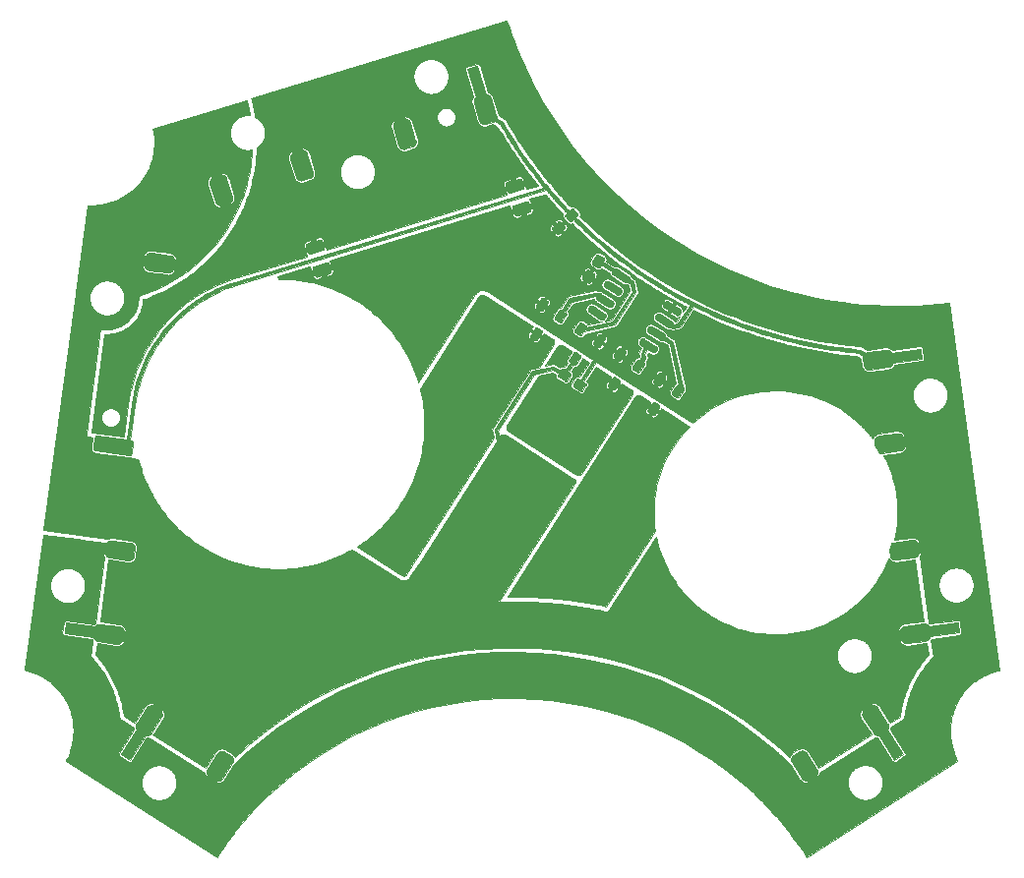
<source format=gtl>
G04 #@! TF.GenerationSoftware,KiCad,Pcbnew,5.0.2+dfsg1-1*
G04 #@! TF.CreationDate,2021-09-10T13:15:43+02:00*
G04 #@! TF.ProjectId,facet_v1,66616365-745f-4763-912e-6b696361645f,rev?*
G04 #@! TF.SameCoordinates,Original*
G04 #@! TF.FileFunction,Copper,L1,Top*
G04 #@! TF.FilePolarity,Positive*
%FSLAX46Y46*%
G04 Gerber Fmt 4.6, Leading zero omitted, Abs format (unit mm)*
G04 Created by KiCad (PCBNEW 5.0.2+dfsg1-1) date Fri 10 Sep 2021 01:15:43 PM CEST*
%MOMM*%
%LPD*%
G01*
G04 APERTURE LIST*
G04 #@! TA.AperFunction,EtchedComponent*
%ADD10C,0.000001*%
G04 #@! TD*
G04 APERTURE END LIST*
D10*
G04 #@! TO.C,*
G36*
X10893391Y9036142D02*
X10883142Y9034718D01*
X10872952Y9032943D01*
X10862830Y9030817D01*
X10852786Y9028344D01*
X10842828Y9025525D01*
X10832968Y9022362D01*
X10823215Y9018857D01*
X10813578Y9015013D01*
X10804066Y9010832D01*
X10794690Y9006314D01*
X10785460Y9001464D01*
X10776384Y8996282D01*
X10767472Y8990771D01*
X10758735Y8984933D01*
X10750181Y8978770D01*
X10741821Y8972284D01*
X10733663Y8965477D01*
X10725718Y8958351D01*
X10717996Y8950908D01*
X10710505Y8943151D01*
X10703256Y8935081D01*
X10696258Y8926700D01*
X10689520Y8918011D01*
X10683053Y8909016D01*
X10676867Y8899716D01*
X-344682Y-8335925D01*
X-77557Y-8334236D01*
X189528Y-8334361D01*
X456563Y-8336300D01*
X723539Y-8340053D01*
X990447Y-8345617D01*
X1257277Y-8352993D01*
X1524021Y-8362180D01*
X1790669Y-8373176D01*
X2057212Y-8385982D01*
X2323641Y-8400595D01*
X2589946Y-8417015D01*
X2856119Y-8435241D01*
X3122149Y-8455273D01*
X3388028Y-8477109D01*
X3653747Y-8500748D01*
X3919296Y-8526191D01*
X4184667Y-8553435D01*
X4449849Y-8582480D01*
X4714834Y-8613326D01*
X4979613Y-8645970D01*
X5244175Y-8680413D01*
X5508513Y-8716654D01*
X5772617Y-8754691D01*
X6036477Y-8794525D01*
X6300084Y-8836153D01*
X6563430Y-8879575D01*
X6826504Y-8924790D01*
X7089299Y-8971798D01*
X7351803Y-9020597D01*
X7614009Y-9071186D01*
X7875907Y-9123566D01*
X8137488Y-9177734D01*
X12317594Y-2640149D01*
X12280794Y-2368537D01*
X12251043Y-2096118D01*
X12228354Y-1823043D01*
X12212740Y-1549460D01*
X12204214Y-1275520D01*
X12202790Y-1001370D01*
X12208481Y-727162D01*
X12221300Y-453043D01*
X12241259Y-179164D01*
X12268372Y94325D01*
X12302653Y367277D01*
X12344114Y639540D01*
X12392769Y910966D01*
X12448630Y1181406D01*
X12511710Y1450709D01*
X12582024Y1718726D01*
X12659584Y1985309D01*
X12744402Y2250307D01*
X12836493Y2513572D01*
X12935870Y2774953D01*
X13042545Y3034301D01*
X13156531Y3291468D01*
X13277843Y3546303D01*
X13406492Y3798657D01*
X13542493Y4048381D01*
X13685857Y4295325D01*
X13836599Y4539339D01*
X13994731Y4780275D01*
X14160267Y5017984D01*
X14333220Y5252314D01*
X14513602Y5483118D01*
X14701428Y5710246D01*
X14718462Y5730210D01*
X14735547Y5750105D01*
X14752681Y5769932D01*
X14769864Y5789691D01*
X14787095Y5809383D01*
X14804373Y5829011D01*
X14821697Y5848574D01*
X14839067Y5868075D01*
X14856481Y5887513D01*
X14873938Y5906891D01*
X14891438Y5926209D01*
X14908981Y5945468D01*
X14926564Y5964670D01*
X14944187Y5983816D01*
X14961849Y6002906D01*
X14979550Y6021941D01*
X14997289Y6040924D01*
X15015064Y6059854D01*
X15032875Y6078734D01*
X15050721Y6097564D01*
X15068601Y6116345D01*
X15086514Y6135078D01*
X15104459Y6153764D01*
X15122437Y6172405D01*
X15140444Y6191002D01*
X15158482Y6209556D01*
X15176549Y6228067D01*
X15194643Y6246537D01*
X15212765Y6264967D01*
X15230913Y6283358D01*
X15249087Y6301711D01*
X15267285Y6320028D01*
X12857613Y7861019D01*
X12853995Y7853560D01*
X12850699Y7846097D01*
X12846760Y7838799D01*
X12738756Y7669817D01*
X12570291Y7777304D01*
X12409061Y7525639D01*
X12577526Y7418152D01*
X12469522Y7248654D01*
X12459409Y7233679D01*
X12448676Y7219390D01*
X12437353Y7205793D01*
X12425469Y7192894D01*
X12413055Y7180700D01*
X12400141Y7169218D01*
X12386755Y7158454D01*
X12372929Y7148415D01*
X12358691Y7139107D01*
X12344072Y7130538D01*
X12329102Y7122713D01*
X12313810Y7115640D01*
X12298226Y7109325D01*
X12282379Y7103775D01*
X12266301Y7098997D01*
X12250021Y7094996D01*
X12233567Y7091780D01*
X12216972Y7089355D01*
X12200263Y7087728D01*
X12183471Y7086905D01*
X12166626Y7086894D01*
X12149757Y7087700D01*
X12132895Y7089331D01*
X12116069Y7091793D01*
X12099310Y7095092D01*
X12082646Y7099236D01*
X12066108Y7104231D01*
X12049725Y7110083D01*
X12033528Y7116800D01*
X12017546Y7124387D01*
X12001809Y7132852D01*
X11986347Y7142201D01*
X11942939Y7170106D01*
X12050943Y7338571D01*
X12092801Y7311699D01*
X12103045Y7305685D01*
X12113546Y7300555D01*
X12124258Y7296299D01*
X12135135Y7292908D01*
X12146133Y7290371D01*
X12157206Y7288678D01*
X12168309Y7287818D01*
X12179397Y7287783D01*
X12190425Y7288561D01*
X12201346Y7290143D01*
X12212117Y7292519D01*
X12222692Y7295678D01*
X12233025Y7299610D01*
X12243072Y7304305D01*
X12252787Y7309753D01*
X12262124Y7315945D01*
X12271040Y7322869D01*
X12279488Y7330515D01*
X12287423Y7338875D01*
X12294800Y7347937D01*
X12301574Y7357691D01*
X12409061Y7525639D01*
X12570291Y7777304D01*
X12677261Y7945253D01*
X12683274Y7955496D01*
X12688403Y7965995D01*
X12692659Y7976706D01*
X12696051Y7987582D01*
X12698589Y7998579D01*
X12700283Y8009651D01*
X12701143Y8020753D01*
X12701180Y8031840D01*
X12700403Y8042867D01*
X12698823Y8053789D01*
X12696449Y8064559D01*
X12693291Y8075134D01*
X12689360Y8085467D01*
X12684666Y8095514D01*
X12679218Y8105230D01*
X12673026Y8114568D01*
X12666101Y8123485D01*
X12658453Y8131934D01*
X12650092Y8139870D01*
X12641027Y8147249D01*
X12631269Y8154025D01*
X12296405Y8368483D01*
X12286160Y8374498D01*
X12275658Y8379629D01*
X12264945Y8383886D01*
X12254067Y8387278D01*
X12243069Y8389815D01*
X12231996Y8391508D01*
X12220893Y8392368D01*
X12209805Y8392403D01*
X12198778Y8391624D01*
X12187856Y8390042D01*
X12177086Y8387666D01*
X12166511Y8384507D01*
X12156179Y8380575D01*
X12146132Y8375879D01*
X12136418Y8370430D01*
X12127081Y8364239D01*
X12118166Y8357314D01*
X12109718Y8349667D01*
X12101784Y8341307D01*
X12094407Y8332245D01*
X12087633Y8322491D01*
X11980146Y8154542D01*
X11819432Y7902878D01*
X11711945Y7734929D01*
X11705932Y7724684D01*
X11700802Y7714176D01*
X11696547Y7703451D01*
X11693155Y7692555D01*
X11690616Y7681534D01*
X11688921Y7670434D01*
X11688060Y7659300D01*
X11688023Y7648180D01*
X11688799Y7637117D01*
X11690379Y7626159D01*
X11692753Y7615352D01*
X11695910Y7604740D01*
X11699841Y7594371D01*
X11704536Y7584290D01*
X11709984Y7574542D01*
X11716176Y7565174D01*
X11723101Y7556232D01*
X11730750Y7547762D01*
X11739112Y7539809D01*
X11748178Y7532420D01*
X11757937Y7525639D01*
X11797212Y7500319D01*
X11689725Y7331854D01*
X11648900Y7358209D01*
X11633926Y7368322D01*
X11619637Y7379055D01*
X11606039Y7390378D01*
X11593140Y7402262D01*
X11580947Y7414676D01*
X11569464Y7427590D01*
X11558700Y7440976D01*
X11548661Y7454802D01*
X11539354Y7469040D01*
X11530785Y7483658D01*
X11522960Y7498629D01*
X11515887Y7513921D01*
X11509572Y7529505D01*
X11504022Y7545351D01*
X11499243Y7561429D01*
X11495242Y7577710D01*
X11492026Y7594163D01*
X11489601Y7610759D01*
X11487974Y7627468D01*
X11487152Y7644259D01*
X11487140Y7661105D01*
X11487947Y7677973D01*
X11489577Y7694835D01*
X11492039Y7711661D01*
X11495339Y7728421D01*
X11499482Y7745085D01*
X11504477Y7761623D01*
X11510329Y7778005D01*
X11517046Y7794203D01*
X11524633Y7810185D01*
X11533098Y7825922D01*
X11542447Y7841384D01*
X11650967Y8010881D01*
X11819432Y7902878D01*
X11980146Y8154542D01*
X11811681Y8262546D01*
X11919684Y8431528D01*
X11924618Y8438207D01*
X11929928Y8444336D01*
X11935186Y8450649D01*
X11090793Y8990668D01*
X11081987Y8996098D01*
X11073075Y9001197D01*
X11064063Y9005966D01*
X11054960Y9010404D01*
X11045772Y9014512D01*
X11036507Y9018291D01*
X11027171Y9021741D01*
X11017773Y9024863D01*
X11008318Y9027657D01*
X10998814Y9030123D01*
X10989269Y9032263D01*
X10979689Y9034076D01*
X10970088Y9035565D01*
X10960478Y9036733D01*
X10950864Y9037582D01*
X10941252Y9038115D01*
X10931646Y9038336D01*
X10922052Y9038246D01*
X10912474Y9037848D01*
X10902918Y9037145D01*
X10893389Y9036140D01*
X10893391Y9036142D01*
X10893391Y9036142D01*
G37*
X10893391Y9036142D02*
X10883142Y9034718D01*
X10872952Y9032943D01*
X10862830Y9030817D01*
X10852786Y9028344D01*
X10842828Y9025525D01*
X10832968Y9022362D01*
X10823215Y9018857D01*
X10813578Y9015013D01*
X10804066Y9010832D01*
X10794690Y9006314D01*
X10785460Y9001464D01*
X10776384Y8996282D01*
X10767472Y8990771D01*
X10758735Y8984933D01*
X10750181Y8978770D01*
X10741821Y8972284D01*
X10733663Y8965477D01*
X10725718Y8958351D01*
X10717996Y8950908D01*
X10710505Y8943151D01*
X10703256Y8935081D01*
X10696258Y8926700D01*
X10689520Y8918011D01*
X10683053Y8909016D01*
X10676867Y8899716D01*
X-344682Y-8335925D01*
X-77557Y-8334236D01*
X189528Y-8334361D01*
X456563Y-8336300D01*
X723539Y-8340053D01*
X990447Y-8345617D01*
X1257277Y-8352993D01*
X1524021Y-8362180D01*
X1790669Y-8373176D01*
X2057212Y-8385982D01*
X2323641Y-8400595D01*
X2589946Y-8417015D01*
X2856119Y-8435241D01*
X3122149Y-8455273D01*
X3388028Y-8477109D01*
X3653747Y-8500748D01*
X3919296Y-8526191D01*
X4184667Y-8553435D01*
X4449849Y-8582480D01*
X4714834Y-8613326D01*
X4979613Y-8645970D01*
X5244175Y-8680413D01*
X5508513Y-8716654D01*
X5772617Y-8754691D01*
X6036477Y-8794525D01*
X6300084Y-8836153D01*
X6563430Y-8879575D01*
X6826504Y-8924790D01*
X7089299Y-8971798D01*
X7351803Y-9020597D01*
X7614009Y-9071186D01*
X7875907Y-9123566D01*
X8137488Y-9177734D01*
X12317594Y-2640149D01*
X12280794Y-2368537D01*
X12251043Y-2096118D01*
X12228354Y-1823043D01*
X12212740Y-1549460D01*
X12204214Y-1275520D01*
X12202790Y-1001370D01*
X12208481Y-727162D01*
X12221300Y-453043D01*
X12241259Y-179164D01*
X12268372Y94325D01*
X12302653Y367277D01*
X12344114Y639540D01*
X12392769Y910966D01*
X12448630Y1181406D01*
X12511710Y1450709D01*
X12582024Y1718726D01*
X12659584Y1985309D01*
X12744402Y2250307D01*
X12836493Y2513572D01*
X12935870Y2774953D01*
X13042545Y3034301D01*
X13156531Y3291468D01*
X13277843Y3546303D01*
X13406492Y3798657D01*
X13542493Y4048381D01*
X13685857Y4295325D01*
X13836599Y4539339D01*
X13994731Y4780275D01*
X14160267Y5017984D01*
X14333220Y5252314D01*
X14513602Y5483118D01*
X14701428Y5710246D01*
X14718462Y5730210D01*
X14735547Y5750105D01*
X14752681Y5769932D01*
X14769864Y5789691D01*
X14787095Y5809383D01*
X14804373Y5829011D01*
X14821697Y5848574D01*
X14839067Y5868075D01*
X14856481Y5887513D01*
X14873938Y5906891D01*
X14891438Y5926209D01*
X14908981Y5945468D01*
X14926564Y5964670D01*
X14944187Y5983816D01*
X14961849Y6002906D01*
X14979550Y6021941D01*
X14997289Y6040924D01*
X15015064Y6059854D01*
X15032875Y6078734D01*
X15050721Y6097564D01*
X15068601Y6116345D01*
X15086514Y6135078D01*
X15104459Y6153764D01*
X15122437Y6172405D01*
X15140444Y6191002D01*
X15158482Y6209556D01*
X15176549Y6228067D01*
X15194643Y6246537D01*
X15212765Y6264967D01*
X15230913Y6283358D01*
X15249087Y6301711D01*
X15267285Y6320028D01*
X12857613Y7861019D01*
X12853995Y7853560D01*
X12850699Y7846097D01*
X12846760Y7838799D01*
X12738756Y7669817D01*
X12570291Y7777304D01*
X12409061Y7525639D01*
X12577526Y7418152D01*
X12469522Y7248654D01*
X12459409Y7233679D01*
X12448676Y7219390D01*
X12437353Y7205793D01*
X12425469Y7192894D01*
X12413055Y7180700D01*
X12400141Y7169218D01*
X12386755Y7158454D01*
X12372929Y7148415D01*
X12358691Y7139107D01*
X12344072Y7130538D01*
X12329102Y7122713D01*
X12313810Y7115640D01*
X12298226Y7109325D01*
X12282379Y7103775D01*
X12266301Y7098997D01*
X12250021Y7094996D01*
X12233567Y7091780D01*
X12216972Y7089355D01*
X12200263Y7087728D01*
X12183471Y7086905D01*
X12166626Y7086894D01*
X12149757Y7087700D01*
X12132895Y7089331D01*
X12116069Y7091793D01*
X12099310Y7095092D01*
X12082646Y7099236D01*
X12066108Y7104231D01*
X12049725Y7110083D01*
X12033528Y7116800D01*
X12017546Y7124387D01*
X12001809Y7132852D01*
X11986347Y7142201D01*
X11942939Y7170106D01*
X12050943Y7338571D01*
X12092801Y7311699D01*
X12103045Y7305685D01*
X12113546Y7300555D01*
X12124258Y7296299D01*
X12135135Y7292908D01*
X12146133Y7290371D01*
X12157206Y7288678D01*
X12168309Y7287818D01*
X12179397Y7287783D01*
X12190425Y7288561D01*
X12201346Y7290143D01*
X12212117Y7292519D01*
X12222692Y7295678D01*
X12233025Y7299610D01*
X12243072Y7304305D01*
X12252787Y7309753D01*
X12262124Y7315945D01*
X12271040Y7322869D01*
X12279488Y7330515D01*
X12287423Y7338875D01*
X12294800Y7347937D01*
X12301574Y7357691D01*
X12409061Y7525639D01*
X12570291Y7777304D01*
X12677261Y7945253D01*
X12683274Y7955496D01*
X12688403Y7965995D01*
X12692659Y7976706D01*
X12696051Y7987582D01*
X12698589Y7998579D01*
X12700283Y8009651D01*
X12701143Y8020753D01*
X12701180Y8031840D01*
X12700403Y8042867D01*
X12698823Y8053789D01*
X12696449Y8064559D01*
X12693291Y8075134D01*
X12689360Y8085467D01*
X12684666Y8095514D01*
X12679218Y8105230D01*
X12673026Y8114568D01*
X12666101Y8123485D01*
X12658453Y8131934D01*
X12650092Y8139870D01*
X12641027Y8147249D01*
X12631269Y8154025D01*
X12296405Y8368483D01*
X12286160Y8374498D01*
X12275658Y8379629D01*
X12264945Y8383886D01*
X12254067Y8387278D01*
X12243069Y8389815D01*
X12231996Y8391508D01*
X12220893Y8392368D01*
X12209805Y8392403D01*
X12198778Y8391624D01*
X12187856Y8390042D01*
X12177086Y8387666D01*
X12166511Y8384507D01*
X12156179Y8380575D01*
X12146132Y8375879D01*
X12136418Y8370430D01*
X12127081Y8364239D01*
X12118166Y8357314D01*
X12109718Y8349667D01*
X12101784Y8341307D01*
X12094407Y8332245D01*
X12087633Y8322491D01*
X11980146Y8154542D01*
X11819432Y7902878D01*
X11711945Y7734929D01*
X11705932Y7724684D01*
X11700802Y7714176D01*
X11696547Y7703451D01*
X11693155Y7692555D01*
X11690616Y7681534D01*
X11688921Y7670434D01*
X11688060Y7659300D01*
X11688023Y7648180D01*
X11688799Y7637117D01*
X11690379Y7626159D01*
X11692753Y7615352D01*
X11695910Y7604740D01*
X11699841Y7594371D01*
X11704536Y7584290D01*
X11709984Y7574542D01*
X11716176Y7565174D01*
X11723101Y7556232D01*
X11730750Y7547762D01*
X11739112Y7539809D01*
X11748178Y7532420D01*
X11757937Y7525639D01*
X11797212Y7500319D01*
X11689725Y7331854D01*
X11648900Y7358209D01*
X11633926Y7368322D01*
X11619637Y7379055D01*
X11606039Y7390378D01*
X11593140Y7402262D01*
X11580947Y7414676D01*
X11569464Y7427590D01*
X11558700Y7440976D01*
X11548661Y7454802D01*
X11539354Y7469040D01*
X11530785Y7483658D01*
X11522960Y7498629D01*
X11515887Y7513921D01*
X11509572Y7529505D01*
X11504022Y7545351D01*
X11499243Y7561429D01*
X11495242Y7577710D01*
X11492026Y7594163D01*
X11489601Y7610759D01*
X11487974Y7627468D01*
X11487152Y7644259D01*
X11487140Y7661105D01*
X11487947Y7677973D01*
X11489577Y7694835D01*
X11492039Y7711661D01*
X11495339Y7728421D01*
X11499482Y7745085D01*
X11504477Y7761623D01*
X11510329Y7778005D01*
X11517046Y7794203D01*
X11524633Y7810185D01*
X11533098Y7825922D01*
X11542447Y7841384D01*
X11650967Y8010881D01*
X11819432Y7902878D01*
X11980146Y8154542D01*
X11811681Y8262546D01*
X11919684Y8431528D01*
X11924618Y8438207D01*
X11929928Y8444336D01*
X11935186Y8450649D01*
X11090793Y8990668D01*
X11081987Y8996098D01*
X11073075Y9001197D01*
X11064063Y9005966D01*
X11054960Y9010404D01*
X11045772Y9014512D01*
X11036507Y9018291D01*
X11027171Y9021741D01*
X11017773Y9024863D01*
X11008318Y9027657D01*
X10998814Y9030123D01*
X10989269Y9032263D01*
X10979689Y9034076D01*
X10970088Y9035565D01*
X10960478Y9036733D01*
X10950864Y9037582D01*
X10941252Y9038115D01*
X10931646Y9038336D01*
X10922052Y9038246D01*
X10912474Y9037848D01*
X10902918Y9037145D01*
X10893389Y9036140D01*
X10893391Y9036142D01*
G36*
X6075597Y12197706D02*
X6071978Y12190247D01*
X6068682Y12182784D01*
X6064744Y12175486D01*
X5687506Y11585341D01*
X5680279Y11574487D01*
X5672725Y11564005D01*
X5664855Y11553896D01*
X5656681Y11544162D01*
X5648212Y11534804D01*
X5639461Y11525824D01*
X5630439Y11517222D01*
X5621157Y11509000D01*
X5611627Y11501160D01*
X5601859Y11493703D01*
X5591864Y11486630D01*
X5581654Y11479943D01*
X5571240Y11473643D01*
X5560634Y11467731D01*
X5549846Y11462209D01*
X5538888Y11457078D01*
X5527771Y11452339D01*
X5516506Y11447994D01*
X5505104Y11444044D01*
X5493576Y11440491D01*
X5481935Y11437336D01*
X5470190Y11434580D01*
X5458354Y11432224D01*
X5446437Y11430271D01*
X5434450Y11428721D01*
X5422405Y11427575D01*
X5410314Y11426836D01*
X5398186Y11426504D01*
X5386034Y11426581D01*
X5373868Y11427068D01*
X5361701Y11427967D01*
X5349542Y11429278D01*
X5113381Y11060308D01*
X5126828Y11049835D01*
X5139643Y11038832D01*
X5151821Y11027326D01*
X5163355Y11015342D01*
X5174239Y11002908D01*
X5184467Y10990048D01*
X5194033Y10976790D01*
X5202930Y10963158D01*
X5211154Y10949179D01*
X5218696Y10934879D01*
X5225553Y10920283D01*
X5231717Y10905419D01*
X5237182Y10890311D01*
X5241943Y10874985D01*
X5245993Y10859469D01*
X5249326Y10843787D01*
X5251936Y10827966D01*
X5253817Y10812032D01*
X5254963Y10796010D01*
X5255368Y10779927D01*
X5255025Y10763808D01*
X5253929Y10747680D01*
X5252074Y10731569D01*
X5249453Y10715501D01*
X5246061Y10699501D01*
X5241891Y10683595D01*
X5236937Y10667810D01*
X5231193Y10652172D01*
X5224653Y10636706D01*
X5217311Y10621439D01*
X5209161Y10606396D01*
X5200197Y10591603D01*
X4930963Y10170957D01*
X4920850Y10155981D01*
X4910117Y10141688D01*
X4898794Y10128084D01*
X4886911Y10115176D01*
X4874497Y10102970D01*
X4861582Y10091474D01*
X4848197Y10080695D01*
X4834370Y10070638D01*
X4820133Y10061312D01*
X4805514Y10052723D01*
X4790543Y10044877D01*
X4775251Y10037782D01*
X4759667Y10031444D01*
X4743821Y10025870D01*
X4727743Y10021067D01*
X4711462Y10017042D01*
X4695009Y10013802D01*
X4678413Y10011353D01*
X4661705Y10009702D01*
X4644913Y10008856D01*
X4628068Y10008822D01*
X4611199Y10009607D01*
X4594337Y10011218D01*
X4577511Y10013661D01*
X4560751Y10016943D01*
X4544087Y10021071D01*
X4527549Y10026052D01*
X4511167Y10031892D01*
X4494969Y10038599D01*
X4478987Y10046179D01*
X4463250Y10054640D01*
X4447788Y10063987D01*
X3900018Y10414353D01*
X3887704Y10422592D01*
X3875858Y10431251D01*
X3864482Y10440315D01*
X3853581Y10449766D01*
X3843157Y10459588D01*
X3833213Y10469766D01*
X3823752Y10480281D01*
X3814778Y10491118D01*
X3806293Y10502261D01*
X3798301Y10513693D01*
X3790804Y10525397D01*
X3783806Y10537358D01*
X3777309Y10549558D01*
X3771317Y10561981D01*
X3765833Y10574611D01*
X3760859Y10587432D01*
X3756400Y10600426D01*
X3752457Y10613578D01*
X3749035Y10626870D01*
X3746135Y10640288D01*
X3743762Y10653813D01*
X3741918Y10667430D01*
X3740606Y10681123D01*
X3739829Y10694874D01*
X3739591Y10708668D01*
X3739895Y10722487D01*
X3740743Y10736316D01*
X3742138Y10750138D01*
X3744084Y10763936D01*
X3746584Y10777695D01*
X3749641Y10791397D01*
X3753257Y10805027D01*
X3508828Y10961090D01*
X2333706Y10702708D01*
X-443386Y6359820D01*
X-451400Y6346566D01*
X-458659Y6333075D01*
X-465166Y6319372D01*
X-470929Y6305483D01*
X-475952Y6291434D01*
X-480241Y6277251D01*
X-483802Y6262958D01*
X-486640Y6248583D01*
X-488761Y6234150D01*
X-490170Y6219685D01*
X-490874Y6205214D01*
X-490877Y6190762D01*
X-490185Y6176356D01*
X-488803Y6162021D01*
X-486739Y6147782D01*
X-483996Y6133665D01*
X-480580Y6119696D01*
X-476498Y6105901D01*
X-471754Y6092305D01*
X-466354Y6078935D01*
X-460304Y6065814D01*
X-453610Y6052970D01*
X-446276Y6040428D01*
X-438309Y6028214D01*
X-429714Y6016353D01*
X-420496Y6004871D01*
X-410662Y5993793D01*
X-400217Y5983146D01*
X-389166Y5972955D01*
X-377515Y5963246D01*
X-365270Y5954044D01*
X-352435Y5945375D01*
X5544881Y2174027D01*
X5558134Y2166015D01*
X5571621Y2158761D01*
X5585316Y2152260D01*
X5599196Y2146507D01*
X5613233Y2141496D01*
X5627403Y2137220D01*
X5641679Y2133675D01*
X5656037Y2130854D01*
X5670451Y2128752D01*
X5684896Y2127363D01*
X5699345Y2126681D01*
X5713774Y2126700D01*
X5728158Y2127415D01*
X5742469Y2128820D01*
X5756684Y2130909D01*
X5770776Y2133676D01*
X5784721Y2137116D01*
X5798492Y2141222D01*
X5812064Y2145990D01*
X5825412Y2151413D01*
X5838510Y2157485D01*
X5851333Y2164201D01*
X5863854Y2171554D01*
X5876050Y2179541D01*
X5887894Y2188153D01*
X5899360Y2197386D01*
X5910424Y2207234D01*
X5921059Y2217691D01*
X5931241Y2228751D01*
X5940944Y2240409D01*
X5950142Y2252659D01*
X5958809Y2265495D01*
X10339420Y9115723D01*
X10347435Y9128975D01*
X10354693Y9142462D01*
X10361201Y9156157D01*
X10366963Y9170037D01*
X10371986Y9184074D01*
X10376275Y9198243D01*
X10379836Y9212520D01*
X10382674Y9226878D01*
X10384795Y9241292D01*
X10386205Y9255736D01*
X10386908Y9270186D01*
X10386911Y9284615D01*
X10386219Y9298998D01*
X10384838Y9313310D01*
X10382773Y9327525D01*
X10380030Y9341617D01*
X10376615Y9355562D01*
X10372532Y9369333D01*
X10367788Y9382905D01*
X10362389Y9396253D01*
X10356339Y9409351D01*
X10349644Y9422174D01*
X10342311Y9434696D01*
X10334343Y9446891D01*
X10325748Y9458735D01*
X10316531Y9470201D01*
X10306697Y9481265D01*
X10296252Y9491901D01*
X10285201Y9502083D01*
X10273550Y9511785D01*
X10261304Y9520983D01*
X10248470Y9529651D01*
X9445935Y10042798D01*
X9442180Y10035339D01*
X9438633Y10027876D01*
X9434566Y10020578D01*
X9326562Y9851596D01*
X9158097Y9959083D01*
X9265584Y10127031D01*
X9271594Y10137278D01*
X9276714Y10147787D01*
X9280954Y10158513D01*
X9284326Y10169409D01*
X9286839Y10180431D01*
X9288506Y10191531D01*
X9289335Y10202665D01*
X9289339Y10213786D01*
X9288527Y10224848D01*
X9286910Y10235806D01*
X9284500Y10246613D01*
X9281306Y10257224D01*
X9277339Y10267593D01*
X9272611Y10277674D01*
X9267131Y10287421D01*
X9260911Y10296788D01*
X9253961Y10305730D01*
X9246292Y10314199D01*
X9237914Y10322152D01*
X9228838Y10329541D01*
X9219075Y10336321D01*
X8884729Y10550260D01*
X8874481Y10556276D01*
X8863970Y10561407D01*
X8853243Y10565663D01*
X8842345Y10569055D01*
X8831323Y10571593D01*
X8820221Y10573286D01*
X8809087Y10574145D01*
X8797965Y10574181D01*
X8786902Y10573402D01*
X8775944Y10571820D01*
X8765136Y10569444D01*
X8754525Y10566285D01*
X8744156Y10562352D01*
X8734076Y10557657D01*
X8724329Y10552208D01*
X8714963Y10546016D01*
X8706023Y10539092D01*
X8697554Y10531445D01*
X8689604Y10523085D01*
X8682217Y10514023D01*
X8675439Y10504268D01*
X8568469Y10336320D01*
X8400004Y10444323D01*
X8238772Y10192660D01*
X8407238Y10084656D01*
X8299751Y9916708D01*
X8293737Y9906463D01*
X8288608Y9895955D01*
X8284352Y9885230D01*
X8280960Y9874334D01*
X8278421Y9863313D01*
X8276727Y9852213D01*
X8275866Y9841079D01*
X8275828Y9829959D01*
X8276605Y9818896D01*
X8278185Y9807938D01*
X8280558Y9797131D01*
X8283716Y9786519D01*
X8287647Y9776150D01*
X8292341Y9766069D01*
X8297789Y9756321D01*
X8303981Y9746953D01*
X8310906Y9738011D01*
X8318555Y9729541D01*
X8326917Y9721588D01*
X8335983Y9714199D01*
X8345743Y9707418D01*
X8386567Y9681579D01*
X8639782Y9519833D01*
X8680089Y9493994D01*
X8690341Y9487975D01*
X8700861Y9482834D01*
X8711604Y9478562D01*
X8722522Y9475150D01*
X8733569Y9472588D01*
X8744699Y9470866D01*
X8755866Y9469975D01*
X8767021Y9469906D01*
X8778120Y9470649D01*
X8789115Y9472195D01*
X8799959Y9474534D01*
X8810607Y9477656D01*
X8821011Y9481553D01*
X8831126Y9486215D01*
X8840904Y9491632D01*
X8850298Y9497796D01*
X8859263Y9504695D01*
X8867752Y9512322D01*
X8875718Y9520666D01*
X8883115Y9529718D01*
X8889895Y9539469D01*
X8997382Y9707418D01*
X9165848Y9599931D01*
X9057327Y9430433D01*
X9047213Y9415460D01*
X9036475Y9401175D01*
X9025145Y9387585D01*
X9013252Y9374695D01*
X9000827Y9362513D01*
X8987898Y9351044D01*
X8974497Y9340296D01*
X8960654Y9330274D01*
X8946397Y9320985D01*
X8931758Y9312436D01*
X8916767Y9304633D01*
X8901452Y9297582D01*
X8885845Y9291290D01*
X8869976Y9285764D01*
X8853874Y9281009D01*
X8837569Y9277032D01*
X8821092Y9273840D01*
X8804472Y9271439D01*
X8787739Y9269836D01*
X8770925Y9269036D01*
X8754057Y9269047D01*
X8737167Y9269875D01*
X8720285Y9271526D01*
X8703440Y9274007D01*
X8686663Y9277324D01*
X8669983Y9281483D01*
X8653431Y9286492D01*
X8637037Y9292356D01*
X8620830Y9299082D01*
X8604841Y9306676D01*
X8589100Y9315146D01*
X8573636Y9324496D01*
X8531778Y9351368D01*
X8639782Y9519833D01*
X8386567Y9681579D01*
X8278563Y9513114D01*
X8236705Y9539986D01*
X8221733Y9550099D01*
X8207448Y9560832D01*
X8193857Y9572155D01*
X8180968Y9584038D01*
X8168786Y9596452D01*
X8157317Y9609367D01*
X8146569Y9622752D01*
X8136547Y9636579D01*
X8127259Y9650816D01*
X8118710Y9665435D01*
X8110907Y9680406D01*
X8103856Y9695698D01*
X8097564Y9711282D01*
X8092037Y9727128D01*
X8087283Y9743206D01*
X8083306Y9759487D01*
X8080114Y9775940D01*
X8077713Y9792536D01*
X8076110Y9809245D01*
X8075310Y9826037D01*
X8075321Y9842882D01*
X8076149Y9859750D01*
X8077800Y9876612D01*
X8080280Y9893438D01*
X8083597Y9910198D01*
X8087757Y9926862D01*
X8092765Y9943400D01*
X8098629Y9959782D01*
X8105355Y9975980D01*
X8112949Y9991961D01*
X8121418Y10007698D01*
X8130769Y10023160D01*
X8238772Y10192660D01*
X8400004Y10444323D01*
X8508008Y10613305D01*
X8512979Y10619960D01*
X8518327Y10626065D01*
X8523510Y10632427D01*
X7236766Y11455116D01*
X6440949Y10210747D01*
X6454321Y10200259D01*
X6467066Y10189247D01*
X6479178Y10177737D01*
X6490652Y10165756D01*
X6501480Y10153329D01*
X6511658Y10140481D01*
X6521177Y10127239D01*
X6530033Y10113627D01*
X6538218Y10099672D01*
X6545728Y10085400D01*
X6552555Y10070836D01*
X6558693Y10056005D01*
X6564136Y10040934D01*
X6568879Y10025648D01*
X6572914Y10010173D01*
X6576235Y9994535D01*
X6578836Y9978759D01*
X6580712Y9962871D01*
X6581855Y9946897D01*
X6582260Y9930862D01*
X6581920Y9914792D01*
X6580829Y9898713D01*
X6578981Y9882651D01*
X6576369Y9866631D01*
X6572988Y9850679D01*
X6568831Y9834820D01*
X6563892Y9819081D01*
X6558165Y9803487D01*
X6551643Y9788064D01*
X6544321Y9772837D01*
X6536192Y9757832D01*
X6527249Y9743076D01*
X6258015Y9322429D01*
X6247900Y9307454D01*
X6237163Y9293160D01*
X6225833Y9279556D01*
X6213940Y9266648D01*
X6201515Y9254442D01*
X6188586Y9242946D01*
X6175185Y9232167D01*
X6161341Y9222110D01*
X6147085Y9212784D01*
X6132446Y9204194D01*
X6117454Y9196349D01*
X6102140Y9189253D01*
X6086533Y9182916D01*
X6070663Y9177342D01*
X6054561Y9172539D01*
X6038256Y9168514D01*
X6021778Y9165273D01*
X6005159Y9162825D01*
X5988426Y9161174D01*
X5971611Y9160328D01*
X5954744Y9160294D01*
X5937854Y9161079D01*
X5920972Y9162690D01*
X5904127Y9165133D01*
X5887350Y9168415D01*
X5870670Y9172543D01*
X5854118Y9177524D01*
X5837724Y9183364D01*
X5821517Y9190071D01*
X5805528Y9197651D01*
X5789787Y9206112D01*
X5774323Y9215459D01*
X5227070Y9565825D01*
X5212096Y9575940D01*
X5197806Y9586677D01*
X5184209Y9598007D01*
X5171310Y9609900D01*
X5159116Y9622326D01*
X5147634Y9635254D01*
X5136870Y9648655D01*
X5126831Y9662499D01*
X5117523Y9676756D01*
X5108954Y9691395D01*
X5101130Y9706387D01*
X5094057Y9721701D01*
X5087742Y9737308D01*
X5082192Y9753178D01*
X5077413Y9769280D01*
X5073412Y9785585D01*
X5070196Y9802062D01*
X5067771Y9818682D01*
X5066144Y9835415D01*
X5065322Y9852230D01*
X5065310Y9869097D01*
X5066117Y9885987D01*
X5067747Y9902869D01*
X5070209Y9919714D01*
X5073509Y9936491D01*
X5077652Y9953171D01*
X5082647Y9969723D01*
X5088499Y9986117D01*
X5095216Y10002323D01*
X5102803Y10018312D01*
X5111268Y10034053D01*
X5120617Y10049517D01*
X5389851Y10470680D01*
X5399497Y10484992D01*
X5409711Y10498667D01*
X5420465Y10511699D01*
X5431734Y10524085D01*
X5443493Y10535818D01*
X5455714Y10546895D01*
X5468372Y10557309D01*
X5481441Y10567056D01*
X5494895Y10576131D01*
X5508708Y10584530D01*
X5522854Y10592246D01*
X5537307Y10599276D01*
X5552041Y10605613D01*
X5567030Y10611254D01*
X5582248Y10616193D01*
X5597669Y10620426D01*
X5613267Y10623947D01*
X5629016Y10626751D01*
X5644890Y10628833D01*
X5660863Y10630189D01*
X5676909Y10630814D01*
X5693002Y10630702D01*
X5709117Y10629849D01*
X5725226Y10628249D01*
X5741304Y10625898D01*
X5757326Y10622790D01*
X5773265Y10618922D01*
X5789094Y10614287D01*
X5804789Y10608880D01*
X5820323Y10602698D01*
X5835670Y10595735D01*
X5850804Y10587985D01*
X6646622Y11832870D01*
X6075597Y12197706D01*
X6075597Y12197706D01*
G37*
X6075597Y12197706D02*
X6071978Y12190247D01*
X6068682Y12182784D01*
X6064744Y12175486D01*
X5687506Y11585341D01*
X5680279Y11574487D01*
X5672725Y11564005D01*
X5664855Y11553896D01*
X5656681Y11544162D01*
X5648212Y11534804D01*
X5639461Y11525824D01*
X5630439Y11517222D01*
X5621157Y11509000D01*
X5611627Y11501160D01*
X5601859Y11493703D01*
X5591864Y11486630D01*
X5581654Y11479943D01*
X5571240Y11473643D01*
X5560634Y11467731D01*
X5549846Y11462209D01*
X5538888Y11457078D01*
X5527771Y11452339D01*
X5516506Y11447994D01*
X5505104Y11444044D01*
X5493576Y11440491D01*
X5481935Y11437336D01*
X5470190Y11434580D01*
X5458354Y11432224D01*
X5446437Y11430271D01*
X5434450Y11428721D01*
X5422405Y11427575D01*
X5410314Y11426836D01*
X5398186Y11426504D01*
X5386034Y11426581D01*
X5373868Y11427068D01*
X5361701Y11427967D01*
X5349542Y11429278D01*
X5113381Y11060308D01*
X5126828Y11049835D01*
X5139643Y11038832D01*
X5151821Y11027326D01*
X5163355Y11015342D01*
X5174239Y11002908D01*
X5184467Y10990048D01*
X5194033Y10976790D01*
X5202930Y10963158D01*
X5211154Y10949179D01*
X5218696Y10934879D01*
X5225553Y10920283D01*
X5231717Y10905419D01*
X5237182Y10890311D01*
X5241943Y10874985D01*
X5245993Y10859469D01*
X5249326Y10843787D01*
X5251936Y10827966D01*
X5253817Y10812032D01*
X5254963Y10796010D01*
X5255368Y10779927D01*
X5255025Y10763808D01*
X5253929Y10747680D01*
X5252074Y10731569D01*
X5249453Y10715501D01*
X5246061Y10699501D01*
X5241891Y10683595D01*
X5236937Y10667810D01*
X5231193Y10652172D01*
X5224653Y10636706D01*
X5217311Y10621439D01*
X5209161Y10606396D01*
X5200197Y10591603D01*
X4930963Y10170957D01*
X4920850Y10155981D01*
X4910117Y10141688D01*
X4898794Y10128084D01*
X4886911Y10115176D01*
X4874497Y10102970D01*
X4861582Y10091474D01*
X4848197Y10080695D01*
X4834370Y10070638D01*
X4820133Y10061312D01*
X4805514Y10052723D01*
X4790543Y10044877D01*
X4775251Y10037782D01*
X4759667Y10031444D01*
X4743821Y10025870D01*
X4727743Y10021067D01*
X4711462Y10017042D01*
X4695009Y10013802D01*
X4678413Y10011353D01*
X4661705Y10009702D01*
X4644913Y10008856D01*
X4628068Y10008822D01*
X4611199Y10009607D01*
X4594337Y10011218D01*
X4577511Y10013661D01*
X4560751Y10016943D01*
X4544087Y10021071D01*
X4527549Y10026052D01*
X4511167Y10031892D01*
X4494969Y10038599D01*
X4478987Y10046179D01*
X4463250Y10054640D01*
X4447788Y10063987D01*
X3900018Y10414353D01*
X3887704Y10422592D01*
X3875858Y10431251D01*
X3864482Y10440315D01*
X3853581Y10449766D01*
X3843157Y10459588D01*
X3833213Y10469766D01*
X3823752Y10480281D01*
X3814778Y10491118D01*
X3806293Y10502261D01*
X3798301Y10513693D01*
X3790804Y10525397D01*
X3783806Y10537358D01*
X3777309Y10549558D01*
X3771317Y10561981D01*
X3765833Y10574611D01*
X3760859Y10587432D01*
X3756400Y10600426D01*
X3752457Y10613578D01*
X3749035Y10626870D01*
X3746135Y10640288D01*
X3743762Y10653813D01*
X3741918Y10667430D01*
X3740606Y10681123D01*
X3739829Y10694874D01*
X3739591Y10708668D01*
X3739895Y10722487D01*
X3740743Y10736316D01*
X3742138Y10750138D01*
X3744084Y10763936D01*
X3746584Y10777695D01*
X3749641Y10791397D01*
X3753257Y10805027D01*
X3508828Y10961090D01*
X2333706Y10702708D01*
X-443386Y6359820D01*
X-451400Y6346566D01*
X-458659Y6333075D01*
X-465166Y6319372D01*
X-470929Y6305483D01*
X-475952Y6291434D01*
X-480241Y6277251D01*
X-483802Y6262958D01*
X-486640Y6248583D01*
X-488761Y6234150D01*
X-490170Y6219685D01*
X-490874Y6205214D01*
X-490877Y6190762D01*
X-490185Y6176356D01*
X-488803Y6162021D01*
X-486739Y6147782D01*
X-483996Y6133665D01*
X-480580Y6119696D01*
X-476498Y6105901D01*
X-471754Y6092305D01*
X-466354Y6078935D01*
X-460304Y6065814D01*
X-453610Y6052970D01*
X-446276Y6040428D01*
X-438309Y6028214D01*
X-429714Y6016353D01*
X-420496Y6004871D01*
X-410662Y5993793D01*
X-400217Y5983146D01*
X-389166Y5972955D01*
X-377515Y5963246D01*
X-365270Y5954044D01*
X-352435Y5945375D01*
X5544881Y2174027D01*
X5558134Y2166015D01*
X5571621Y2158761D01*
X5585316Y2152260D01*
X5599196Y2146507D01*
X5613233Y2141496D01*
X5627403Y2137220D01*
X5641679Y2133675D01*
X5656037Y2130854D01*
X5670451Y2128752D01*
X5684896Y2127363D01*
X5699345Y2126681D01*
X5713774Y2126700D01*
X5728158Y2127415D01*
X5742469Y2128820D01*
X5756684Y2130909D01*
X5770776Y2133676D01*
X5784721Y2137116D01*
X5798492Y2141222D01*
X5812064Y2145990D01*
X5825412Y2151413D01*
X5838510Y2157485D01*
X5851333Y2164201D01*
X5863854Y2171554D01*
X5876050Y2179541D01*
X5887894Y2188153D01*
X5899360Y2197386D01*
X5910424Y2207234D01*
X5921059Y2217691D01*
X5931241Y2228751D01*
X5940944Y2240409D01*
X5950142Y2252659D01*
X5958809Y2265495D01*
X10339420Y9115723D01*
X10347435Y9128975D01*
X10354693Y9142462D01*
X10361201Y9156157D01*
X10366963Y9170037D01*
X10371986Y9184074D01*
X10376275Y9198243D01*
X10379836Y9212520D01*
X10382674Y9226878D01*
X10384795Y9241292D01*
X10386205Y9255736D01*
X10386908Y9270186D01*
X10386911Y9284615D01*
X10386219Y9298998D01*
X10384838Y9313310D01*
X10382773Y9327525D01*
X10380030Y9341617D01*
X10376615Y9355562D01*
X10372532Y9369333D01*
X10367788Y9382905D01*
X10362389Y9396253D01*
X10356339Y9409351D01*
X10349644Y9422174D01*
X10342311Y9434696D01*
X10334343Y9446891D01*
X10325748Y9458735D01*
X10316531Y9470201D01*
X10306697Y9481265D01*
X10296252Y9491901D01*
X10285201Y9502083D01*
X10273550Y9511785D01*
X10261304Y9520983D01*
X10248470Y9529651D01*
X9445935Y10042798D01*
X9442180Y10035339D01*
X9438633Y10027876D01*
X9434566Y10020578D01*
X9326562Y9851596D01*
X9158097Y9959083D01*
X9265584Y10127031D01*
X9271594Y10137278D01*
X9276714Y10147787D01*
X9280954Y10158513D01*
X9284326Y10169409D01*
X9286839Y10180431D01*
X9288506Y10191531D01*
X9289335Y10202665D01*
X9289339Y10213786D01*
X9288527Y10224848D01*
X9286910Y10235806D01*
X9284500Y10246613D01*
X9281306Y10257224D01*
X9277339Y10267593D01*
X9272611Y10277674D01*
X9267131Y10287421D01*
X9260911Y10296788D01*
X9253961Y10305730D01*
X9246292Y10314199D01*
X9237914Y10322152D01*
X9228838Y10329541D01*
X9219075Y10336321D01*
X8884729Y10550260D01*
X8874481Y10556276D01*
X8863970Y10561407D01*
X8853243Y10565663D01*
X8842345Y10569055D01*
X8831323Y10571593D01*
X8820221Y10573286D01*
X8809087Y10574145D01*
X8797965Y10574181D01*
X8786902Y10573402D01*
X8775944Y10571820D01*
X8765136Y10569444D01*
X8754525Y10566285D01*
X8744156Y10562352D01*
X8734076Y10557657D01*
X8724329Y10552208D01*
X8714963Y10546016D01*
X8706023Y10539092D01*
X8697554Y10531445D01*
X8689604Y10523085D01*
X8682217Y10514023D01*
X8675439Y10504268D01*
X8568469Y10336320D01*
X8400004Y10444323D01*
X8238772Y10192660D01*
X8407238Y10084656D01*
X8299751Y9916708D01*
X8293737Y9906463D01*
X8288608Y9895955D01*
X8284352Y9885230D01*
X8280960Y9874334D01*
X8278421Y9863313D01*
X8276727Y9852213D01*
X8275866Y9841079D01*
X8275828Y9829959D01*
X8276605Y9818896D01*
X8278185Y9807938D01*
X8280558Y9797131D01*
X8283716Y9786519D01*
X8287647Y9776150D01*
X8292341Y9766069D01*
X8297789Y9756321D01*
X8303981Y9746953D01*
X8310906Y9738011D01*
X8318555Y9729541D01*
X8326917Y9721588D01*
X8335983Y9714199D01*
X8345743Y9707418D01*
X8386567Y9681579D01*
X8639782Y9519833D01*
X8680089Y9493994D01*
X8690341Y9487975D01*
X8700861Y9482834D01*
X8711604Y9478562D01*
X8722522Y9475150D01*
X8733569Y9472588D01*
X8744699Y9470866D01*
X8755866Y9469975D01*
X8767021Y9469906D01*
X8778120Y9470649D01*
X8789115Y9472195D01*
X8799959Y9474534D01*
X8810607Y9477656D01*
X8821011Y9481553D01*
X8831126Y9486215D01*
X8840904Y9491632D01*
X8850298Y9497796D01*
X8859263Y9504695D01*
X8867752Y9512322D01*
X8875718Y9520666D01*
X8883115Y9529718D01*
X8889895Y9539469D01*
X8997382Y9707418D01*
X9165848Y9599931D01*
X9057327Y9430433D01*
X9047213Y9415460D01*
X9036475Y9401175D01*
X9025145Y9387585D01*
X9013252Y9374695D01*
X9000827Y9362513D01*
X8987898Y9351044D01*
X8974497Y9340296D01*
X8960654Y9330274D01*
X8946397Y9320985D01*
X8931758Y9312436D01*
X8916767Y9304633D01*
X8901452Y9297582D01*
X8885845Y9291290D01*
X8869976Y9285764D01*
X8853874Y9281009D01*
X8837569Y9277032D01*
X8821092Y9273840D01*
X8804472Y9271439D01*
X8787739Y9269836D01*
X8770925Y9269036D01*
X8754057Y9269047D01*
X8737167Y9269875D01*
X8720285Y9271526D01*
X8703440Y9274007D01*
X8686663Y9277324D01*
X8669983Y9281483D01*
X8653431Y9286492D01*
X8637037Y9292356D01*
X8620830Y9299082D01*
X8604841Y9306676D01*
X8589100Y9315146D01*
X8573636Y9324496D01*
X8531778Y9351368D01*
X8639782Y9519833D01*
X8386567Y9681579D01*
X8278563Y9513114D01*
X8236705Y9539986D01*
X8221733Y9550099D01*
X8207448Y9560832D01*
X8193857Y9572155D01*
X8180968Y9584038D01*
X8168786Y9596452D01*
X8157317Y9609367D01*
X8146569Y9622752D01*
X8136547Y9636579D01*
X8127259Y9650816D01*
X8118710Y9665435D01*
X8110907Y9680406D01*
X8103856Y9695698D01*
X8097564Y9711282D01*
X8092037Y9727128D01*
X8087283Y9743206D01*
X8083306Y9759487D01*
X8080114Y9775940D01*
X8077713Y9792536D01*
X8076110Y9809245D01*
X8075310Y9826037D01*
X8075321Y9842882D01*
X8076149Y9859750D01*
X8077800Y9876612D01*
X8080280Y9893438D01*
X8083597Y9910198D01*
X8087757Y9926862D01*
X8092765Y9943400D01*
X8098629Y9959782D01*
X8105355Y9975980D01*
X8112949Y9991961D01*
X8121418Y10007698D01*
X8130769Y10023160D01*
X8238772Y10192660D01*
X8400004Y10444323D01*
X8508008Y10613305D01*
X8512979Y10619960D01*
X8518327Y10626065D01*
X8523510Y10632427D01*
X7236766Y11455116D01*
X6440949Y10210747D01*
X6454321Y10200259D01*
X6467066Y10189247D01*
X6479178Y10177737D01*
X6490652Y10165756D01*
X6501480Y10153329D01*
X6511658Y10140481D01*
X6521177Y10127239D01*
X6530033Y10113627D01*
X6538218Y10099672D01*
X6545728Y10085400D01*
X6552555Y10070836D01*
X6558693Y10056005D01*
X6564136Y10040934D01*
X6568879Y10025648D01*
X6572914Y10010173D01*
X6576235Y9994535D01*
X6578836Y9978759D01*
X6580712Y9962871D01*
X6581855Y9946897D01*
X6582260Y9930862D01*
X6581920Y9914792D01*
X6580829Y9898713D01*
X6578981Y9882651D01*
X6576369Y9866631D01*
X6572988Y9850679D01*
X6568831Y9834820D01*
X6563892Y9819081D01*
X6558165Y9803487D01*
X6551643Y9788064D01*
X6544321Y9772837D01*
X6536192Y9757832D01*
X6527249Y9743076D01*
X6258015Y9322429D01*
X6247900Y9307454D01*
X6237163Y9293160D01*
X6225833Y9279556D01*
X6213940Y9266648D01*
X6201515Y9254442D01*
X6188586Y9242946D01*
X6175185Y9232167D01*
X6161341Y9222110D01*
X6147085Y9212784D01*
X6132446Y9204194D01*
X6117454Y9196349D01*
X6102140Y9189253D01*
X6086533Y9182916D01*
X6070663Y9177342D01*
X6054561Y9172539D01*
X6038256Y9168514D01*
X6021778Y9165273D01*
X6005159Y9162825D01*
X5988426Y9161174D01*
X5971611Y9160328D01*
X5954744Y9160294D01*
X5937854Y9161079D01*
X5920972Y9162690D01*
X5904127Y9165133D01*
X5887350Y9168415D01*
X5870670Y9172543D01*
X5854118Y9177524D01*
X5837724Y9183364D01*
X5821517Y9190071D01*
X5805528Y9197651D01*
X5789787Y9206112D01*
X5774323Y9215459D01*
X5227070Y9565825D01*
X5212096Y9575940D01*
X5197806Y9586677D01*
X5184209Y9598007D01*
X5171310Y9609900D01*
X5159116Y9622326D01*
X5147634Y9635254D01*
X5136870Y9648655D01*
X5126831Y9662499D01*
X5117523Y9676756D01*
X5108954Y9691395D01*
X5101130Y9706387D01*
X5094057Y9721701D01*
X5087742Y9737308D01*
X5082192Y9753178D01*
X5077413Y9769280D01*
X5073412Y9785585D01*
X5070196Y9802062D01*
X5067771Y9818682D01*
X5066144Y9835415D01*
X5065322Y9852230D01*
X5065310Y9869097D01*
X5066117Y9885987D01*
X5067747Y9902869D01*
X5070209Y9919714D01*
X5073509Y9936491D01*
X5077652Y9953171D01*
X5082647Y9969723D01*
X5088499Y9986117D01*
X5095216Y10002323D01*
X5102803Y10018312D01*
X5111268Y10034053D01*
X5120617Y10049517D01*
X5389851Y10470680D01*
X5399497Y10484992D01*
X5409711Y10498667D01*
X5420465Y10511699D01*
X5431734Y10524085D01*
X5443493Y10535818D01*
X5455714Y10546895D01*
X5468372Y10557309D01*
X5481441Y10567056D01*
X5494895Y10576131D01*
X5508708Y10584530D01*
X5522854Y10592246D01*
X5537307Y10599276D01*
X5552041Y10605613D01*
X5567030Y10611254D01*
X5582248Y10616193D01*
X5597669Y10620426D01*
X5613267Y10623947D01*
X5629016Y10626751D01*
X5644890Y10628833D01*
X5660863Y10630189D01*
X5676909Y10630814D01*
X5693002Y10630702D01*
X5709117Y10629849D01*
X5725226Y10628249D01*
X5741304Y10625898D01*
X5757326Y10622790D01*
X5773265Y10618922D01*
X5789094Y10614287D01*
X5804789Y10608880D01*
X5820323Y10602698D01*
X5835670Y10595735D01*
X5850804Y10587985D01*
X6646622Y11832870D01*
X6075597Y12197706D01*
G36*
X4153234Y13345956D02*
X4142985Y13344532D01*
X4132795Y13342757D01*
X4122673Y13340631D01*
X4112629Y13338158D01*
X4102672Y13335339D01*
X4092812Y13332176D01*
X4083058Y13328672D01*
X4073421Y13324827D01*
X4063910Y13320646D01*
X4054534Y13316129D01*
X4045303Y13311278D01*
X4036227Y13306097D01*
X4027316Y13300586D01*
X4018578Y13294748D01*
X4010025Y13288585D01*
X4001664Y13282098D01*
X3993507Y13275291D01*
X3985562Y13268165D01*
X3977839Y13260723D01*
X3970348Y13252965D01*
X3963099Y13244895D01*
X3956101Y13236515D01*
X3949363Y13227826D01*
X3942896Y13218830D01*
X3936709Y13209530D01*
X2865974Y11535214D01*
X3642154Y11705746D01*
X4129463Y11394137D01*
X4139729Y11402712D01*
X4150264Y11410848D01*
X4161052Y11418543D01*
X4172080Y11425794D01*
X4183336Y11432597D01*
X4194805Y11438950D01*
X4206474Y11444850D01*
X4218330Y11450295D01*
X4230359Y11455280D01*
X4242547Y11459803D01*
X4254882Y11463862D01*
X4267349Y11467453D01*
X4279935Y11470573D01*
X4292626Y11473219D01*
X4305410Y11475389D01*
X4318272Y11477079D01*
X4331200Y11478287D01*
X4344179Y11479009D01*
X4357196Y11479244D01*
X4370238Y11478986D01*
X4383291Y11478235D01*
X4396342Y11476987D01*
X4409377Y11475238D01*
X4422382Y11472986D01*
X4435345Y11470229D01*
X4448252Y11466962D01*
X4461089Y11463184D01*
X4473842Y11458891D01*
X4486499Y11454080D01*
X4499045Y11448748D01*
X4511468Y11442893D01*
X4523754Y11436512D01*
X4760432Y11805998D01*
X4754158Y11816481D01*
X4748254Y11827146D01*
X4742724Y11837981D01*
X4737570Y11848976D01*
X4732797Y11860120D01*
X4728408Y11871403D01*
X4724406Y11882813D01*
X4720795Y11894340D01*
X4717578Y11905973D01*
X4714758Y11917702D01*
X4712341Y11929515D01*
X4710327Y11941402D01*
X4708723Y11953351D01*
X4707529Y11965354D01*
X4706751Y11977397D01*
X4706392Y11989472D01*
X4706455Y12001567D01*
X4706944Y12013670D01*
X4707861Y12025773D01*
X4709212Y12037863D01*
X4710998Y12049930D01*
X4713225Y12061963D01*
X4715894Y12073951D01*
X4719010Y12085885D01*
X4722576Y12097752D01*
X4726595Y12109542D01*
X4731072Y12121245D01*
X4736009Y12132850D01*
X4741410Y12144345D01*
X4747278Y12155721D01*
X4753618Y12166965D01*
X4760432Y12178069D01*
X5137670Y12768213D01*
X5142641Y12775002D01*
X5147990Y12781355D01*
X5153172Y12787851D01*
X4350637Y13300998D01*
X4341830Y13306418D01*
X4332918Y13311489D01*
X4323906Y13316214D01*
X4314803Y13320599D01*
X4305615Y13324647D01*
X4296350Y13328362D01*
X4287014Y13331748D01*
X4277616Y13334809D01*
X4268161Y13337550D01*
X4258658Y13339974D01*
X4249112Y13342086D01*
X4239533Y13343889D01*
X4229932Y13345378D01*
X4220322Y13346546D01*
X4210708Y13347395D01*
X4201096Y13347928D01*
X4191490Y13348149D01*
X4181895Y13348059D01*
X4172317Y13347661D01*
X4162762Y13346958D01*
X4153233Y13345953D01*
X4153234Y13345956D01*
X4153234Y13345956D01*
G37*
X4153234Y13345956D02*
X4142985Y13344532D01*
X4132795Y13342757D01*
X4122673Y13340631D01*
X4112629Y13338158D01*
X4102672Y13335339D01*
X4092812Y13332176D01*
X4083058Y13328672D01*
X4073421Y13324827D01*
X4063910Y13320646D01*
X4054534Y13316129D01*
X4045303Y13311278D01*
X4036227Y13306097D01*
X4027316Y13300586D01*
X4018578Y13294748D01*
X4010025Y13288585D01*
X4001664Y13282098D01*
X3993507Y13275291D01*
X3985562Y13268165D01*
X3977839Y13260723D01*
X3970348Y13252965D01*
X3963099Y13244895D01*
X3956101Y13236515D01*
X3949363Y13227826D01*
X3942896Y13218830D01*
X3936709Y13209530D01*
X2865974Y11535214D01*
X3642154Y11705746D01*
X4129463Y11394137D01*
X4139729Y11402712D01*
X4150264Y11410848D01*
X4161052Y11418543D01*
X4172080Y11425794D01*
X4183336Y11432597D01*
X4194805Y11438950D01*
X4206474Y11444850D01*
X4218330Y11450295D01*
X4230359Y11455280D01*
X4242547Y11459803D01*
X4254882Y11463862D01*
X4267349Y11467453D01*
X4279935Y11470573D01*
X4292626Y11473219D01*
X4305410Y11475389D01*
X4318272Y11477079D01*
X4331200Y11478287D01*
X4344179Y11479009D01*
X4357196Y11479244D01*
X4370238Y11478986D01*
X4383291Y11478235D01*
X4396342Y11476987D01*
X4409377Y11475238D01*
X4422382Y11472986D01*
X4435345Y11470229D01*
X4448252Y11466962D01*
X4461089Y11463184D01*
X4473842Y11458891D01*
X4486499Y11454080D01*
X4499045Y11448748D01*
X4511468Y11442893D01*
X4523754Y11436512D01*
X4760432Y11805998D01*
X4754158Y11816481D01*
X4748254Y11827146D01*
X4742724Y11837981D01*
X4737570Y11848976D01*
X4732797Y11860120D01*
X4728408Y11871403D01*
X4724406Y11882813D01*
X4720795Y11894340D01*
X4717578Y11905973D01*
X4714758Y11917702D01*
X4712341Y11929515D01*
X4710327Y11941402D01*
X4708723Y11953351D01*
X4707529Y11965354D01*
X4706751Y11977397D01*
X4706392Y11989472D01*
X4706455Y12001567D01*
X4706944Y12013670D01*
X4707861Y12025773D01*
X4709212Y12037863D01*
X4710998Y12049930D01*
X4713225Y12061963D01*
X4715894Y12073951D01*
X4719010Y12085885D01*
X4722576Y12097752D01*
X4726595Y12109542D01*
X4731072Y12121245D01*
X4736009Y12132850D01*
X4741410Y12144345D01*
X4747278Y12155721D01*
X4753618Y12166965D01*
X4760432Y12178069D01*
X5137670Y12768213D01*
X5142641Y12775002D01*
X5147990Y12781355D01*
X5153172Y12787851D01*
X4350637Y13300998D01*
X4341830Y13306418D01*
X4332918Y13311489D01*
X4323906Y13316214D01*
X4314803Y13320599D01*
X4305615Y13324647D01*
X4296350Y13328362D01*
X4287014Y13331748D01*
X4277616Y13334809D01*
X4268161Y13337550D01*
X4258658Y13339974D01*
X4249112Y13342086D01*
X4239533Y13343889D01*
X4229932Y13345378D01*
X4220322Y13346546D01*
X4210708Y13347395D01*
X4201096Y13347928D01*
X4191490Y13348149D01*
X4181895Y13348059D01*
X4172317Y13347661D01*
X4162762Y13346958D01*
X4153233Y13345953D01*
X4153234Y13345956D01*
G36*
X11234972Y13893725D02*
X11224796Y13892292D01*
X11214694Y13890440D01*
X11204682Y13888175D01*
X11194770Y13885497D01*
X11184974Y13882412D01*
X11175305Y13878921D01*
X11165778Y13875028D01*
X11156405Y13870736D01*
X11147200Y13866048D01*
X11138176Y13860967D01*
X11129346Y13855497D01*
X11120722Y13849640D01*
X11112320Y13843399D01*
X11104151Y13836778D01*
X11096229Y13829780D01*
X11088567Y13822407D01*
X11081178Y13814663D01*
X11074076Y13806551D01*
X11067274Y13798074D01*
X11060785Y13789235D01*
X11054621Y13780037D01*
X11000878Y13695805D01*
X10994197Y13684757D01*
X10988147Y13673513D01*
X10982724Y13662093D01*
X10977923Y13650520D01*
X10973739Y13638815D01*
X10970168Y13626999D01*
X10967205Y13615093D01*
X10964845Y13603118D01*
X10963083Y13591097D01*
X10961915Y13579049D01*
X10961335Y13566997D01*
X10961340Y13554962D01*
X10961925Y13542965D01*
X10963084Y13531027D01*
X10964813Y13519171D01*
X10967107Y13507416D01*
X10969962Y13495784D01*
X10973373Y13484297D01*
X10977335Y13472977D01*
X10981843Y13461843D01*
X10986894Y13450918D01*
X10992480Y13440223D01*
X10998600Y13429779D01*
X11005246Y13419608D01*
X11012416Y13409731D01*
X11020103Y13400168D01*
X11028304Y13390942D01*
X11037013Y13382074D01*
X11046226Y13373585D01*
X11055939Y13365497D01*
X11066146Y13357830D01*
X11076842Y13350606D01*
X11434960Y13121680D01*
X11102164Y12601298D01*
X11175027Y12276770D01*
X11019481Y12033374D01*
X10978140Y12059729D01*
X10967887Y12065747D01*
X10957366Y12070887D01*
X10946623Y12075158D01*
X10935704Y12078569D01*
X10924656Y12081131D01*
X10913526Y12082853D01*
X10902359Y12083743D01*
X10891204Y12083813D01*
X10880106Y12083070D01*
X10869111Y12081524D01*
X10858267Y12079186D01*
X10847620Y12076064D01*
X10837216Y12072167D01*
X10827102Y12067506D01*
X10817324Y12062089D01*
X10807930Y12055926D01*
X10798965Y12049027D01*
X10790477Y12041401D01*
X10782511Y12033057D01*
X10775115Y12024005D01*
X10768334Y12014254D01*
X10393164Y11426693D01*
X10387151Y11416446D01*
X10382021Y11405937D01*
X10377765Y11395211D01*
X10374373Y11384315D01*
X10371835Y11373293D01*
X10370140Y11362193D01*
X10369279Y11351059D01*
X10369242Y11339938D01*
X10370018Y11328876D01*
X10371598Y11317918D01*
X10373972Y11307111D01*
X10377129Y11296500D01*
X10381060Y11286131D01*
X10385754Y11276050D01*
X10391202Y11266303D01*
X10397394Y11256936D01*
X10404319Y11247994D01*
X10411968Y11239524D01*
X10420331Y11231572D01*
X10429396Y11224183D01*
X10439156Y11217403D01*
X10773502Y11003463D01*
X10783750Y10997447D01*
X10794261Y10992316D01*
X10804988Y10988059D01*
X10815886Y10984667D01*
X10826909Y10982129D01*
X10838010Y10980435D01*
X10849145Y10979575D01*
X10860266Y10979539D01*
X10871329Y10980317D01*
X10882288Y10981899D01*
X10893095Y10984275D01*
X10903706Y10987434D01*
X10914075Y10991366D01*
X10924156Y10996062D01*
X10933902Y11001510D01*
X10943268Y11007702D01*
X10952209Y11014627D01*
X10960677Y11022275D01*
X10968628Y11030636D01*
X10976015Y11039699D01*
X10982792Y11049455D01*
X11358480Y11637016D01*
X11364493Y11647261D01*
X11369623Y11657769D01*
X11373878Y11668494D01*
X11377270Y11679390D01*
X11379809Y11690411D01*
X11381504Y11701511D01*
X11382365Y11712644D01*
X11382402Y11723765D01*
X11381626Y11734828D01*
X11380046Y11745786D01*
X11377672Y11756593D01*
X11374515Y11767205D01*
X11370584Y11777574D01*
X11365889Y11787655D01*
X11360441Y11797403D01*
X11354249Y11806770D01*
X11347324Y11815712D01*
X11339675Y11824183D01*
X11331313Y11832136D01*
X11322247Y11839525D01*
X11312488Y11846305D01*
X11271146Y11872660D01*
X11492838Y12219409D01*
X11423075Y12544454D01*
X11688175Y12959416D01*
X12046293Y12730489D01*
X12057336Y12723812D01*
X12068573Y12717769D01*
X12079983Y12712355D01*
X12091545Y12707566D01*
X12103236Y12703395D01*
X12115038Y12699839D01*
X12126927Y12696893D01*
X12138883Y12694551D01*
X12150886Y12692809D01*
X12162913Y12691661D01*
X12174943Y12691104D01*
X12186956Y12691131D01*
X12198931Y12691739D01*
X12210845Y12692921D01*
X12222679Y12694674D01*
X12234411Y12696992D01*
X12246019Y12699871D01*
X12257483Y12703305D01*
X12268781Y12707290D01*
X12279893Y12711821D01*
X12290796Y12716892D01*
X12301471Y12722499D01*
X12311896Y12728638D01*
X12322049Y12735302D01*
X12331910Y12742488D01*
X12341458Y12750190D01*
X12350671Y12758404D01*
X12359528Y12767124D01*
X12368008Y12776345D01*
X12376090Y12786063D01*
X12383752Y12796273D01*
X12390975Y12806970D01*
X12444718Y12891203D01*
X12451398Y12902248D01*
X12457450Y12913489D01*
X12462878Y12924906D01*
X12467687Y12936476D01*
X12471881Y12948180D01*
X12475464Y12959995D01*
X12478442Y12971900D01*
X12480819Y12983874D01*
X12482600Y12995895D01*
X12483788Y13007942D01*
X12484389Y13019994D01*
X12484406Y13032029D01*
X12483845Y13044026D01*
X12482710Y13055965D01*
X12481005Y13067822D01*
X12478736Y13079578D01*
X12475906Y13091210D01*
X12472520Y13102698D01*
X12468582Y13114020D01*
X12464098Y13125154D01*
X12459071Y13136080D01*
X12453506Y13146777D01*
X12447408Y13157222D01*
X12440781Y13167394D01*
X12433630Y13177273D01*
X12425959Y13186836D01*
X12417773Y13196063D01*
X12409076Y13204931D01*
X12399873Y13213421D01*
X12390168Y13221510D01*
X12379966Y13229177D01*
X12369271Y13236402D01*
X11400338Y13856002D01*
X11391509Y13861385D01*
X11382537Y13866347D01*
X11373434Y13870893D01*
X11364217Y13875031D01*
X11354900Y13878767D01*
X11345497Y13882108D01*
X11336022Y13885061D01*
X11326492Y13887633D01*
X11316919Y13889830D01*
X11307320Y13891659D01*
X11296999Y13893220D01*
X11286639Y13894370D01*
X11276261Y13895101D01*
X11265885Y13895408D01*
X11255532Y13895285D01*
X11245221Y13894725D01*
X11234973Y13893722D01*
X11234972Y13893725D01*
X11234972Y13893725D01*
G37*
X11234972Y13893725D02*
X11224796Y13892292D01*
X11214694Y13890440D01*
X11204682Y13888175D01*
X11194770Y13885497D01*
X11184974Y13882412D01*
X11175305Y13878921D01*
X11165778Y13875028D01*
X11156405Y13870736D01*
X11147200Y13866048D01*
X11138176Y13860967D01*
X11129346Y13855497D01*
X11120722Y13849640D01*
X11112320Y13843399D01*
X11104151Y13836778D01*
X11096229Y13829780D01*
X11088567Y13822407D01*
X11081178Y13814663D01*
X11074076Y13806551D01*
X11067274Y13798074D01*
X11060785Y13789235D01*
X11054621Y13780037D01*
X11000878Y13695805D01*
X10994197Y13684757D01*
X10988147Y13673513D01*
X10982724Y13662093D01*
X10977923Y13650520D01*
X10973739Y13638815D01*
X10970168Y13626999D01*
X10967205Y13615093D01*
X10964845Y13603118D01*
X10963083Y13591097D01*
X10961915Y13579049D01*
X10961335Y13566997D01*
X10961340Y13554962D01*
X10961925Y13542965D01*
X10963084Y13531027D01*
X10964813Y13519171D01*
X10967107Y13507416D01*
X10969962Y13495784D01*
X10973373Y13484297D01*
X10977335Y13472977D01*
X10981843Y13461843D01*
X10986894Y13450918D01*
X10992480Y13440223D01*
X10998600Y13429779D01*
X11005246Y13419608D01*
X11012416Y13409731D01*
X11020103Y13400168D01*
X11028304Y13390942D01*
X11037013Y13382074D01*
X11046226Y13373585D01*
X11055939Y13365497D01*
X11066146Y13357830D01*
X11076842Y13350606D01*
X11434960Y13121680D01*
X11102164Y12601298D01*
X11175027Y12276770D01*
X11019481Y12033374D01*
X10978140Y12059729D01*
X10967887Y12065747D01*
X10957366Y12070887D01*
X10946623Y12075158D01*
X10935704Y12078569D01*
X10924656Y12081131D01*
X10913526Y12082853D01*
X10902359Y12083743D01*
X10891204Y12083813D01*
X10880106Y12083070D01*
X10869111Y12081524D01*
X10858267Y12079186D01*
X10847620Y12076064D01*
X10837216Y12072167D01*
X10827102Y12067506D01*
X10817324Y12062089D01*
X10807930Y12055926D01*
X10798965Y12049027D01*
X10790477Y12041401D01*
X10782511Y12033057D01*
X10775115Y12024005D01*
X10768334Y12014254D01*
X10393164Y11426693D01*
X10387151Y11416446D01*
X10382021Y11405937D01*
X10377765Y11395211D01*
X10374373Y11384315D01*
X10371835Y11373293D01*
X10370140Y11362193D01*
X10369279Y11351059D01*
X10369242Y11339938D01*
X10370018Y11328876D01*
X10371598Y11317918D01*
X10373972Y11307111D01*
X10377129Y11296500D01*
X10381060Y11286131D01*
X10385754Y11276050D01*
X10391202Y11266303D01*
X10397394Y11256936D01*
X10404319Y11247994D01*
X10411968Y11239524D01*
X10420331Y11231572D01*
X10429396Y11224183D01*
X10439156Y11217403D01*
X10773502Y11003463D01*
X10783750Y10997447D01*
X10794261Y10992316D01*
X10804988Y10988059D01*
X10815886Y10984667D01*
X10826909Y10982129D01*
X10838010Y10980435D01*
X10849145Y10979575D01*
X10860266Y10979539D01*
X10871329Y10980317D01*
X10882288Y10981899D01*
X10893095Y10984275D01*
X10903706Y10987434D01*
X10914075Y10991366D01*
X10924156Y10996062D01*
X10933902Y11001510D01*
X10943268Y11007702D01*
X10952209Y11014627D01*
X10960677Y11022275D01*
X10968628Y11030636D01*
X10976015Y11039699D01*
X10982792Y11049455D01*
X11358480Y11637016D01*
X11364493Y11647261D01*
X11369623Y11657769D01*
X11373878Y11668494D01*
X11377270Y11679390D01*
X11379809Y11690411D01*
X11381504Y11701511D01*
X11382365Y11712644D01*
X11382402Y11723765D01*
X11381626Y11734828D01*
X11380046Y11745786D01*
X11377672Y11756593D01*
X11374515Y11767205D01*
X11370584Y11777574D01*
X11365889Y11787655D01*
X11360441Y11797403D01*
X11354249Y11806770D01*
X11347324Y11815712D01*
X11339675Y11824183D01*
X11331313Y11832136D01*
X11322247Y11839525D01*
X11312488Y11846305D01*
X11271146Y11872660D01*
X11492838Y12219409D01*
X11423075Y12544454D01*
X11688175Y12959416D01*
X12046293Y12730489D01*
X12057336Y12723812D01*
X12068573Y12717769D01*
X12079983Y12712355D01*
X12091545Y12707566D01*
X12103236Y12703395D01*
X12115038Y12699839D01*
X12126927Y12696893D01*
X12138883Y12694551D01*
X12150886Y12692809D01*
X12162913Y12691661D01*
X12174943Y12691104D01*
X12186956Y12691131D01*
X12198931Y12691739D01*
X12210845Y12692921D01*
X12222679Y12694674D01*
X12234411Y12696992D01*
X12246019Y12699871D01*
X12257483Y12703305D01*
X12268781Y12707290D01*
X12279893Y12711821D01*
X12290796Y12716892D01*
X12301471Y12722499D01*
X12311896Y12728638D01*
X12322049Y12735302D01*
X12331910Y12742488D01*
X12341458Y12750190D01*
X12350671Y12758404D01*
X12359528Y12767124D01*
X12368008Y12776345D01*
X12376090Y12786063D01*
X12383752Y12796273D01*
X12390975Y12806970D01*
X12444718Y12891203D01*
X12451398Y12902248D01*
X12457450Y12913489D01*
X12462878Y12924906D01*
X12467687Y12936476D01*
X12471881Y12948180D01*
X12475464Y12959995D01*
X12478442Y12971900D01*
X12480819Y12983874D01*
X12482600Y12995895D01*
X12483788Y13007942D01*
X12484389Y13019994D01*
X12484406Y13032029D01*
X12483845Y13044026D01*
X12482710Y13055965D01*
X12481005Y13067822D01*
X12478736Y13079578D01*
X12475906Y13091210D01*
X12472520Y13102698D01*
X12468582Y13114020D01*
X12464098Y13125154D01*
X12459071Y13136080D01*
X12453506Y13146777D01*
X12447408Y13157222D01*
X12440781Y13167394D01*
X12433630Y13177273D01*
X12425959Y13186836D01*
X12417773Y13196063D01*
X12409076Y13204931D01*
X12399873Y13213421D01*
X12390168Y13221510D01*
X12379966Y13229177D01*
X12369271Y13236402D01*
X11400338Y13856002D01*
X11391509Y13861385D01*
X11382537Y13866347D01*
X11373434Y13870893D01*
X11364217Y13875031D01*
X11354900Y13878767D01*
X11345497Y13882108D01*
X11336022Y13885061D01*
X11326492Y13887633D01*
X11316919Y13889830D01*
X11307320Y13891659D01*
X11296999Y13893220D01*
X11286639Y13894370D01*
X11276261Y13895101D01*
X11265885Y13895408D01*
X11255532Y13895285D01*
X11245221Y13894725D01*
X11234973Y13893722D01*
X11234972Y13893725D01*
G36*
X11919685Y14963944D02*
X11909508Y14962511D01*
X11899407Y14960659D01*
X11889394Y14958394D01*
X11879483Y14955716D01*
X11869687Y14952631D01*
X11860018Y14949140D01*
X11850491Y14945247D01*
X11841118Y14940955D01*
X11831913Y14936267D01*
X11822889Y14931186D01*
X11814058Y14925716D01*
X11805435Y14919859D01*
X11797033Y14913618D01*
X11788864Y14906997D01*
X11780942Y14899998D01*
X11773280Y14892626D01*
X11765891Y14884882D01*
X11758789Y14876770D01*
X11751987Y14868293D01*
X11745497Y14859454D01*
X11739334Y14850256D01*
X11685591Y14766024D01*
X11678913Y14754978D01*
X11672866Y14743732D01*
X11667446Y14732309D01*
X11662648Y14720729D01*
X11658466Y14709014D01*
X11654897Y14697185D01*
X11651935Y14685265D01*
X11649576Y14673274D01*
X11647815Y14661234D01*
X11646647Y14649166D01*
X11646068Y14637093D01*
X11646073Y14625035D01*
X11646658Y14613015D01*
X11647816Y14601053D01*
X11649545Y14589171D01*
X11651839Y14577391D01*
X11654693Y14565735D01*
X11658103Y14554223D01*
X11662064Y14542877D01*
X11666571Y14531719D01*
X11671620Y14520771D01*
X11677206Y14510053D01*
X11683324Y14499588D01*
X11689969Y14489396D01*
X11697137Y14479500D01*
X11704823Y14469921D01*
X11713023Y14460681D01*
X11721731Y14451800D01*
X11730943Y14443301D01*
X11740654Y14435205D01*
X11750859Y14427534D01*
X11761555Y14420308D01*
X12730488Y13800708D01*
X12740540Y13794601D01*
X12750751Y13789025D01*
X12761106Y13783976D01*
X12771588Y13779449D01*
X12782183Y13775442D01*
X12792875Y13771949D01*
X12803647Y13768966D01*
X12814485Y13766490D01*
X12825372Y13764516D01*
X12836293Y13763040D01*
X12847232Y13762058D01*
X12858174Y13761566D01*
X12869102Y13761559D01*
X12880001Y13762035D01*
X12890856Y13762987D01*
X12901650Y13764414D01*
X12912369Y13766309D01*
X12922995Y13768670D01*
X12933514Y13771492D01*
X12943910Y13774770D01*
X12954168Y13778502D01*
X12964270Y13782682D01*
X12974203Y13787307D01*
X12983950Y13792373D01*
X12993495Y13797875D01*
X13002823Y13803809D01*
X13611054Y13414685D01*
X14389301Y9878467D01*
X14379075Y9884384D01*
X14368593Y9889425D01*
X14357901Y9893599D01*
X14347044Y9896917D01*
X14336068Y9899389D01*
X14325018Y9901024D01*
X14313938Y9901833D01*
X14302875Y9901826D01*
X14291872Y9901012D01*
X14280976Y9899401D01*
X14270231Y9897004D01*
X14259683Y9893830D01*
X14249376Y9889889D01*
X14239356Y9885191D01*
X14229669Y9879747D01*
X14220358Y9873566D01*
X14211470Y9866659D01*
X14203050Y9859034D01*
X14195142Y9850702D01*
X14187792Y9841674D01*
X14181045Y9831958D01*
X13805358Y9244914D01*
X13799344Y9234667D01*
X13794215Y9224158D01*
X13789959Y9213433D01*
X13786567Y9202536D01*
X13784028Y9191515D01*
X13782334Y9180414D01*
X13781473Y9169281D01*
X13781435Y9158160D01*
X13782212Y9147098D01*
X13783792Y9136140D01*
X13786165Y9125333D01*
X13789323Y9114722D01*
X13793253Y9104353D01*
X13797948Y9094272D01*
X13803396Y9084525D01*
X13809588Y9075158D01*
X13816513Y9066216D01*
X13824162Y9057746D01*
X13832524Y9049794D01*
X13841590Y9042405D01*
X13851350Y9035624D01*
X14185696Y8821684D01*
X14195944Y8815668D01*
X14206455Y8810537D01*
X14217182Y8806281D01*
X14228080Y8802889D01*
X14239102Y8800351D01*
X14250204Y8798658D01*
X14261339Y8797799D01*
X14272460Y8797764D01*
X14283523Y8798542D01*
X14294482Y8800124D01*
X14305289Y8802500D01*
X14315901Y8805659D01*
X14326269Y8809592D01*
X14336350Y8814288D01*
X14346096Y8819736D01*
X14355462Y8825928D01*
X14364403Y8832853D01*
X14372871Y8840500D01*
X14380822Y8848859D01*
X14388208Y8857922D01*
X14394986Y8867676D01*
X14770157Y9455237D01*
X14776170Y9465482D01*
X14781300Y9475990D01*
X14785555Y9486715D01*
X14788948Y9497611D01*
X14791486Y9508632D01*
X14793181Y9519732D01*
X14794042Y9530866D01*
X14794079Y9541987D01*
X14793303Y9553049D01*
X14791723Y9564007D01*
X14789349Y9574814D01*
X14786192Y9585426D01*
X14782261Y9595795D01*
X14777566Y9605877D01*
X14772118Y9615624D01*
X14765926Y9624992D01*
X14759001Y9633934D01*
X14751352Y9642404D01*
X14742990Y9650357D01*
X14733924Y9657746D01*
X14724165Y9664527D01*
X14683857Y9690366D01*
X14724681Y9754445D01*
X13877188Y13602272D01*
X13165087Y14057541D01*
X13166564Y14068501D01*
X13167556Y14079476D01*
X13168065Y14090452D01*
X13168094Y14101411D01*
X13167646Y14112339D01*
X13166725Y14123218D01*
X13165332Y14134033D01*
X13163473Y14144769D01*
X13161148Y14155408D01*
X13158362Y14165935D01*
X13155117Y14176335D01*
X13151416Y14186590D01*
X13147263Y14196686D01*
X13142661Y14206605D01*
X13137612Y14216333D01*
X13132119Y14225853D01*
X13126186Y14235149D01*
X13119815Y14244205D01*
X13113010Y14253006D01*
X13105774Y14261535D01*
X13098109Y14269776D01*
X13090019Y14277713D01*
X13081507Y14285330D01*
X13072575Y14292612D01*
X13063227Y14299542D01*
X13053466Y14306105D01*
X12084532Y14926222D01*
X12075719Y14931605D01*
X12066785Y14936567D01*
X12057741Y14941113D01*
X12048594Y14945251D01*
X12039353Y14948987D01*
X12030026Y14952328D01*
X12020623Y14955281D01*
X12011150Y14957853D01*
X12001617Y14960050D01*
X11992032Y14961879D01*
X11981711Y14963440D01*
X11971351Y14964590D01*
X11960973Y14965321D01*
X11950597Y14965628D01*
X11940243Y14965505D01*
X11929932Y14964945D01*
X11919685Y14963942D01*
X11919685Y14963944D01*
X11919685Y14963944D01*
G37*
X11919685Y14963944D02*
X11909508Y14962511D01*
X11899407Y14960659D01*
X11889394Y14958394D01*
X11879483Y14955716D01*
X11869687Y14952631D01*
X11860018Y14949140D01*
X11850491Y14945247D01*
X11841118Y14940955D01*
X11831913Y14936267D01*
X11822889Y14931186D01*
X11814058Y14925716D01*
X11805435Y14919859D01*
X11797033Y14913618D01*
X11788864Y14906997D01*
X11780942Y14899998D01*
X11773280Y14892626D01*
X11765891Y14884882D01*
X11758789Y14876770D01*
X11751987Y14868293D01*
X11745497Y14859454D01*
X11739334Y14850256D01*
X11685591Y14766024D01*
X11678913Y14754978D01*
X11672866Y14743732D01*
X11667446Y14732309D01*
X11662648Y14720729D01*
X11658466Y14709014D01*
X11654897Y14697185D01*
X11651935Y14685265D01*
X11649576Y14673274D01*
X11647815Y14661234D01*
X11646647Y14649166D01*
X11646068Y14637093D01*
X11646073Y14625035D01*
X11646658Y14613015D01*
X11647816Y14601053D01*
X11649545Y14589171D01*
X11651839Y14577391D01*
X11654693Y14565735D01*
X11658103Y14554223D01*
X11662064Y14542877D01*
X11666571Y14531719D01*
X11671620Y14520771D01*
X11677206Y14510053D01*
X11683324Y14499588D01*
X11689969Y14489396D01*
X11697137Y14479500D01*
X11704823Y14469921D01*
X11713023Y14460681D01*
X11721731Y14451800D01*
X11730943Y14443301D01*
X11740654Y14435205D01*
X11750859Y14427534D01*
X11761555Y14420308D01*
X12730488Y13800708D01*
X12740540Y13794601D01*
X12750751Y13789025D01*
X12761106Y13783976D01*
X12771588Y13779449D01*
X12782183Y13775442D01*
X12792875Y13771949D01*
X12803647Y13768966D01*
X12814485Y13766490D01*
X12825372Y13764516D01*
X12836293Y13763040D01*
X12847232Y13762058D01*
X12858174Y13761566D01*
X12869102Y13761559D01*
X12880001Y13762035D01*
X12890856Y13762987D01*
X12901650Y13764414D01*
X12912369Y13766309D01*
X12922995Y13768670D01*
X12933514Y13771492D01*
X12943910Y13774770D01*
X12954168Y13778502D01*
X12964270Y13782682D01*
X12974203Y13787307D01*
X12983950Y13792373D01*
X12993495Y13797875D01*
X13002823Y13803809D01*
X13611054Y13414685D01*
X14389301Y9878467D01*
X14379075Y9884384D01*
X14368593Y9889425D01*
X14357901Y9893599D01*
X14347044Y9896917D01*
X14336068Y9899389D01*
X14325018Y9901024D01*
X14313938Y9901833D01*
X14302875Y9901826D01*
X14291872Y9901012D01*
X14280976Y9899401D01*
X14270231Y9897004D01*
X14259683Y9893830D01*
X14249376Y9889889D01*
X14239356Y9885191D01*
X14229669Y9879747D01*
X14220358Y9873566D01*
X14211470Y9866659D01*
X14203050Y9859034D01*
X14195142Y9850702D01*
X14187792Y9841674D01*
X14181045Y9831958D01*
X13805358Y9244914D01*
X13799344Y9234667D01*
X13794215Y9224158D01*
X13789959Y9213433D01*
X13786567Y9202536D01*
X13784028Y9191515D01*
X13782334Y9180414D01*
X13781473Y9169281D01*
X13781435Y9158160D01*
X13782212Y9147098D01*
X13783792Y9136140D01*
X13786165Y9125333D01*
X13789323Y9114722D01*
X13793253Y9104353D01*
X13797948Y9094272D01*
X13803396Y9084525D01*
X13809588Y9075158D01*
X13816513Y9066216D01*
X13824162Y9057746D01*
X13832524Y9049794D01*
X13841590Y9042405D01*
X13851350Y9035624D01*
X14185696Y8821684D01*
X14195944Y8815668D01*
X14206455Y8810537D01*
X14217182Y8806281D01*
X14228080Y8802889D01*
X14239102Y8800351D01*
X14250204Y8798658D01*
X14261339Y8797799D01*
X14272460Y8797764D01*
X14283523Y8798542D01*
X14294482Y8800124D01*
X14305289Y8802500D01*
X14315901Y8805659D01*
X14326269Y8809592D01*
X14336350Y8814288D01*
X14346096Y8819736D01*
X14355462Y8825928D01*
X14364403Y8832853D01*
X14372871Y8840500D01*
X14380822Y8848859D01*
X14388208Y8857922D01*
X14394986Y8867676D01*
X14770157Y9455237D01*
X14776170Y9465482D01*
X14781300Y9475990D01*
X14785555Y9486715D01*
X14788948Y9497611D01*
X14791486Y9508632D01*
X14793181Y9519732D01*
X14794042Y9530866D01*
X14794079Y9541987D01*
X14793303Y9553049D01*
X14791723Y9564007D01*
X14789349Y9574814D01*
X14786192Y9585426D01*
X14782261Y9595795D01*
X14777566Y9605877D01*
X14772118Y9615624D01*
X14765926Y9624992D01*
X14759001Y9633934D01*
X14751352Y9642404D01*
X14742990Y9650357D01*
X14733924Y9657746D01*
X14724165Y9664527D01*
X14683857Y9690366D01*
X14724681Y9754445D01*
X13877188Y13602272D01*
X13165087Y14057541D01*
X13166564Y14068501D01*
X13167556Y14079476D01*
X13168065Y14090452D01*
X13168094Y14101411D01*
X13167646Y14112339D01*
X13166725Y14123218D01*
X13165332Y14134033D01*
X13163473Y14144769D01*
X13161148Y14155408D01*
X13158362Y14165935D01*
X13155117Y14176335D01*
X13151416Y14186590D01*
X13147263Y14196686D01*
X13142661Y14206605D01*
X13137612Y14216333D01*
X13132119Y14225853D01*
X13126186Y14235149D01*
X13119815Y14244205D01*
X13113010Y14253006D01*
X13105774Y14261535D01*
X13098109Y14269776D01*
X13090019Y14277713D01*
X13081507Y14285330D01*
X13072575Y14292612D01*
X13063227Y14299542D01*
X13053466Y14306105D01*
X12084532Y14926222D01*
X12075719Y14931605D01*
X12066785Y14936567D01*
X12057741Y14941113D01*
X12048594Y14945251D01*
X12039353Y14948987D01*
X12030026Y14952328D01*
X12020623Y14955281D01*
X12011150Y14957853D01*
X12001617Y14960050D01*
X11992032Y14961879D01*
X11981711Y14963440D01*
X11971351Y14964590D01*
X11960973Y14965321D01*
X11950597Y14965628D01*
X11940243Y14965505D01*
X11929932Y14964945D01*
X11919685Y14963942D01*
X11919685Y14963944D01*
G36*
X6812504Y16721977D02*
X6802328Y16720543D01*
X6792226Y16718691D01*
X6782214Y16716426D01*
X6772302Y16713748D01*
X6762506Y16710663D01*
X6752838Y16707172D01*
X6743310Y16703279D01*
X6733937Y16698987D01*
X6724732Y16694299D01*
X6715708Y16689219D01*
X6706878Y16683748D01*
X6698255Y16677891D01*
X6689852Y16671650D01*
X6681683Y16665029D01*
X6673761Y16658031D01*
X6666099Y16650658D01*
X6658710Y16642914D01*
X6651608Y16634802D01*
X6644806Y16626325D01*
X6638316Y16617486D01*
X6632153Y16608288D01*
X6578410Y16524056D01*
X6571732Y16513011D01*
X6565686Y16501770D01*
X6560265Y16490353D01*
X6555467Y16478782D01*
X6551285Y16467079D01*
X6547716Y16455264D01*
X6544754Y16443359D01*
X6542395Y16431385D01*
X6540634Y16419364D01*
X6539466Y16407316D01*
X6538887Y16395264D01*
X6538893Y16383229D01*
X6539477Y16371231D01*
X6540636Y16359293D01*
X6542364Y16347435D01*
X6544658Y16335680D01*
X6547512Y16324047D01*
X6550922Y16312559D01*
X6554883Y16301237D01*
X6559391Y16290103D01*
X6564439Y16279176D01*
X6570025Y16268480D01*
X6576143Y16258035D01*
X6582788Y16247863D01*
X6589956Y16237985D01*
X6597642Y16228421D01*
X6605842Y16219195D01*
X6614550Y16210326D01*
X6623762Y16201837D01*
X6633473Y16193748D01*
X6643679Y16186081D01*
X6654374Y16178857D01*
X7622790Y15559257D01*
X7633836Y15552578D01*
X7645082Y15546531D01*
X7656505Y15541110D01*
X7668086Y15536311D01*
X7679801Y15532129D01*
X7691629Y15528559D01*
X7703550Y15525597D01*
X7715541Y15523238D01*
X7727581Y15521477D01*
X7739649Y15520309D01*
X7751722Y15519730D01*
X7763780Y15519735D01*
X7775800Y15520320D01*
X7787762Y15521479D01*
X7799644Y15523207D01*
X7811424Y15525501D01*
X7823080Y15528356D01*
X7834592Y15531766D01*
X7845938Y15535727D01*
X7857096Y15540235D01*
X7868044Y15545284D01*
X7878762Y15550870D01*
X7889227Y15556988D01*
X7899418Y15563634D01*
X7909314Y15570802D01*
X7918893Y15578489D01*
X7928134Y15586688D01*
X7937014Y15595397D01*
X7945513Y15604609D01*
X7953609Y15614320D01*
X7961281Y15624526D01*
X7968506Y15635221D01*
X8022249Y15718937D01*
X8028927Y15729983D01*
X8034973Y15741229D01*
X8040393Y15752653D01*
X8045192Y15764233D01*
X8049374Y15775948D01*
X8052943Y15787777D01*
X8055905Y15799698D01*
X8058264Y15811689D01*
X8060025Y15823729D01*
X8061193Y15835796D01*
X8061771Y15847869D01*
X8061766Y15859927D01*
X8061182Y15871948D01*
X8060023Y15883909D01*
X8058295Y15895791D01*
X8056001Y15907571D01*
X8053147Y15919227D01*
X8049737Y15930739D01*
X8045776Y15942085D01*
X8041268Y15953242D01*
X8036220Y15964191D01*
X8030634Y15974908D01*
X8024516Y15985374D01*
X8017871Y15995565D01*
X8010703Y16005461D01*
X8003017Y16015040D01*
X7994817Y16024280D01*
X7986109Y16033161D01*
X7976897Y16041660D01*
X7967186Y16049756D01*
X7956980Y16057427D01*
X7946285Y16064652D01*
X6977352Y16684253D01*
X6968538Y16689636D01*
X6959605Y16694598D01*
X6950561Y16699144D01*
X6941414Y16703282D01*
X6932173Y16707018D01*
X6922846Y16710359D01*
X6913442Y16713312D01*
X6903969Y16715883D01*
X6894436Y16718080D01*
X6884851Y16719909D01*
X6874531Y16721471D01*
X6864171Y16722620D01*
X6853793Y16723352D01*
X6843417Y16723659D01*
X6833063Y16723535D01*
X6822752Y16722976D01*
X6812504Y16721973D01*
X6812504Y16721977D01*
X6812504Y16721977D01*
G37*
X6812504Y16721977D02*
X6802328Y16720543D01*
X6792226Y16718691D01*
X6782214Y16716426D01*
X6772302Y16713748D01*
X6762506Y16710663D01*
X6752838Y16707172D01*
X6743310Y16703279D01*
X6733937Y16698987D01*
X6724732Y16694299D01*
X6715708Y16689219D01*
X6706878Y16683748D01*
X6698255Y16677891D01*
X6689852Y16671650D01*
X6681683Y16665029D01*
X6673761Y16658031D01*
X6666099Y16650658D01*
X6658710Y16642914D01*
X6651608Y16634802D01*
X6644806Y16626325D01*
X6638316Y16617486D01*
X6632153Y16608288D01*
X6578410Y16524056D01*
X6571732Y16513011D01*
X6565686Y16501770D01*
X6560265Y16490353D01*
X6555467Y16478782D01*
X6551285Y16467079D01*
X6547716Y16455264D01*
X6544754Y16443359D01*
X6542395Y16431385D01*
X6540634Y16419364D01*
X6539466Y16407316D01*
X6538887Y16395264D01*
X6538893Y16383229D01*
X6539477Y16371231D01*
X6540636Y16359293D01*
X6542364Y16347435D01*
X6544658Y16335680D01*
X6547512Y16324047D01*
X6550922Y16312559D01*
X6554883Y16301237D01*
X6559391Y16290103D01*
X6564439Y16279176D01*
X6570025Y16268480D01*
X6576143Y16258035D01*
X6582788Y16247863D01*
X6589956Y16237985D01*
X6597642Y16228421D01*
X6605842Y16219195D01*
X6614550Y16210326D01*
X6623762Y16201837D01*
X6633473Y16193748D01*
X6643679Y16186081D01*
X6654374Y16178857D01*
X7622790Y15559257D01*
X7633836Y15552578D01*
X7645082Y15546531D01*
X7656505Y15541110D01*
X7668086Y15536311D01*
X7679801Y15532129D01*
X7691629Y15528559D01*
X7703550Y15525597D01*
X7715541Y15523238D01*
X7727581Y15521477D01*
X7739649Y15520309D01*
X7751722Y15519730D01*
X7763780Y15519735D01*
X7775800Y15520320D01*
X7787762Y15521479D01*
X7799644Y15523207D01*
X7811424Y15525501D01*
X7823080Y15528356D01*
X7834592Y15531766D01*
X7845938Y15535727D01*
X7857096Y15540235D01*
X7868044Y15545284D01*
X7878762Y15550870D01*
X7889227Y15556988D01*
X7899418Y15563634D01*
X7909314Y15570802D01*
X7918893Y15578489D01*
X7928134Y15586688D01*
X7937014Y15595397D01*
X7945513Y15604609D01*
X7953609Y15614320D01*
X7961281Y15624526D01*
X7968506Y15635221D01*
X8022249Y15718937D01*
X8028927Y15729983D01*
X8034973Y15741229D01*
X8040393Y15752653D01*
X8045192Y15764233D01*
X8049374Y15775948D01*
X8052943Y15787777D01*
X8055905Y15799698D01*
X8058264Y15811689D01*
X8060025Y15823729D01*
X8061193Y15835796D01*
X8061771Y15847869D01*
X8061766Y15859927D01*
X8061182Y15871948D01*
X8060023Y15883909D01*
X8058295Y15895791D01*
X8056001Y15907571D01*
X8053147Y15919227D01*
X8049737Y15930739D01*
X8045776Y15942085D01*
X8041268Y15953242D01*
X8036220Y15964191D01*
X8030634Y15974908D01*
X8024516Y15985374D01*
X8017871Y15995565D01*
X8010703Y16005461D01*
X8003017Y16015040D01*
X7994817Y16024280D01*
X7986109Y16033161D01*
X7976897Y16041660D01*
X7967186Y16049756D01*
X7956980Y16057427D01*
X7946285Y16064652D01*
X6977352Y16684253D01*
X6968538Y16689636D01*
X6959605Y16694598D01*
X6950561Y16699144D01*
X6941414Y16703282D01*
X6932173Y16707018D01*
X6922846Y16710359D01*
X6913442Y16713312D01*
X6903969Y16715883D01*
X6894436Y16718080D01*
X6884851Y16719909D01*
X6874531Y16721471D01*
X6864171Y16722620D01*
X6853793Y16723352D01*
X6843417Y16723659D01*
X6833063Y16723535D01*
X6822752Y16722976D01*
X6812504Y16721973D01*
X6812504Y16721977D01*
G36*
X-2586405Y17655770D02*
X-2596654Y17654347D01*
X-2606844Y17652571D01*
X-2616966Y17650446D01*
X-2627011Y17647973D01*
X-2636968Y17645153D01*
X-2646828Y17641991D01*
X-2656581Y17638486D01*
X-2666218Y17634642D01*
X-2675730Y17630460D01*
X-2685106Y17625943D01*
X-2694336Y17621093D01*
X-2703412Y17615911D01*
X-2712324Y17610400D01*
X-2721061Y17604562D01*
X-2729615Y17598399D01*
X-2737975Y17591913D01*
X-2746133Y17585106D01*
X-2754078Y17577980D01*
X-2761800Y17570537D01*
X-2769291Y17562780D01*
X-2776540Y17554710D01*
X-2783538Y17546329D01*
X-2790276Y17537640D01*
X-2796743Y17528645D01*
X-2802930Y17519345D01*
X-7905460Y9539987D01*
X-7823522Y9185534D01*
X-7751920Y8829118D01*
X-7690676Y8470986D01*
X-7639811Y8111383D01*
X-7599346Y7750553D01*
X-7569303Y7388742D01*
X-7549701Y7026196D01*
X-7540564Y6663160D01*
X-7541911Y6299878D01*
X-7553763Y5936597D01*
X-7576142Y5573561D01*
X-7609069Y5211016D01*
X-7652565Y4849207D01*
X-7706651Y4488379D01*
X-7771347Y4128779D01*
X-7846676Y3770650D01*
X-7932659Y3414238D01*
X-8029315Y3059789D01*
X-8136667Y2707547D01*
X-8254736Y2357759D01*
X-8383542Y2010669D01*
X-8523106Y1666523D01*
X-8673451Y1325566D01*
X-8834596Y988042D01*
X-9006564Y654199D01*
X-9189374Y324280D01*
X-9383048Y-1469D01*
X-9587608Y-322802D01*
X-9803074Y-639475D01*
X-10029467Y-951242D01*
X-10266809Y-1257858D01*
X-10515120Y-1559077D01*
X-10593989Y-1650931D01*
X-10673553Y-1741836D01*
X-10753805Y-1831793D01*
X-10834737Y-1920801D01*
X-10916342Y-2008858D01*
X-10998614Y-2095965D01*
X-11081544Y-2182120D01*
X-11165125Y-2267322D01*
X-11249350Y-2351571D01*
X-11334213Y-2434867D01*
X-11419704Y-2517208D01*
X-11505818Y-2598593D01*
X-11592546Y-2679023D01*
X-11679883Y-2758496D01*
X-11767819Y-2837011D01*
X-11856348Y-2914568D01*
X-11945463Y-2991166D01*
X-12035157Y-3066805D01*
X-12125421Y-3141483D01*
X-12216249Y-3215199D01*
X-12307634Y-3287954D01*
X-12399568Y-3359746D01*
X-12492044Y-3430575D01*
X-12585054Y-3500440D01*
X-12678591Y-3569339D01*
X-12772649Y-3637274D01*
X-12867219Y-3704241D01*
X-12962295Y-3770242D01*
X-13057869Y-3835275D01*
X-13153933Y-3899340D01*
X-13250481Y-3962435D01*
X-13347506Y-4024560D01*
X-9491410Y-6490042D01*
X-9478156Y-6498056D01*
X-9464665Y-6505313D01*
X-9450962Y-6511820D01*
X-9437074Y-6517582D01*
X-9423025Y-6522605D01*
X-9408841Y-6526894D01*
X-9394549Y-6530454D01*
X-9380174Y-6533292D01*
X-9365741Y-6535413D01*
X-9351276Y-6536822D01*
X-9336805Y-6537526D01*
X-9322353Y-6537529D01*
X-9307947Y-6536837D01*
X-9293612Y-6535456D01*
X-9279373Y-6533391D01*
X-9265256Y-6530648D01*
X-9251288Y-6527233D01*
X-9237492Y-6523151D01*
X-9223897Y-6518407D01*
X-9210526Y-6513008D01*
X-9197405Y-6506958D01*
X-9184561Y-6500264D01*
X-9172019Y-6492931D01*
X-9159805Y-6484964D01*
X-9147944Y-6476369D01*
X-9136461Y-6467152D01*
X-9125384Y-6457318D01*
X-9114737Y-6446873D01*
X-9104546Y-6435822D01*
X-9094836Y-6424171D01*
X-9085634Y-6411926D01*
X-9076965Y-6399092D01*
X-1558561Y5357812D01*
X-1710490Y6048210D01*
X1623673Y11262361D01*
X2314071Y11414290D01*
X3599780Y13425020D01*
X3607793Y13438274D01*
X3615047Y13451765D01*
X3621547Y13465468D01*
X3627300Y13479357D01*
X3632312Y13493406D01*
X3636587Y13507589D01*
X3640132Y13521881D01*
X3642952Y13536257D01*
X3645054Y13550690D01*
X3646443Y13565155D01*
X3647124Y13579626D01*
X3647105Y13594077D01*
X3646390Y13608483D01*
X3644984Y13622819D01*
X3642895Y13637058D01*
X3640128Y13651174D01*
X3636688Y13665143D01*
X3632581Y13678938D01*
X3627814Y13692534D01*
X3622391Y13705905D01*
X3616319Y13719025D01*
X3609603Y13731869D01*
X3602249Y13744411D01*
X3594263Y13756626D01*
X3585651Y13768487D01*
X3576418Y13779969D01*
X3566571Y13791047D01*
X3556114Y13801694D01*
X3545054Y13811885D01*
X3533397Y13821594D01*
X3521148Y13830796D01*
X3508313Y13839465D01*
X2747636Y14325740D01*
X2744017Y14318282D01*
X2740721Y14310819D01*
X2736783Y14303521D01*
X2628779Y14134539D01*
X2460314Y14242542D01*
X2299083Y13990877D01*
X2467549Y13882873D01*
X2359545Y13713375D01*
X2349432Y13698402D01*
X2338699Y13684117D01*
X2327376Y13670526D01*
X2315492Y13657637D01*
X2303078Y13645454D01*
X2290164Y13633986D01*
X2276778Y13623238D01*
X2262952Y13613216D01*
X2248715Y13603927D01*
X2234096Y13595378D01*
X2219125Y13587575D01*
X2203833Y13580524D01*
X2188249Y13574232D01*
X2172403Y13568706D01*
X2156325Y13563951D01*
X2140045Y13559974D01*
X2123592Y13556782D01*
X2106996Y13554381D01*
X2090287Y13552778D01*
X2073495Y13551978D01*
X2056650Y13551989D01*
X2039782Y13552817D01*
X2022919Y13554468D01*
X2006094Y13556949D01*
X1989334Y13560266D01*
X1972670Y13564425D01*
X1956132Y13569434D01*
X1939749Y13575298D01*
X1923552Y13582024D01*
X1907570Y13589618D01*
X1891832Y13598088D01*
X1876370Y13607438D01*
X1833479Y13634826D01*
X1941482Y13803292D01*
X1982824Y13776937D01*
X1993068Y13770921D01*
X2003569Y13765790D01*
X2014281Y13761534D01*
X2025158Y13758142D01*
X2036156Y13755604D01*
X2047229Y13753911D01*
X2058332Y13753052D01*
X2069420Y13753016D01*
X2080447Y13753795D01*
X2091369Y13755377D01*
X2102140Y13757753D01*
X2112714Y13760912D01*
X2123047Y13764845D01*
X2133094Y13769540D01*
X2142809Y13774989D01*
X2152147Y13781181D01*
X2161062Y13788105D01*
X2169510Y13795752D01*
X2177445Y13804112D01*
X2184822Y13813174D01*
X2191596Y13822929D01*
X2299083Y13990877D01*
X2460314Y14242542D01*
X2567284Y14409974D01*
X2573297Y14420221D01*
X2578427Y14430730D01*
X2582683Y14441455D01*
X2586075Y14452352D01*
X2588613Y14463373D01*
X2590308Y14474474D01*
X2591169Y14485607D01*
X2591206Y14496728D01*
X2590430Y14507790D01*
X2588850Y14518748D01*
X2586476Y14529555D01*
X2583319Y14540166D01*
X2579388Y14550535D01*
X2574694Y14560616D01*
X2569246Y14570363D01*
X2563054Y14579730D01*
X2556129Y14588671D01*
X2548480Y14597141D01*
X2540117Y14605094D01*
X2531051Y14612483D01*
X2521292Y14619264D01*
X2186947Y14832686D01*
X2176697Y14838701D01*
X2166186Y14843831D01*
X2155458Y14848086D01*
X2144559Y14851477D01*
X2133536Y14854015D01*
X2122434Y14855708D01*
X2111300Y14856567D01*
X2100178Y14856602D01*
X2089115Y14855824D01*
X2078157Y14854242D01*
X2067350Y14851867D01*
X2056739Y14848708D01*
X2046371Y14844776D01*
X2036291Y14840080D01*
X2026545Y14834632D01*
X2017179Y14828441D01*
X2008239Y14821517D01*
X1999771Y14813870D01*
X1991821Y14805511D01*
X1984434Y14796449D01*
X1977657Y14786694D01*
X1870687Y14619262D01*
X1709972Y14367598D01*
X1602485Y14199650D01*
X1596473Y14189406D01*
X1591344Y14178899D01*
X1587089Y14168175D01*
X1583698Y14157280D01*
X1581160Y14146259D01*
X1579465Y14135159D01*
X1578605Y14124026D01*
X1578567Y14112905D01*
X1579343Y14101842D01*
X1580923Y14090884D01*
X1583296Y14080076D01*
X1586453Y14069464D01*
X1590384Y14059094D01*
X1595078Y14049013D01*
X1600525Y14039265D01*
X1606717Y14029897D01*
X1613641Y14020954D01*
X1621290Y14012483D01*
X1629652Y14004530D01*
X1638718Y13997141D01*
X1648477Y13990360D01*
X1687751Y13965040D01*
X1580264Y13796574D01*
X1539440Y13822930D01*
X1524466Y13833043D01*
X1510176Y13843776D01*
X1496579Y13855099D01*
X1483680Y13866982D01*
X1471486Y13879396D01*
X1460004Y13892311D01*
X1449240Y13905696D01*
X1439201Y13919522D01*
X1429894Y13933760D01*
X1421324Y13948379D01*
X1413500Y13963349D01*
X1406427Y13978641D01*
X1400112Y13994225D01*
X1394562Y14010072D01*
X1389783Y14026150D01*
X1385782Y14042430D01*
X1382566Y14058884D01*
X1380141Y14075479D01*
X1378514Y14092188D01*
X1377691Y14108980D01*
X1377680Y14125825D01*
X1378486Y14142694D01*
X1380117Y14159556D01*
X1382579Y14176382D01*
X1385878Y14193141D01*
X1390022Y14209805D01*
X1395017Y14226343D01*
X1400869Y14242726D01*
X1407585Y14258923D01*
X1415173Y14274905D01*
X1423638Y14290642D01*
X1432986Y14306104D01*
X1540990Y14475602D01*
X1709972Y14367598D01*
X1870687Y14619262D01*
X1702222Y14727266D01*
X1810225Y14895731D01*
X1815158Y14902544D01*
X1820469Y14908921D01*
X1825728Y14915369D01*
X-2389001Y17610811D01*
X-2397808Y17616231D01*
X-2406721Y17621302D01*
X-2415732Y17626028D01*
X-2424835Y17630413D01*
X-2434023Y17634461D01*
X-2443288Y17638176D01*
X-2452624Y17641562D01*
X-2462022Y17644623D01*
X-2471477Y17647364D01*
X-2480981Y17649788D01*
X-2490526Y17651900D01*
X-2500106Y17653703D01*
X-2509707Y17655191D01*
X-2519317Y17656359D01*
X-2528930Y17657208D01*
X-2538543Y17657742D01*
X-2548149Y17657962D01*
X-2557743Y17657872D01*
X-2567321Y17657474D01*
X-2576877Y17656772D01*
X-2586405Y17655767D01*
X-2586405Y17655770D01*
X-2586405Y17655770D01*
G37*
X-2586405Y17655770D02*
X-2596654Y17654347D01*
X-2606844Y17652571D01*
X-2616966Y17650446D01*
X-2627011Y17647973D01*
X-2636968Y17645153D01*
X-2646828Y17641991D01*
X-2656581Y17638486D01*
X-2666218Y17634642D01*
X-2675730Y17630460D01*
X-2685106Y17625943D01*
X-2694336Y17621093D01*
X-2703412Y17615911D01*
X-2712324Y17610400D01*
X-2721061Y17604562D01*
X-2729615Y17598399D01*
X-2737975Y17591913D01*
X-2746133Y17585106D01*
X-2754078Y17577980D01*
X-2761800Y17570537D01*
X-2769291Y17562780D01*
X-2776540Y17554710D01*
X-2783538Y17546329D01*
X-2790276Y17537640D01*
X-2796743Y17528645D01*
X-2802930Y17519345D01*
X-7905460Y9539987D01*
X-7823522Y9185534D01*
X-7751920Y8829118D01*
X-7690676Y8470986D01*
X-7639811Y8111383D01*
X-7599346Y7750553D01*
X-7569303Y7388742D01*
X-7549701Y7026196D01*
X-7540564Y6663160D01*
X-7541911Y6299878D01*
X-7553763Y5936597D01*
X-7576142Y5573561D01*
X-7609069Y5211016D01*
X-7652565Y4849207D01*
X-7706651Y4488379D01*
X-7771347Y4128779D01*
X-7846676Y3770650D01*
X-7932659Y3414238D01*
X-8029315Y3059789D01*
X-8136667Y2707547D01*
X-8254736Y2357759D01*
X-8383542Y2010669D01*
X-8523106Y1666523D01*
X-8673451Y1325566D01*
X-8834596Y988042D01*
X-9006564Y654199D01*
X-9189374Y324280D01*
X-9383048Y-1469D01*
X-9587608Y-322802D01*
X-9803074Y-639475D01*
X-10029467Y-951242D01*
X-10266809Y-1257858D01*
X-10515120Y-1559077D01*
X-10593989Y-1650931D01*
X-10673553Y-1741836D01*
X-10753805Y-1831793D01*
X-10834737Y-1920801D01*
X-10916342Y-2008858D01*
X-10998614Y-2095965D01*
X-11081544Y-2182120D01*
X-11165125Y-2267322D01*
X-11249350Y-2351571D01*
X-11334213Y-2434867D01*
X-11419704Y-2517208D01*
X-11505818Y-2598593D01*
X-11592546Y-2679023D01*
X-11679883Y-2758496D01*
X-11767819Y-2837011D01*
X-11856348Y-2914568D01*
X-11945463Y-2991166D01*
X-12035157Y-3066805D01*
X-12125421Y-3141483D01*
X-12216249Y-3215199D01*
X-12307634Y-3287954D01*
X-12399568Y-3359746D01*
X-12492044Y-3430575D01*
X-12585054Y-3500440D01*
X-12678591Y-3569339D01*
X-12772649Y-3637274D01*
X-12867219Y-3704241D01*
X-12962295Y-3770242D01*
X-13057869Y-3835275D01*
X-13153933Y-3899340D01*
X-13250481Y-3962435D01*
X-13347506Y-4024560D01*
X-9491410Y-6490042D01*
X-9478156Y-6498056D01*
X-9464665Y-6505313D01*
X-9450962Y-6511820D01*
X-9437074Y-6517582D01*
X-9423025Y-6522605D01*
X-9408841Y-6526894D01*
X-9394549Y-6530454D01*
X-9380174Y-6533292D01*
X-9365741Y-6535413D01*
X-9351276Y-6536822D01*
X-9336805Y-6537526D01*
X-9322353Y-6537529D01*
X-9307947Y-6536837D01*
X-9293612Y-6535456D01*
X-9279373Y-6533391D01*
X-9265256Y-6530648D01*
X-9251288Y-6527233D01*
X-9237492Y-6523151D01*
X-9223897Y-6518407D01*
X-9210526Y-6513008D01*
X-9197405Y-6506958D01*
X-9184561Y-6500264D01*
X-9172019Y-6492931D01*
X-9159805Y-6484964D01*
X-9147944Y-6476369D01*
X-9136461Y-6467152D01*
X-9125384Y-6457318D01*
X-9114737Y-6446873D01*
X-9104546Y-6435822D01*
X-9094836Y-6424171D01*
X-9085634Y-6411926D01*
X-9076965Y-6399092D01*
X-1558561Y5357812D01*
X-1710490Y6048210D01*
X1623673Y11262361D01*
X2314071Y11414290D01*
X3599780Y13425020D01*
X3607793Y13438274D01*
X3615047Y13451765D01*
X3621547Y13465468D01*
X3627300Y13479357D01*
X3632312Y13493406D01*
X3636587Y13507589D01*
X3640132Y13521881D01*
X3642952Y13536257D01*
X3645054Y13550690D01*
X3646443Y13565155D01*
X3647124Y13579626D01*
X3647105Y13594077D01*
X3646390Y13608483D01*
X3644984Y13622819D01*
X3642895Y13637058D01*
X3640128Y13651174D01*
X3636688Y13665143D01*
X3632581Y13678938D01*
X3627814Y13692534D01*
X3622391Y13705905D01*
X3616319Y13719025D01*
X3609603Y13731869D01*
X3602249Y13744411D01*
X3594263Y13756626D01*
X3585651Y13768487D01*
X3576418Y13779969D01*
X3566571Y13791047D01*
X3556114Y13801694D01*
X3545054Y13811885D01*
X3533397Y13821594D01*
X3521148Y13830796D01*
X3508313Y13839465D01*
X2747636Y14325740D01*
X2744017Y14318282D01*
X2740721Y14310819D01*
X2736783Y14303521D01*
X2628779Y14134539D01*
X2460314Y14242542D01*
X2299083Y13990877D01*
X2467549Y13882873D01*
X2359545Y13713375D01*
X2349432Y13698402D01*
X2338699Y13684117D01*
X2327376Y13670526D01*
X2315492Y13657637D01*
X2303078Y13645454D01*
X2290164Y13633986D01*
X2276778Y13623238D01*
X2262952Y13613216D01*
X2248715Y13603927D01*
X2234096Y13595378D01*
X2219125Y13587575D01*
X2203833Y13580524D01*
X2188249Y13574232D01*
X2172403Y13568706D01*
X2156325Y13563951D01*
X2140045Y13559974D01*
X2123592Y13556782D01*
X2106996Y13554381D01*
X2090287Y13552778D01*
X2073495Y13551978D01*
X2056650Y13551989D01*
X2039782Y13552817D01*
X2022919Y13554468D01*
X2006094Y13556949D01*
X1989334Y13560266D01*
X1972670Y13564425D01*
X1956132Y13569434D01*
X1939749Y13575298D01*
X1923552Y13582024D01*
X1907570Y13589618D01*
X1891832Y13598088D01*
X1876370Y13607438D01*
X1833479Y13634826D01*
X1941482Y13803292D01*
X1982824Y13776937D01*
X1993068Y13770921D01*
X2003569Y13765790D01*
X2014281Y13761534D01*
X2025158Y13758142D01*
X2036156Y13755604D01*
X2047229Y13753911D01*
X2058332Y13753052D01*
X2069420Y13753016D01*
X2080447Y13753795D01*
X2091369Y13755377D01*
X2102140Y13757753D01*
X2112714Y13760912D01*
X2123047Y13764845D01*
X2133094Y13769540D01*
X2142809Y13774989D01*
X2152147Y13781181D01*
X2161062Y13788105D01*
X2169510Y13795752D01*
X2177445Y13804112D01*
X2184822Y13813174D01*
X2191596Y13822929D01*
X2299083Y13990877D01*
X2460314Y14242542D01*
X2567284Y14409974D01*
X2573297Y14420221D01*
X2578427Y14430730D01*
X2582683Y14441455D01*
X2586075Y14452352D01*
X2588613Y14463373D01*
X2590308Y14474474D01*
X2591169Y14485607D01*
X2591206Y14496728D01*
X2590430Y14507790D01*
X2588850Y14518748D01*
X2586476Y14529555D01*
X2583319Y14540166D01*
X2579388Y14550535D01*
X2574694Y14560616D01*
X2569246Y14570363D01*
X2563054Y14579730D01*
X2556129Y14588671D01*
X2548480Y14597141D01*
X2540117Y14605094D01*
X2531051Y14612483D01*
X2521292Y14619264D01*
X2186947Y14832686D01*
X2176697Y14838701D01*
X2166186Y14843831D01*
X2155458Y14848086D01*
X2144559Y14851477D01*
X2133536Y14854015D01*
X2122434Y14855708D01*
X2111300Y14856567D01*
X2100178Y14856602D01*
X2089115Y14855824D01*
X2078157Y14854242D01*
X2067350Y14851867D01*
X2056739Y14848708D01*
X2046371Y14844776D01*
X2036291Y14840080D01*
X2026545Y14834632D01*
X2017179Y14828441D01*
X2008239Y14821517D01*
X1999771Y14813870D01*
X1991821Y14805511D01*
X1984434Y14796449D01*
X1977657Y14786694D01*
X1870687Y14619262D01*
X1709972Y14367598D01*
X1602485Y14199650D01*
X1596473Y14189406D01*
X1591344Y14178899D01*
X1587089Y14168175D01*
X1583698Y14157280D01*
X1581160Y14146259D01*
X1579465Y14135159D01*
X1578605Y14124026D01*
X1578567Y14112905D01*
X1579343Y14101842D01*
X1580923Y14090884D01*
X1583296Y14080076D01*
X1586453Y14069464D01*
X1590384Y14059094D01*
X1595078Y14049013D01*
X1600525Y14039265D01*
X1606717Y14029897D01*
X1613641Y14020954D01*
X1621290Y14012483D01*
X1629652Y14004530D01*
X1638718Y13997141D01*
X1648477Y13990360D01*
X1687751Y13965040D01*
X1580264Y13796574D01*
X1539440Y13822930D01*
X1524466Y13833043D01*
X1510176Y13843776D01*
X1496579Y13855099D01*
X1483680Y13866982D01*
X1471486Y13879396D01*
X1460004Y13892311D01*
X1449240Y13905696D01*
X1439201Y13919522D01*
X1429894Y13933760D01*
X1421324Y13948379D01*
X1413500Y13963349D01*
X1406427Y13978641D01*
X1400112Y13994225D01*
X1394562Y14010072D01*
X1389783Y14026150D01*
X1385782Y14042430D01*
X1382566Y14058884D01*
X1380141Y14075479D01*
X1378514Y14092188D01*
X1377691Y14108980D01*
X1377680Y14125825D01*
X1378486Y14142694D01*
X1380117Y14159556D01*
X1382579Y14176382D01*
X1385878Y14193141D01*
X1390022Y14209805D01*
X1395017Y14226343D01*
X1400869Y14242726D01*
X1407585Y14258923D01*
X1415173Y14274905D01*
X1423638Y14290642D01*
X1432986Y14306104D01*
X1540990Y14475602D01*
X1709972Y14367598D01*
X1870687Y14619262D01*
X1702222Y14727266D01*
X1810225Y14895731D01*
X1815158Y14902544D01*
X1820469Y14908921D01*
X1825728Y14915369D01*
X-2389001Y17610811D01*
X-2397808Y17616231D01*
X-2406721Y17621302D01*
X-2415732Y17626028D01*
X-2424835Y17630413D01*
X-2434023Y17634461D01*
X-2443288Y17638176D01*
X-2452624Y17641562D01*
X-2462022Y17644623D01*
X-2471477Y17647364D01*
X-2480981Y17649788D01*
X-2490526Y17651900D01*
X-2500106Y17653703D01*
X-2509707Y17655191D01*
X-2519317Y17656359D01*
X-2528930Y17657208D01*
X-2538543Y17657742D01*
X-2548149Y17657962D01*
X-2557743Y17657872D01*
X-2567321Y17657474D01*
X-2576877Y17656772D01*
X-2586405Y17655767D01*
X-2586405Y17655770D01*
G36*
X7234700Y17850074D02*
X4984192Y17355014D01*
X4320666Y16317351D01*
X4279842Y16343190D01*
X4269596Y16349205D01*
X4259094Y16354335D01*
X4248382Y16358590D01*
X4237504Y16361982D01*
X4226506Y16364520D01*
X4215432Y16366213D01*
X4204329Y16367073D01*
X4193242Y16367109D01*
X4182214Y16366331D01*
X4171293Y16364750D01*
X4160523Y16362375D01*
X4149948Y16359216D01*
X4139616Y16355284D01*
X4129569Y16350589D01*
X4119855Y16345141D01*
X4110518Y16338949D01*
X4101603Y16332025D01*
X4093155Y16324377D01*
X4085220Y16316017D01*
X4077843Y16306954D01*
X4071069Y16297198D01*
X3695382Y15709635D01*
X3689371Y15699395D01*
X3684244Y15688897D01*
X3679990Y15678188D01*
X3676599Y15667313D01*
X3674062Y15656317D01*
X3672368Y15645246D01*
X3671508Y15634144D01*
X3671471Y15623056D01*
X3672247Y15612029D01*
X3673827Y15601107D01*
X3676201Y15590336D01*
X3679357Y15579761D01*
X3683288Y15569426D01*
X3687981Y15559378D01*
X3693428Y15549662D01*
X3699619Y15540322D01*
X3706543Y15531405D01*
X3714190Y15522955D01*
X3722551Y15515018D01*
X3731616Y15507639D01*
X3741374Y15500863D01*
X4076237Y15286405D01*
X4086483Y15280392D01*
X4096985Y15275263D01*
X4107697Y15271009D01*
X4118575Y15267618D01*
X4129573Y15265081D01*
X4140647Y15263388D01*
X4151750Y15262529D01*
X4162838Y15262494D01*
X4173865Y15263272D01*
X4184787Y15264853D01*
X4195557Y15267229D01*
X4206131Y15270387D01*
X4216464Y15274319D01*
X4226510Y15279013D01*
X4236225Y15284461D01*
X4245562Y15290652D01*
X4254477Y15297576D01*
X4262924Y15305222D01*
X4270859Y15313581D01*
X4278236Y15322643D01*
X4285010Y15332397D01*
X4660697Y15919958D01*
X4666709Y15930200D01*
X4671838Y15940698D01*
X4676093Y15951408D01*
X4679484Y15962283D01*
X4682022Y15973280D01*
X4683717Y15984351D01*
X4684578Y15995453D01*
X4684615Y16006540D01*
X4683839Y16017567D01*
X4682259Y16028488D01*
X4679886Y16039259D01*
X4676729Y16049834D01*
X4672799Y16060168D01*
X4668105Y16070215D01*
X4662657Y16079931D01*
X4656466Y16089270D01*
X4649541Y16098187D01*
X4641892Y16106637D01*
X4633530Y16114574D01*
X4624465Y16121954D01*
X4614705Y16128731D01*
X4573881Y16155086D01*
X5170744Y17088363D01*
X7175789Y17529679D01*
X7226432Y17497640D01*
X7224971Y17486669D01*
X7223997Y17475680D01*
X7223508Y17464688D01*
X7223501Y17453710D01*
X7223972Y17442762D01*
X7224918Y17431860D01*
X7226335Y17421020D01*
X7228221Y17410260D01*
X7230572Y17399594D01*
X7233385Y17389040D01*
X7236657Y17378613D01*
X7240385Y17368329D01*
X7244564Y17358206D01*
X7249193Y17348259D01*
X7254267Y17338505D01*
X7259783Y17328959D01*
X7265739Y17319638D01*
X7272131Y17310559D01*
X7278956Y17301737D01*
X7286209Y17293189D01*
X7293890Y17284931D01*
X7301993Y17276979D01*
X7310516Y17269350D01*
X7319455Y17262059D01*
X7328808Y17255124D01*
X7338570Y17248559D01*
X8306986Y16629476D01*
X8318032Y16622798D01*
X8329278Y16616752D01*
X8340702Y16611331D01*
X8352282Y16606533D01*
X8363997Y16602351D01*
X8375826Y16598782D01*
X8387747Y16595820D01*
X8399738Y16593461D01*
X8411778Y16591700D01*
X8423845Y16590533D01*
X8435919Y16589954D01*
X8447976Y16589959D01*
X8459997Y16590543D01*
X8471959Y16591702D01*
X8483840Y16593431D01*
X8495620Y16595724D01*
X8507277Y16598579D01*
X8518789Y16601989D01*
X8530134Y16605949D01*
X8541292Y16610457D01*
X8552241Y16615506D01*
X8562958Y16621091D01*
X8573423Y16627209D01*
X8583615Y16633854D01*
X8593510Y16641022D01*
X8603089Y16648708D01*
X8612330Y16656908D01*
X8621210Y16665616D01*
X8629709Y16674828D01*
X8637805Y16684539D01*
X8645476Y16694745D01*
X8652702Y16705440D01*
X8706445Y16789156D01*
X8713123Y16800202D01*
X8719169Y16811448D01*
X8724590Y16822871D01*
X8729388Y16834452D01*
X8733570Y16846167D01*
X8737139Y16857996D01*
X8740101Y16869916D01*
X8742460Y16881907D01*
X8744221Y16893947D01*
X8745389Y16906015D01*
X8745968Y16918088D01*
X8745963Y16930146D01*
X8745378Y16942166D01*
X8744219Y16954128D01*
X8742491Y16966010D01*
X8740197Y16977790D01*
X8737343Y16989446D01*
X8733933Y17000958D01*
X8729972Y17012304D01*
X8725464Y17023462D01*
X8720416Y17034410D01*
X8714830Y17045128D01*
X8708712Y17055593D01*
X8702067Y17065784D01*
X8694899Y17075680D01*
X8687213Y17085259D01*
X8679013Y17094499D01*
X8670305Y17103380D01*
X8661093Y17111879D01*
X8651382Y17119975D01*
X8641176Y17127646D01*
X8630481Y17134871D01*
X7661548Y17753955D01*
X7651494Y17760064D01*
X7641278Y17765647D01*
X7630915Y17770706D01*
X7620422Y17775247D01*
X7609813Y17779271D01*
X7599106Y17782785D01*
X7588316Y17785790D01*
X7577458Y17788291D01*
X7566550Y17790292D01*
X7555606Y17791795D01*
X7544642Y17792806D01*
X7533676Y17793328D01*
X7522722Y17793364D01*
X7511796Y17792918D01*
X7500914Y17791995D01*
X7490093Y17790597D01*
X7479348Y17788729D01*
X7468695Y17786394D01*
X7458150Y17783596D01*
X7447729Y17780339D01*
X7437448Y17776626D01*
X7427322Y17772462D01*
X7417369Y17767849D01*
X7407602Y17762793D01*
X7398039Y17757296D01*
X7388696Y17751362D01*
X7234700Y17850074D01*
X7234700Y17850074D01*
G37*
X7234700Y17850074D02*
X4984192Y17355014D01*
X4320666Y16317351D01*
X4279842Y16343190D01*
X4269596Y16349205D01*
X4259094Y16354335D01*
X4248382Y16358590D01*
X4237504Y16361982D01*
X4226506Y16364520D01*
X4215432Y16366213D01*
X4204329Y16367073D01*
X4193242Y16367109D01*
X4182214Y16366331D01*
X4171293Y16364750D01*
X4160523Y16362375D01*
X4149948Y16359216D01*
X4139616Y16355284D01*
X4129569Y16350589D01*
X4119855Y16345141D01*
X4110518Y16338949D01*
X4101603Y16332025D01*
X4093155Y16324377D01*
X4085220Y16316017D01*
X4077843Y16306954D01*
X4071069Y16297198D01*
X3695382Y15709635D01*
X3689371Y15699395D01*
X3684244Y15688897D01*
X3679990Y15678188D01*
X3676599Y15667313D01*
X3674062Y15656317D01*
X3672368Y15645246D01*
X3671508Y15634144D01*
X3671471Y15623056D01*
X3672247Y15612029D01*
X3673827Y15601107D01*
X3676201Y15590336D01*
X3679357Y15579761D01*
X3683288Y15569426D01*
X3687981Y15559378D01*
X3693428Y15549662D01*
X3699619Y15540322D01*
X3706543Y15531405D01*
X3714190Y15522955D01*
X3722551Y15515018D01*
X3731616Y15507639D01*
X3741374Y15500863D01*
X4076237Y15286405D01*
X4086483Y15280392D01*
X4096985Y15275263D01*
X4107697Y15271009D01*
X4118575Y15267618D01*
X4129573Y15265081D01*
X4140647Y15263388D01*
X4151750Y15262529D01*
X4162838Y15262494D01*
X4173865Y15263272D01*
X4184787Y15264853D01*
X4195557Y15267229D01*
X4206131Y15270387D01*
X4216464Y15274319D01*
X4226510Y15279013D01*
X4236225Y15284461D01*
X4245562Y15290652D01*
X4254477Y15297576D01*
X4262924Y15305222D01*
X4270859Y15313581D01*
X4278236Y15322643D01*
X4285010Y15332397D01*
X4660697Y15919958D01*
X4666709Y15930200D01*
X4671838Y15940698D01*
X4676093Y15951408D01*
X4679484Y15962283D01*
X4682022Y15973280D01*
X4683717Y15984351D01*
X4684578Y15995453D01*
X4684615Y16006540D01*
X4683839Y16017567D01*
X4682259Y16028488D01*
X4679886Y16039259D01*
X4676729Y16049834D01*
X4672799Y16060168D01*
X4668105Y16070215D01*
X4662657Y16079931D01*
X4656466Y16089270D01*
X4649541Y16098187D01*
X4641892Y16106637D01*
X4633530Y16114574D01*
X4624465Y16121954D01*
X4614705Y16128731D01*
X4573881Y16155086D01*
X5170744Y17088363D01*
X7175789Y17529679D01*
X7226432Y17497640D01*
X7224971Y17486669D01*
X7223997Y17475680D01*
X7223508Y17464688D01*
X7223501Y17453710D01*
X7223972Y17442762D01*
X7224918Y17431860D01*
X7226335Y17421020D01*
X7228221Y17410260D01*
X7230572Y17399594D01*
X7233385Y17389040D01*
X7236657Y17378613D01*
X7240385Y17368329D01*
X7244564Y17358206D01*
X7249193Y17348259D01*
X7254267Y17338505D01*
X7259783Y17328959D01*
X7265739Y17319638D01*
X7272131Y17310559D01*
X7278956Y17301737D01*
X7286209Y17293189D01*
X7293890Y17284931D01*
X7301993Y17276979D01*
X7310516Y17269350D01*
X7319455Y17262059D01*
X7328808Y17255124D01*
X7338570Y17248559D01*
X8306986Y16629476D01*
X8318032Y16622798D01*
X8329278Y16616752D01*
X8340702Y16611331D01*
X8352282Y16606533D01*
X8363997Y16602351D01*
X8375826Y16598782D01*
X8387747Y16595820D01*
X8399738Y16593461D01*
X8411778Y16591700D01*
X8423845Y16590533D01*
X8435919Y16589954D01*
X8447976Y16589959D01*
X8459997Y16590543D01*
X8471959Y16591702D01*
X8483840Y16593431D01*
X8495620Y16595724D01*
X8507277Y16598579D01*
X8518789Y16601989D01*
X8530134Y16605949D01*
X8541292Y16610457D01*
X8552241Y16615506D01*
X8562958Y16621091D01*
X8573423Y16627209D01*
X8583615Y16633854D01*
X8593510Y16641022D01*
X8603089Y16648708D01*
X8612330Y16656908D01*
X8621210Y16665616D01*
X8629709Y16674828D01*
X8637805Y16684539D01*
X8645476Y16694745D01*
X8652702Y16705440D01*
X8706445Y16789156D01*
X8713123Y16800202D01*
X8719169Y16811448D01*
X8724590Y16822871D01*
X8729388Y16834452D01*
X8733570Y16846167D01*
X8737139Y16857996D01*
X8740101Y16869916D01*
X8742460Y16881907D01*
X8744221Y16893947D01*
X8745389Y16906015D01*
X8745968Y16918088D01*
X8745963Y16930146D01*
X8745378Y16942166D01*
X8744219Y16954128D01*
X8742491Y16966010D01*
X8740197Y16977790D01*
X8737343Y16989446D01*
X8733933Y17000958D01*
X8729972Y17012304D01*
X8725464Y17023462D01*
X8720416Y17034410D01*
X8714830Y17045128D01*
X8708712Y17055593D01*
X8702067Y17065784D01*
X8694899Y17075680D01*
X8687213Y17085259D01*
X8679013Y17094499D01*
X8670305Y17103380D01*
X8661093Y17111879D01*
X8651382Y17119975D01*
X8641176Y17127646D01*
X8630481Y17134871D01*
X7661548Y17753955D01*
X7651494Y17760064D01*
X7641278Y17765647D01*
X7630915Y17770706D01*
X7620422Y17775247D01*
X7609813Y17779271D01*
X7599106Y17782785D01*
X7588316Y17785790D01*
X7577458Y17788291D01*
X7566550Y17790292D01*
X7555606Y17791795D01*
X7544642Y17792806D01*
X7533676Y17793328D01*
X7522722Y17793364D01*
X7511796Y17792918D01*
X7500914Y17791995D01*
X7490093Y17790597D01*
X7479348Y17788729D01*
X7468695Y17786394D01*
X7458150Y17783596D01*
X7447729Y17780339D01*
X7437448Y17776626D01*
X7427322Y17772462D01*
X7417369Y17767849D01*
X7407602Y17762793D01*
X7398039Y17757296D01*
X7388696Y17751362D01*
X7234700Y17850074D01*
G36*
X8180896Y18861898D02*
X8170721Y18860467D01*
X8160621Y18858618D01*
X8150609Y18856354D01*
X8140698Y18853679D01*
X8130902Y18850594D01*
X8121234Y18847104D01*
X8111707Y18843212D01*
X8102334Y18838920D01*
X8093128Y18834232D01*
X8084104Y18829151D01*
X8075273Y18823680D01*
X8066649Y18817822D01*
X8058246Y18811580D01*
X8050077Y18804958D01*
X8042154Y18797959D01*
X8034492Y18790585D01*
X8027103Y18782840D01*
X8020001Y18774727D01*
X8013198Y18766249D01*
X8006708Y18757409D01*
X8000545Y18748210D01*
X7946285Y18663978D01*
X7939609Y18652932D01*
X7933567Y18641686D01*
X7928153Y18630262D01*
X7923364Y18618682D01*
X7919194Y18606966D01*
X7915639Y18595138D01*
X7912693Y18583217D01*
X7910351Y18571226D01*
X7908609Y18559185D01*
X7907461Y18547118D01*
X7906904Y18535045D01*
X7906931Y18522987D01*
X7907539Y18510966D01*
X7908721Y18499004D01*
X7910474Y18487123D01*
X7912792Y18475343D01*
X7915670Y18463686D01*
X7919104Y18452174D01*
X7923089Y18440829D01*
X7927619Y18429671D01*
X7932690Y18418723D01*
X7938297Y18408005D01*
X7944435Y18397540D01*
X7951099Y18387349D01*
X7958285Y18377453D01*
X7965987Y18367874D01*
X7974200Y18358634D01*
X7982920Y18349753D01*
X7992141Y18341255D01*
X8001859Y18333159D01*
X8012069Y18325487D01*
X8022766Y18318262D01*
X8991182Y17699179D01*
X9002228Y17692501D01*
X9013474Y17686454D01*
X9024898Y17681034D01*
X9036478Y17676236D01*
X9048193Y17672054D01*
X9060022Y17668485D01*
X9071943Y17665523D01*
X9083934Y17663164D01*
X9095974Y17661403D01*
X9108041Y17660235D01*
X9120115Y17659656D01*
X9132172Y17659661D01*
X9144193Y17660246D01*
X9156155Y17661405D01*
X9168037Y17663133D01*
X9179816Y17665427D01*
X9191473Y17668281D01*
X9202985Y17671691D01*
X9214331Y17675652D01*
X9225488Y17680159D01*
X9236437Y17685208D01*
X9247154Y17690794D01*
X9257619Y17696912D01*
X9267811Y17703557D01*
X9277707Y17710725D01*
X9287285Y17718411D01*
X9296526Y17726611D01*
X9305406Y17735319D01*
X9313905Y17744531D01*
X9322001Y17754242D01*
X9329672Y17764448D01*
X9336898Y17775143D01*
X9390641Y17859375D01*
X9397317Y17870419D01*
X9403360Y17881661D01*
X9408773Y17893077D01*
X9413562Y17904648D01*
X9417732Y17916352D01*
X9421288Y17928166D01*
X9424234Y17940071D01*
X9426576Y17952045D01*
X9428319Y17964066D01*
X9429466Y17976114D01*
X9430024Y17988166D01*
X9429997Y18000201D01*
X9429390Y18012198D01*
X9428208Y18024137D01*
X9426456Y18035994D01*
X9424138Y18047750D01*
X9421260Y18059382D01*
X9417826Y18070870D01*
X9413842Y18082192D01*
X9409311Y18093327D01*
X9404240Y18104253D01*
X9398633Y18114950D01*
X9392495Y18125395D01*
X9385831Y18135567D01*
X9378645Y18145445D01*
X9370943Y18155009D01*
X9362729Y18164235D01*
X9354009Y18173104D01*
X9344787Y18181594D01*
X9335069Y18189683D01*
X9324858Y18197350D01*
X9314160Y18204573D01*
X8345744Y18823657D01*
X8336929Y18829054D01*
X8327994Y18834052D01*
X8318948Y18838652D01*
X8309798Y18842856D01*
X8300555Y18846665D01*
X8291227Y18850080D01*
X8281822Y18853103D01*
X8272351Y18855735D01*
X8262822Y18857977D01*
X8253243Y18859830D01*
X8242928Y18861401D01*
X8232571Y18862553D01*
X8222192Y18863283D01*
X8211813Y18863586D01*
X8201457Y18863458D01*
X8191144Y18862896D01*
X8180896Y18861894D01*
X8180896Y18861898D01*
X8180896Y18861898D01*
G37*
X8180896Y18861898D02*
X8170721Y18860467D01*
X8160621Y18858618D01*
X8150609Y18856354D01*
X8140698Y18853679D01*
X8130902Y18850594D01*
X8121234Y18847104D01*
X8111707Y18843212D01*
X8102334Y18838920D01*
X8093128Y18834232D01*
X8084104Y18829151D01*
X8075273Y18823680D01*
X8066649Y18817822D01*
X8058246Y18811580D01*
X8050077Y18804958D01*
X8042154Y18797959D01*
X8034492Y18790585D01*
X8027103Y18782840D01*
X8020001Y18774727D01*
X8013198Y18766249D01*
X8006708Y18757409D01*
X8000545Y18748210D01*
X7946285Y18663978D01*
X7939609Y18652932D01*
X7933567Y18641686D01*
X7928153Y18630262D01*
X7923364Y18618682D01*
X7919194Y18606966D01*
X7915639Y18595138D01*
X7912693Y18583217D01*
X7910351Y18571226D01*
X7908609Y18559185D01*
X7907461Y18547118D01*
X7906904Y18535045D01*
X7906931Y18522987D01*
X7907539Y18510966D01*
X7908721Y18499004D01*
X7910474Y18487123D01*
X7912792Y18475343D01*
X7915670Y18463686D01*
X7919104Y18452174D01*
X7923089Y18440829D01*
X7927619Y18429671D01*
X7932690Y18418723D01*
X7938297Y18408005D01*
X7944435Y18397540D01*
X7951099Y18387349D01*
X7958285Y18377453D01*
X7965987Y18367874D01*
X7974200Y18358634D01*
X7982920Y18349753D01*
X7992141Y18341255D01*
X8001859Y18333159D01*
X8012069Y18325487D01*
X8022766Y18318262D01*
X8991182Y17699179D01*
X9002228Y17692501D01*
X9013474Y17686454D01*
X9024898Y17681034D01*
X9036478Y17676236D01*
X9048193Y17672054D01*
X9060022Y17668485D01*
X9071943Y17665523D01*
X9083934Y17663164D01*
X9095974Y17661403D01*
X9108041Y17660235D01*
X9120115Y17659656D01*
X9132172Y17659661D01*
X9144193Y17660246D01*
X9156155Y17661405D01*
X9168037Y17663133D01*
X9179816Y17665427D01*
X9191473Y17668281D01*
X9202985Y17671691D01*
X9214331Y17675652D01*
X9225488Y17680159D01*
X9236437Y17685208D01*
X9247154Y17690794D01*
X9257619Y17696912D01*
X9267811Y17703557D01*
X9277707Y17710725D01*
X9287285Y17718411D01*
X9296526Y17726611D01*
X9305406Y17735319D01*
X9313905Y17744531D01*
X9322001Y17754242D01*
X9329672Y17764448D01*
X9336898Y17775143D01*
X9390641Y17859375D01*
X9397317Y17870419D01*
X9403360Y17881661D01*
X9408773Y17893077D01*
X9413562Y17904648D01*
X9417732Y17916352D01*
X9421288Y17928166D01*
X9424234Y17940071D01*
X9426576Y17952045D01*
X9428319Y17964066D01*
X9429466Y17976114D01*
X9430024Y17988166D01*
X9429997Y18000201D01*
X9429390Y18012198D01*
X9428208Y18024137D01*
X9426456Y18035994D01*
X9424138Y18047750D01*
X9421260Y18059382D01*
X9417826Y18070870D01*
X9413842Y18082192D01*
X9409311Y18093327D01*
X9404240Y18104253D01*
X9398633Y18114950D01*
X9392495Y18125395D01*
X9385831Y18135567D01*
X9378645Y18145445D01*
X9370943Y18155009D01*
X9362729Y18164235D01*
X9354009Y18173104D01*
X9344787Y18181594D01*
X9335069Y18189683D01*
X9324858Y18197350D01*
X9314160Y18204573D01*
X8345744Y18823657D01*
X8336929Y18829054D01*
X8327994Y18834052D01*
X8318948Y18838652D01*
X8309798Y18842856D01*
X8300555Y18846665D01*
X8291227Y18850080D01*
X8281822Y18853103D01*
X8272351Y18855735D01*
X8262822Y18857977D01*
X8253243Y18859830D01*
X8242928Y18861401D01*
X8232571Y18862553D01*
X8222192Y18863283D01*
X8211813Y18863586D01*
X8201457Y18863458D01*
X8191144Y18862896D01*
X8180896Y18861894D01*
X8180896Y18861898D01*
G36*
X7404716Y21127392D02*
X7393884Y21128820D01*
X7383036Y21129445D01*
X7372213Y21129276D01*
X7361459Y21128324D01*
X7350817Y21126600D01*
X7340328Y21124115D01*
X7330036Y21120878D01*
X7319983Y21116901D01*
X7310212Y21112194D01*
X7300766Y21106768D01*
X7291688Y21100633D01*
X7283020Y21093800D01*
X7274805Y21086279D01*
X7267085Y21078081D01*
X7259904Y21069217D01*
X7253304Y21059696D01*
X6903455Y20512443D01*
X6897496Y20502293D01*
X6892406Y20491877D01*
X6888174Y20481241D01*
X6884793Y20470431D01*
X6882252Y20459493D01*
X6880542Y20448473D01*
X6879655Y20437417D01*
X6879581Y20426372D01*
X6880310Y20415384D01*
X6881834Y20404498D01*
X6884144Y20393760D01*
X6887230Y20383218D01*
X6891082Y20372916D01*
X6895693Y20362901D01*
X6901052Y20353219D01*
X6907151Y20343917D01*
X6913980Y20335039D01*
X6921529Y20326633D01*
X6929791Y20318744D01*
X6938755Y20311419D01*
X6948413Y20304704D01*
X7369576Y20035986D01*
X7379726Y20030031D01*
X7390142Y20024950D01*
X7400778Y20020735D01*
X7411588Y20017373D01*
X7422526Y20014857D01*
X7433546Y20013176D01*
X7444602Y20012321D01*
X7455647Y20012280D01*
X7466635Y20013045D01*
X7477521Y20014606D01*
X7488259Y20016952D01*
X7498802Y20020074D01*
X7509103Y20023963D01*
X7519118Y20028607D01*
X7528800Y20033998D01*
X7538103Y20040125D01*
X7546980Y20046979D01*
X7555386Y20054549D01*
X7563275Y20062826D01*
X7570600Y20071800D01*
X7577315Y20081461D01*
X7671883Y20229256D01*
X8594824Y19639111D01*
X8593272Y19628076D01*
X8592216Y19617021D01*
X8591655Y19605963D01*
X8591584Y19594919D01*
X8592000Y19583905D01*
X8592899Y19572937D01*
X8594277Y19562031D01*
X8596133Y19551205D01*
X8598460Y19540473D01*
X8601257Y19529854D01*
X8604520Y19519362D01*
X8608245Y19509015D01*
X8612429Y19498829D01*
X8617068Y19488819D01*
X8622159Y19479003D01*
X8627697Y19469397D01*
X8633681Y19460018D01*
X8640106Y19450880D01*
X8646968Y19442002D01*
X8654264Y19433399D01*
X8661991Y19425088D01*
X8670145Y19417085D01*
X8678723Y19409406D01*
X8687720Y19402068D01*
X8697135Y19395088D01*
X8706962Y19388480D01*
X9675378Y18768880D01*
X9685500Y18762733D01*
X9695790Y18757119D01*
X9706233Y18752036D01*
X9716811Y18747479D01*
X9727509Y18743443D01*
X9738309Y18739927D01*
X9749195Y18736924D01*
X9760150Y18734433D01*
X9771158Y18732448D01*
X9782202Y18730966D01*
X9793266Y18729983D01*
X9804333Y18729495D01*
X9815386Y18729499D01*
X9826409Y18729990D01*
X9837386Y18730964D01*
X9848299Y18732419D01*
X9859132Y18734349D01*
X9869868Y18736751D01*
X9880492Y18739621D01*
X9890986Y18742956D01*
X9901333Y18746751D01*
X9911518Y18751002D01*
X9921523Y18755707D01*
X9931333Y18760860D01*
X9940929Y18766458D01*
X9950297Y18772497D01*
X10210229Y18606099D01*
X10356474Y17935339D01*
X8691459Y15331880D01*
X6392375Y14827001D01*
X6397442Y14837486D01*
X6401666Y14848170D01*
X6405053Y14859009D01*
X6407611Y14869960D01*
X6409348Y14880977D01*
X6410270Y14892017D01*
X6410385Y14903037D01*
X6409700Y14913992D01*
X6408222Y14924838D01*
X6405959Y14935532D01*
X6402918Y14946029D01*
X6399106Y14956285D01*
X6394530Y14966257D01*
X6389198Y14975901D01*
X6383117Y14985172D01*
X6376295Y14994027D01*
X6368738Y15002422D01*
X6360453Y15010312D01*
X6351449Y15017655D01*
X6341732Y15024405D01*
X6006868Y15238346D01*
X5996624Y15244361D01*
X5986123Y15249493D01*
X5975411Y15253749D01*
X5964534Y15257141D01*
X5953536Y15259679D01*
X5942463Y15261373D01*
X5931360Y15262233D01*
X5920272Y15262269D01*
X5909245Y15261491D01*
X5898323Y15259909D01*
X5887552Y15257534D01*
X5876978Y15254375D01*
X5866645Y15250442D01*
X5856598Y15245747D01*
X5846883Y15240298D01*
X5837545Y15234106D01*
X5828630Y15227181D01*
X5820182Y15219533D01*
X5812247Y15211173D01*
X5804869Y15202109D01*
X5798095Y15192354D01*
X5422408Y14605309D01*
X5416395Y14595063D01*
X5411265Y14584554D01*
X5407009Y14573828D01*
X5403617Y14562931D01*
X5401079Y14551910D01*
X5399384Y14540810D01*
X5398523Y14529676D01*
X5398486Y14518555D01*
X5399262Y14507493D01*
X5400842Y14496536D01*
X5403216Y14485728D01*
X5406373Y14475117D01*
X5410304Y14464748D01*
X5414998Y14454668D01*
X5420447Y14444921D01*
X5426638Y14435553D01*
X5433564Y14426612D01*
X5441212Y14418142D01*
X5449575Y14410189D01*
X5458641Y14402800D01*
X5468400Y14396020D01*
X5803263Y14182079D01*
X5813511Y14176064D01*
X5824022Y14170933D01*
X5834749Y14166676D01*
X5845647Y14163285D01*
X5856670Y14160747D01*
X5867771Y14159054D01*
X5878906Y14158194D01*
X5890028Y14158159D01*
X5901090Y14158938D01*
X5912049Y14160520D01*
X5922856Y14162896D01*
X5933468Y14166055D01*
X5943836Y14169987D01*
X5953917Y14174683D01*
X5963663Y14180132D01*
X5973030Y14186323D01*
X5981970Y14193248D01*
X5990438Y14200895D01*
X5998389Y14209255D01*
X6005776Y14218317D01*
X6012553Y14228071D01*
X6167065Y14470434D01*
X8877494Y15064713D01*
X10676868Y17878495D01*
X10476363Y18790583D01*
X10110494Y19024678D01*
X10112014Y19035689D01*
X10113044Y19046720D01*
X10113588Y19057754D01*
X10113648Y19068776D01*
X10113228Y19079767D01*
X10112330Y19090713D01*
X10110959Y19101597D01*
X10109116Y19112401D01*
X10106805Y19123111D01*
X10104030Y19133710D01*
X10100792Y19144181D01*
X10097095Y19154508D01*
X10092943Y19164674D01*
X10088337Y19174664D01*
X10083282Y19184460D01*
X10077781Y19194047D01*
X10071836Y19203408D01*
X10065450Y19212527D01*
X10058627Y19221387D01*
X10051369Y19229972D01*
X10043680Y19238266D01*
X10035563Y19246252D01*
X10027021Y19253914D01*
X10018056Y19261236D01*
X10008672Y19268200D01*
X9998873Y19274792D01*
X9029940Y19893875D01*
X9019845Y19900007D01*
X9009585Y19905610D01*
X8999178Y19910686D01*
X8988638Y19915240D01*
X8977983Y19919276D01*
X8967227Y19922797D01*
X8956388Y19925806D01*
X8945482Y19928308D01*
X8934524Y19930306D01*
X8923531Y19931804D01*
X8912520Y19932806D01*
X8901505Y19933315D01*
X8890504Y19933335D01*
X8879532Y19932870D01*
X8868606Y19931923D01*
X8857742Y19930498D01*
X8846955Y19928599D01*
X8836263Y19926229D01*
X8825681Y19923392D01*
X8815226Y19920093D01*
X8804913Y19916333D01*
X8794759Y19912118D01*
X8784780Y19907451D01*
X8774992Y19902336D01*
X8765412Y19896776D01*
X8756055Y19890774D01*
X7832597Y20480919D01*
X7927165Y20628714D01*
X7933120Y20638864D01*
X7938200Y20649280D01*
X7942416Y20659916D01*
X7945777Y20670726D01*
X7948293Y20681664D01*
X7949974Y20692684D01*
X7950830Y20703739D01*
X7950871Y20714785D01*
X7950106Y20725773D01*
X7948545Y20736659D01*
X7946199Y20747397D01*
X7943076Y20757939D01*
X7939188Y20768241D01*
X7934544Y20778256D01*
X7929153Y20787938D01*
X7923026Y20797240D01*
X7916172Y20806118D01*
X7908602Y20814524D01*
X7900325Y20822412D01*
X7891350Y20829738D01*
X7881689Y20836453D01*
X7460527Y21105687D01*
X7451650Y21110955D01*
X7442548Y21115564D01*
X7433264Y21119514D01*
X7423836Y21122803D01*
X7414307Y21125429D01*
X7404716Y21127391D01*
X7404716Y21127392D01*
X7404716Y21127392D01*
G37*
X7404716Y21127392D02*
X7393884Y21128820D01*
X7383036Y21129445D01*
X7372213Y21129276D01*
X7361459Y21128324D01*
X7350817Y21126600D01*
X7340328Y21124115D01*
X7330036Y21120878D01*
X7319983Y21116901D01*
X7310212Y21112194D01*
X7300766Y21106768D01*
X7291688Y21100633D01*
X7283020Y21093800D01*
X7274805Y21086279D01*
X7267085Y21078081D01*
X7259904Y21069217D01*
X7253304Y21059696D01*
X6903455Y20512443D01*
X6897496Y20502293D01*
X6892406Y20491877D01*
X6888174Y20481241D01*
X6884793Y20470431D01*
X6882252Y20459493D01*
X6880542Y20448473D01*
X6879655Y20437417D01*
X6879581Y20426372D01*
X6880310Y20415384D01*
X6881834Y20404498D01*
X6884144Y20393760D01*
X6887230Y20383218D01*
X6891082Y20372916D01*
X6895693Y20362901D01*
X6901052Y20353219D01*
X6907151Y20343917D01*
X6913980Y20335039D01*
X6921529Y20326633D01*
X6929791Y20318744D01*
X6938755Y20311419D01*
X6948413Y20304704D01*
X7369576Y20035986D01*
X7379726Y20030031D01*
X7390142Y20024950D01*
X7400778Y20020735D01*
X7411588Y20017373D01*
X7422526Y20014857D01*
X7433546Y20013176D01*
X7444602Y20012321D01*
X7455647Y20012280D01*
X7466635Y20013045D01*
X7477521Y20014606D01*
X7488259Y20016952D01*
X7498802Y20020074D01*
X7509103Y20023963D01*
X7519118Y20028607D01*
X7528800Y20033998D01*
X7538103Y20040125D01*
X7546980Y20046979D01*
X7555386Y20054549D01*
X7563275Y20062826D01*
X7570600Y20071800D01*
X7577315Y20081461D01*
X7671883Y20229256D01*
X8594824Y19639111D01*
X8593272Y19628076D01*
X8592216Y19617021D01*
X8591655Y19605963D01*
X8591584Y19594919D01*
X8592000Y19583905D01*
X8592899Y19572937D01*
X8594277Y19562031D01*
X8596133Y19551205D01*
X8598460Y19540473D01*
X8601257Y19529854D01*
X8604520Y19519362D01*
X8608245Y19509015D01*
X8612429Y19498829D01*
X8617068Y19488819D01*
X8622159Y19479003D01*
X8627697Y19469397D01*
X8633681Y19460018D01*
X8640106Y19450880D01*
X8646968Y19442002D01*
X8654264Y19433399D01*
X8661991Y19425088D01*
X8670145Y19417085D01*
X8678723Y19409406D01*
X8687720Y19402068D01*
X8697135Y19395088D01*
X8706962Y19388480D01*
X9675378Y18768880D01*
X9685500Y18762733D01*
X9695790Y18757119D01*
X9706233Y18752036D01*
X9716811Y18747479D01*
X9727509Y18743443D01*
X9738309Y18739927D01*
X9749195Y18736924D01*
X9760150Y18734433D01*
X9771158Y18732448D01*
X9782202Y18730966D01*
X9793266Y18729983D01*
X9804333Y18729495D01*
X9815386Y18729499D01*
X9826409Y18729990D01*
X9837386Y18730964D01*
X9848299Y18732419D01*
X9859132Y18734349D01*
X9869868Y18736751D01*
X9880492Y18739621D01*
X9890986Y18742956D01*
X9901333Y18746751D01*
X9911518Y18751002D01*
X9921523Y18755707D01*
X9931333Y18760860D01*
X9940929Y18766458D01*
X9950297Y18772497D01*
X10210229Y18606099D01*
X10356474Y17935339D01*
X8691459Y15331880D01*
X6392375Y14827001D01*
X6397442Y14837486D01*
X6401666Y14848170D01*
X6405053Y14859009D01*
X6407611Y14869960D01*
X6409348Y14880977D01*
X6410270Y14892017D01*
X6410385Y14903037D01*
X6409700Y14913992D01*
X6408222Y14924838D01*
X6405959Y14935532D01*
X6402918Y14946029D01*
X6399106Y14956285D01*
X6394530Y14966257D01*
X6389198Y14975901D01*
X6383117Y14985172D01*
X6376295Y14994027D01*
X6368738Y15002422D01*
X6360453Y15010312D01*
X6351449Y15017655D01*
X6341732Y15024405D01*
X6006868Y15238346D01*
X5996624Y15244361D01*
X5986123Y15249493D01*
X5975411Y15253749D01*
X5964534Y15257141D01*
X5953536Y15259679D01*
X5942463Y15261373D01*
X5931360Y15262233D01*
X5920272Y15262269D01*
X5909245Y15261491D01*
X5898323Y15259909D01*
X5887552Y15257534D01*
X5876978Y15254375D01*
X5866645Y15250442D01*
X5856598Y15245747D01*
X5846883Y15240298D01*
X5837545Y15234106D01*
X5828630Y15227181D01*
X5820182Y15219533D01*
X5812247Y15211173D01*
X5804869Y15202109D01*
X5798095Y15192354D01*
X5422408Y14605309D01*
X5416395Y14595063D01*
X5411265Y14584554D01*
X5407009Y14573828D01*
X5403617Y14562931D01*
X5401079Y14551910D01*
X5399384Y14540810D01*
X5398523Y14529676D01*
X5398486Y14518555D01*
X5399262Y14507493D01*
X5400842Y14496536D01*
X5403216Y14485728D01*
X5406373Y14475117D01*
X5410304Y14464748D01*
X5414998Y14454668D01*
X5420447Y14444921D01*
X5426638Y14435553D01*
X5433564Y14426612D01*
X5441212Y14418142D01*
X5449575Y14410189D01*
X5458641Y14402800D01*
X5468400Y14396020D01*
X5803263Y14182079D01*
X5813511Y14176064D01*
X5824022Y14170933D01*
X5834749Y14166676D01*
X5845647Y14163285D01*
X5856670Y14160747D01*
X5867771Y14159054D01*
X5878906Y14158194D01*
X5890028Y14158159D01*
X5901090Y14158938D01*
X5912049Y14160520D01*
X5922856Y14162896D01*
X5933468Y14166055D01*
X5943836Y14169987D01*
X5953917Y14174683D01*
X5963663Y14180132D01*
X5973030Y14186323D01*
X5981970Y14193248D01*
X5990438Y14200895D01*
X5998389Y14209255D01*
X6005776Y14218317D01*
X6012553Y14228071D01*
X6167065Y14470434D01*
X8877494Y15064713D01*
X10676868Y17878495D01*
X10476363Y18790583D01*
X10110494Y19024678D01*
X10112014Y19035689D01*
X10113044Y19046720D01*
X10113588Y19057754D01*
X10113648Y19068776D01*
X10113228Y19079767D01*
X10112330Y19090713D01*
X10110959Y19101597D01*
X10109116Y19112401D01*
X10106805Y19123111D01*
X10104030Y19133710D01*
X10100792Y19144181D01*
X10097095Y19154508D01*
X10092943Y19164674D01*
X10088337Y19174664D01*
X10083282Y19184460D01*
X10077781Y19194047D01*
X10071836Y19203408D01*
X10065450Y19212527D01*
X10058627Y19221387D01*
X10051369Y19229972D01*
X10043680Y19238266D01*
X10035563Y19246252D01*
X10027021Y19253914D01*
X10018056Y19261236D01*
X10008672Y19268200D01*
X9998873Y19274792D01*
X9029940Y19893875D01*
X9019845Y19900007D01*
X9009585Y19905610D01*
X8999178Y19910686D01*
X8988638Y19915240D01*
X8977983Y19919276D01*
X8967227Y19922797D01*
X8956388Y19925806D01*
X8945482Y19928308D01*
X8934524Y19930306D01*
X8923531Y19931804D01*
X8912520Y19932806D01*
X8901505Y19933315D01*
X8890504Y19933335D01*
X8879532Y19932870D01*
X8868606Y19931923D01*
X8857742Y19930498D01*
X8846955Y19928599D01*
X8836263Y19926229D01*
X8825681Y19923392D01*
X8815226Y19920093D01*
X8804913Y19916333D01*
X8794759Y19912118D01*
X8784780Y19907451D01*
X8774992Y19902336D01*
X8765412Y19896776D01*
X8756055Y19890774D01*
X7832597Y20480919D01*
X7927165Y20628714D01*
X7933120Y20638864D01*
X7938200Y20649280D01*
X7942416Y20659916D01*
X7945777Y20670726D01*
X7948293Y20681664D01*
X7949974Y20692684D01*
X7950830Y20703739D01*
X7950871Y20714785D01*
X7950106Y20725773D01*
X7948545Y20736659D01*
X7946199Y20747397D01*
X7943076Y20757939D01*
X7939188Y20768241D01*
X7934544Y20778256D01*
X7929153Y20787938D01*
X7923026Y20797240D01*
X7916172Y20806118D01*
X7908602Y20814524D01*
X7900325Y20822412D01*
X7891350Y20829738D01*
X7881689Y20836453D01*
X7460527Y21105687D01*
X7451650Y21110955D01*
X7442548Y21115564D01*
X7433264Y21119514D01*
X7423836Y21122803D01*
X7414307Y21125429D01*
X7404716Y21127391D01*
X7404716Y21127392D01*
G36*
X-22819795Y34413920D02*
X-30901989Y31938618D01*
X-30872089Y31783681D01*
X-30846494Y31628393D01*
X-30825199Y31472848D01*
X-30808199Y31317137D01*
X-30795490Y31161352D01*
X-30787068Y31005585D01*
X-30782926Y30849929D01*
X-30783062Y30694476D01*
X-30787470Y30539317D01*
X-30796146Y30384546D01*
X-30809085Y30230253D01*
X-30826283Y30076532D01*
X-30847734Y29923475D01*
X-30873436Y29771172D01*
X-30903381Y29619718D01*
X-30937568Y29469203D01*
X-30975990Y29319721D01*
X-31018643Y29171362D01*
X-31065522Y29024220D01*
X-31116623Y28878386D01*
X-31171942Y28733952D01*
X-31231473Y28591011D01*
X-31295213Y28449655D01*
X-31363155Y28309976D01*
X-31435297Y28172066D01*
X-31511634Y28036017D01*
X-31592159Y27901921D01*
X-31676871Y27769871D01*
X-31765762Y27639959D01*
X-31858830Y27512276D01*
X-31956069Y27386915D01*
X-32057475Y27263968D01*
X-32058004Y27262910D01*
X-32163143Y27143234D01*
X-32271331Y27027290D01*
X-32382477Y26915096D01*
X-32496491Y26806671D01*
X-32613282Y26702033D01*
X-32732760Y26601202D01*
X-32854836Y26504197D01*
X-32979418Y26411035D01*
X-33106416Y26321737D01*
X-33235740Y26236320D01*
X-33367301Y26154803D01*
X-33501006Y26077206D01*
X-33636768Y26003547D01*
X-33774494Y25933845D01*
X-33914095Y25868118D01*
X-34055480Y25806386D01*
X-34198560Y25748667D01*
X-34343243Y25694979D01*
X-34489441Y25645343D01*
X-34637061Y25599776D01*
X-34786015Y25558298D01*
X-34936211Y25520926D01*
X-35087561Y25487681D01*
X-35239972Y25458580D01*
X-35393356Y25433642D01*
X-35547621Y25412887D01*
X-35702677Y25396333D01*
X-35858435Y25383999D01*
X-36014804Y25375903D01*
X-36171694Y25372065D01*
X-36329014Y25372503D01*
X-36486674Y25377235D01*
X-37526404Y17769431D01*
X-36342484Y17579804D01*
X-36330987Y17651298D01*
X-36316259Y17721456D01*
X-36298388Y17790212D01*
X-36277461Y17857498D01*
X-36253566Y17923249D01*
X-36226790Y17987399D01*
X-36197220Y18049881D01*
X-36164945Y18110629D01*
X-36130051Y18169576D01*
X-36092627Y18226656D01*
X-36052759Y18281804D01*
X-36010535Y18334951D01*
X-35966044Y18386033D01*
X-35919371Y18434983D01*
X-35870606Y18481734D01*
X-35819834Y18526220D01*
X-35767145Y18568375D01*
X-35712625Y18608132D01*
X-35656362Y18645426D01*
X-35598443Y18680189D01*
X-35538956Y18712356D01*
X-35477989Y18741860D01*
X-35415629Y18768635D01*
X-35351963Y18792614D01*
X-35287080Y18813731D01*
X-35221066Y18831921D01*
X-35154009Y18847115D01*
X-35085996Y18859249D01*
X-35017116Y18868256D01*
X-34947455Y18874069D01*
X-34877102Y18876622D01*
X-34806143Y18875849D01*
X-34806143Y18875850D01*
X-34796008Y18875468D01*
X-34785863Y18875021D01*
X-34775709Y18874508D01*
X-34765546Y18873928D01*
X-34755374Y18873281D01*
X-34745193Y18872565D01*
X-34735003Y18871781D01*
X-34724805Y18870926D01*
X-34714598Y18870002D01*
X-34704383Y18869005D01*
X-34694159Y18867937D01*
X-34683927Y18866796D01*
X-34673687Y18865582D01*
X-34663439Y18864294D01*
X-34653183Y18862930D01*
X-34576968Y18850551D01*
X-34502279Y18834503D01*
X-34429194Y18814893D01*
X-34357794Y18791825D01*
X-34288161Y18765407D01*
X-34220374Y18735744D01*
X-34154514Y18702944D01*
X-34090662Y18667111D01*
X-34028898Y18628353D01*
X-33969303Y18586775D01*
X-33911958Y18542483D01*
X-33856943Y18495585D01*
X-33804339Y18446185D01*
X-33754225Y18394391D01*
X-33706684Y18340308D01*
X-33661795Y18284042D01*
X-33619639Y18225700D01*
X-33580297Y18165388D01*
X-33543849Y18103212D01*
X-33510375Y18039279D01*
X-33479957Y17973694D01*
X-33452675Y17906563D01*
X-33428609Y17837994D01*
X-33407841Y17768091D01*
X-33390450Y17696962D01*
X-33376517Y17624712D01*
X-33366123Y17551448D01*
X-33359349Y17477275D01*
X-33356274Y17402301D01*
X-33356980Y17326631D01*
X-33361548Y17250371D01*
X-33370057Y17173627D01*
X-33382435Y17097413D01*
X-33398483Y17022723D01*
X-33418094Y16949638D01*
X-33441161Y16878239D01*
X-33467579Y16808605D01*
X-33497242Y16740818D01*
X-33530042Y16674959D01*
X-33565875Y16611107D01*
X-33604633Y16549343D01*
X-33646211Y16489748D01*
X-33690502Y16432403D01*
X-33737401Y16377388D01*
X-33786801Y16324783D01*
X-33838595Y16274670D01*
X-33892678Y16227129D01*
X-33948944Y16182240D01*
X-34007286Y16140084D01*
X-34067597Y16100742D01*
X-34129773Y16064294D01*
X-34193707Y16030820D01*
X-34259292Y16000402D01*
X-34326422Y15973120D01*
X-34394992Y15949054D01*
X-34464894Y15928286D01*
X-34536024Y15910895D01*
X-34608273Y15896962D01*
X-34681538Y15886568D01*
X-34755710Y15879794D01*
X-34830684Y15876719D01*
X-34906355Y15877425D01*
X-34982614Y15881993D01*
X-35059358Y15890502D01*
X-35077969Y15893172D01*
X-35096533Y15896076D01*
X-35115047Y15899212D01*
X-35133510Y15902580D01*
X-35151920Y15906178D01*
X-35170274Y15910005D01*
X-35188571Y15914062D01*
X-35206808Y15918347D01*
X-35224984Y15922859D01*
X-35243097Y15927597D01*
X-35261145Y15932561D01*
X-35279125Y15937749D01*
X-35297036Y15943161D01*
X-35314877Y15948797D01*
X-35332644Y15954654D01*
X-35350336Y15960733D01*
X-35367951Y15967031D01*
X-35385487Y15973550D01*
X-35402942Y15980287D01*
X-35420314Y15987242D01*
X-35437601Y15994415D01*
X-35454802Y16001803D01*
X-35471914Y16009406D01*
X-35488934Y16017225D01*
X-35505862Y16025256D01*
X-35522696Y16033501D01*
X-35539433Y16041957D01*
X-35556071Y16050625D01*
X-35572608Y16059503D01*
X-35589043Y16068590D01*
X-35605373Y16077885D01*
X-35621597Y16087389D01*
X-35629921Y16092338D01*
X-35638222Y16097342D01*
X-35646498Y16102399D01*
X-35654747Y16107509D01*
X-35662965Y16112673D01*
X-35671152Y16117889D01*
X-35679303Y16123157D01*
X-35687418Y16128478D01*
X-35695493Y16133850D01*
X-35703527Y16139274D01*
X-35711516Y16144750D01*
X-35754324Y16175580D01*
X-35795826Y16207733D01*
X-35836004Y16241165D01*
X-35874839Y16275836D01*
X-35912313Y16311704D01*
X-35948407Y16348726D01*
X-35983104Y16386861D01*
X-36016384Y16426067D01*
X-36048230Y16466303D01*
X-36078623Y16507526D01*
X-36107544Y16549696D01*
X-36134976Y16592769D01*
X-36160900Y16636705D01*
X-36185297Y16681462D01*
X-36208149Y16726998D01*
X-36229439Y16773270D01*
X-36249146Y16820238D01*
X-36267254Y16867860D01*
X-36283744Y16916093D01*
X-36298596Y16964897D01*
X-36311794Y17014229D01*
X-36323318Y17064047D01*
X-36333151Y17114311D01*
X-36341273Y17164977D01*
X-36347667Y17216004D01*
X-36352314Y17267351D01*
X-36355196Y17318976D01*
X-36356294Y17370837D01*
X-36355591Y17422892D01*
X-36353066Y17475099D01*
X-36348704Y17527417D01*
X-36342484Y17579804D01*
X-37526404Y17769431D01*
X-37528094Y17760461D01*
X-37529873Y17751518D01*
X-37531563Y17742560D01*
X-37532357Y17732744D01*
X-37533151Y17722922D01*
X-40309725Y-2586432D01*
X-34860447Y-3332123D01*
X-34850833Y-3333643D01*
X-34841347Y-3335454D01*
X-34831979Y-3337533D01*
X-34822721Y-3339857D01*
X-34813563Y-3342403D01*
X-34804498Y-3345147D01*
X-34795515Y-3348067D01*
X-34786607Y-3351140D01*
X-34777764Y-3354343D01*
X-34767184Y-3349241D01*
X-34756507Y-3344325D01*
X-34745734Y-3339599D01*
X-34734868Y-3335063D01*
X-34723910Y-3330719D01*
X-34712864Y-3326570D01*
X-34701732Y-3322617D01*
X-34690516Y-3318863D01*
X-34679218Y-3315309D01*
X-34667841Y-3311957D01*
X-34656386Y-3308810D01*
X-34644856Y-3305868D01*
X-34633254Y-3303135D01*
X-34621582Y-3300613D01*
X-34609842Y-3298302D01*
X-34598036Y-3296205D01*
X-34586166Y-3294324D01*
X-34574236Y-3292662D01*
X-34562246Y-3291219D01*
X-34550201Y-3289998D01*
X-34538101Y-3289001D01*
X-34525949Y-3288229D01*
X-34513747Y-3287686D01*
X-34501498Y-3287372D01*
X-34489204Y-3287290D01*
X-34476867Y-3287441D01*
X-34464490Y-3287828D01*
X-34452074Y-3288452D01*
X-34439623Y-3289316D01*
X-34427138Y-3290422D01*
X-34414622Y-3291771D01*
X-34402077Y-3293365D01*
X-32816643Y-3510406D01*
X-32783519Y-3515784D01*
X-32751067Y-3522742D01*
X-32719320Y-3531235D01*
X-32688314Y-3541218D01*
X-32658083Y-3552645D01*
X-32628661Y-3565472D01*
X-32600083Y-3579652D01*
X-32572383Y-3595142D01*
X-32545596Y-3611896D01*
X-32519756Y-3629868D01*
X-32494897Y-3649014D01*
X-32471055Y-3669288D01*
X-32448263Y-3690645D01*
X-32426555Y-3713040D01*
X-32405967Y-3736428D01*
X-32386533Y-3760763D01*
X-32368287Y-3786001D01*
X-32351264Y-3812096D01*
X-32335498Y-3839003D01*
X-32321023Y-3866678D01*
X-32307874Y-3895073D01*
X-32296086Y-3924146D01*
X-32285693Y-3953850D01*
X-32276729Y-3984140D01*
X-32269229Y-4014971D01*
X-32263227Y-4046298D01*
X-32258757Y-4078076D01*
X-32255855Y-4110259D01*
X-32254554Y-4142803D01*
X-32254889Y-4175661D01*
X-32256895Y-4208790D01*
X-32260606Y-4242144D01*
X-32342254Y-4836423D01*
X-32347629Y-4869547D01*
X-32354583Y-4901999D01*
X-32363069Y-4933745D01*
X-32373042Y-4964751D01*
X-32384458Y-4994982D01*
X-32397271Y-5024403D01*
X-32411437Y-5052981D01*
X-32426910Y-5080680D01*
X-32443645Y-5107467D01*
X-32461598Y-5133306D01*
X-32480723Y-5158164D01*
X-32500976Y-5182006D01*
X-32522311Y-5204797D01*
X-32544683Y-5226504D01*
X-32568048Y-5247091D01*
X-32592360Y-5266525D01*
X-32617575Y-5284771D01*
X-32643647Y-5301794D01*
X-32670531Y-5317560D01*
X-32698183Y-5332034D01*
X-32726557Y-5345183D01*
X-32755608Y-5356971D01*
X-32785292Y-5367364D01*
X-32815563Y-5376329D01*
X-32846376Y-5383830D01*
X-32877687Y-5389832D01*
X-32909450Y-5394302D01*
X-32941620Y-5397206D01*
X-32974153Y-5398508D01*
X-33007003Y-5398174D01*
X-33040125Y-5396170D01*
X-33073475Y-5392461D01*
X-34659424Y-5175937D01*
X-34669595Y-5174168D01*
X-34679521Y-5171813D01*
X-34689321Y-5169153D01*
X-34699119Y-5166472D01*
X-34709033Y-5164052D01*
X-35436122Y-10489825D01*
X-35426008Y-10490017D01*
X-35416064Y-10489737D01*
X-35406164Y-10489413D01*
X-35396183Y-10489476D01*
X-35385996Y-10490354D01*
X-33800563Y-10707395D01*
X-33772172Y-10711901D01*
X-33744278Y-10717574D01*
X-33716902Y-10724383D01*
X-33690065Y-10732301D01*
X-33663789Y-10741299D01*
X-33638094Y-10751348D01*
X-33613001Y-10762420D01*
X-33588531Y-10774487D01*
X-33564706Y-10787520D01*
X-33541547Y-10801491D01*
X-33519073Y-10816370D01*
X-33497308Y-10832129D01*
X-33476271Y-10848740D01*
X-33455983Y-10866175D01*
X-33436466Y-10884404D01*
X-33417741Y-10903399D01*
X-33399828Y-10923132D01*
X-33382749Y-10943574D01*
X-33366525Y-10964697D01*
X-33351177Y-10986472D01*
X-33336726Y-11008870D01*
X-33323193Y-11031863D01*
X-33310598Y-11055422D01*
X-33298964Y-11079520D01*
X-33288311Y-11104126D01*
X-33278659Y-11129214D01*
X-33270031Y-11154754D01*
X-33262447Y-11180717D01*
X-33255929Y-11207076D01*
X-33250496Y-11233801D01*
X-33246171Y-11260865D01*
X-33242975Y-11288238D01*
X-33449680Y-11259816D01*
X-33453511Y-11242909D01*
X-33457965Y-11226222D01*
X-33463031Y-11209772D01*
X-33468698Y-11193573D01*
X-33474956Y-11177643D01*
X-33481794Y-11161994D01*
X-33489200Y-11146645D01*
X-33497164Y-11131609D01*
X-33505676Y-11116903D01*
X-33514723Y-11102542D01*
X-33524296Y-11088542D01*
X-33534383Y-11074918D01*
X-33544974Y-11061685D01*
X-33556058Y-11048859D01*
X-33567623Y-11036456D01*
X-33579660Y-11024492D01*
X-33592156Y-11012980D01*
X-33605102Y-11001939D01*
X-33618487Y-10991382D01*
X-33632298Y-10981325D01*
X-33646527Y-10971784D01*
X-33661161Y-10962774D01*
X-33676190Y-10954311D01*
X-33691604Y-10946411D01*
X-33707390Y-10939088D01*
X-33723539Y-10932359D01*
X-33740040Y-10926239D01*
X-33756881Y-10920743D01*
X-33774051Y-10915888D01*
X-33791541Y-10911687D01*
X-33809339Y-10908158D01*
X-33827434Y-10905316D01*
X-35412867Y-10688792D01*
X-35431063Y-10686672D01*
X-35449159Y-10685291D01*
X-35467140Y-10684638D01*
X-35484991Y-10684700D01*
X-35502698Y-10685466D01*
X-35520246Y-10686923D01*
X-35537620Y-10689061D01*
X-35554805Y-10691866D01*
X-35571787Y-10695327D01*
X-35588551Y-10699433D01*
X-35605082Y-10704170D01*
X-35621365Y-10709528D01*
X-35637386Y-10715494D01*
X-35653129Y-10722056D01*
X-35668581Y-10729203D01*
X-35683725Y-10736922D01*
X-35698548Y-10745202D01*
X-35713035Y-10754030D01*
X-35727171Y-10763396D01*
X-35740941Y-10773286D01*
X-35754330Y-10783689D01*
X-35767324Y-10794593D01*
X-35779908Y-10805987D01*
X-35792067Y-10817857D01*
X-35803787Y-10830193D01*
X-35815052Y-10842982D01*
X-35825847Y-10856213D01*
X-35836159Y-10869873D01*
X-35845972Y-10883951D01*
X-35855272Y-10898434D01*
X-35864043Y-10913311D01*
X-35872271Y-10928570D01*
X-38375994Y-10586472D01*
X-38497951Y-11477890D01*
X-35994228Y-11820505D01*
X-35990390Y-11837403D01*
X-35985925Y-11854082D01*
X-35980846Y-11870525D01*
X-35975164Y-11886717D01*
X-35968889Y-11902644D01*
X-35962033Y-11918288D01*
X-35954607Y-11933635D01*
X-35946621Y-11948668D01*
X-35938087Y-11963373D01*
X-35929016Y-11977734D01*
X-35919419Y-11991735D01*
X-35909307Y-12005360D01*
X-35898692Y-12018595D01*
X-35887583Y-12031422D01*
X-35875992Y-12043828D01*
X-35863931Y-12055795D01*
X-35851410Y-12067309D01*
X-35838441Y-12078355D01*
X-35825033Y-12088915D01*
X-35811200Y-12098975D01*
X-35796951Y-12108520D01*
X-35782297Y-12117533D01*
X-35767251Y-12125999D01*
X-35751822Y-12133902D01*
X-35736021Y-12141228D01*
X-35719861Y-12147959D01*
X-35703352Y-12154081D01*
X-35686504Y-12159578D01*
X-35669330Y-12164435D01*
X-35651840Y-12168636D01*
X-35634045Y-12172164D01*
X-35615956Y-12175006D01*
X-34031039Y-12391530D01*
X-34012846Y-12393649D01*
X-33994750Y-12395028D01*
X-33976766Y-12395680D01*
X-33958909Y-12395615D01*
X-33941193Y-12394847D01*
X-33923634Y-12393387D01*
X-33906247Y-12391247D01*
X-33889046Y-12388440D01*
X-33872047Y-12384976D01*
X-33855264Y-12380868D01*
X-33838713Y-12376128D01*
X-33822408Y-12370768D01*
X-33806365Y-12364799D01*
X-33790597Y-12358235D01*
X-33775122Y-12351086D01*
X-33759953Y-12343365D01*
X-33745104Y-12335083D01*
X-33730593Y-12326254D01*
X-33716432Y-12316887D01*
X-33702638Y-12306997D01*
X-33689225Y-12296593D01*
X-33676208Y-12285690D01*
X-33663602Y-12274297D01*
X-33651422Y-12262428D01*
X-33639683Y-12250094D01*
X-33628400Y-12237308D01*
X-33617589Y-12224081D01*
X-33607263Y-12210425D01*
X-33597438Y-12196352D01*
X-33588129Y-12181874D01*
X-33579351Y-12167003D01*
X-33571119Y-12151751D01*
X-33364932Y-12180173D01*
X-33375361Y-12205664D01*
X-33386792Y-12230552D01*
X-33399196Y-12254816D01*
X-33412545Y-12278435D01*
X-33426812Y-12301387D01*
X-33441969Y-12323650D01*
X-33457988Y-12345202D01*
X-33474841Y-12366021D01*
X-33492501Y-12386086D01*
X-33510939Y-12405375D01*
X-33530128Y-12423867D01*
X-33550041Y-12441539D01*
X-33570649Y-12458370D01*
X-33591925Y-12474339D01*
X-33613840Y-12489422D01*
X-33636368Y-12503600D01*
X-33659480Y-12516849D01*
X-33683148Y-12529148D01*
X-33707345Y-12540477D01*
X-33732044Y-12550811D01*
X-33757215Y-12560131D01*
X-33782832Y-12568415D01*
X-33808867Y-12575640D01*
X-33835292Y-12581784D01*
X-33862079Y-12586827D01*
X-33889200Y-12590747D01*
X-33916628Y-12593521D01*
X-33944334Y-12595128D01*
X-33972292Y-12595546D01*
X-34000473Y-12594754D01*
X-34028849Y-12592729D01*
X-34057394Y-12589451D01*
X-35643343Y-12372926D01*
X-35653376Y-12371011D01*
X-35663060Y-12368395D01*
X-35672585Y-12365446D01*
X-35682142Y-12362529D01*
X-35691921Y-12360007D01*
X-35827829Y-13352194D01*
X-35705841Y-13491037D01*
X-35586576Y-13631991D01*
X-35470057Y-13775013D01*
X-35356307Y-13920061D01*
X-35245350Y-14067093D01*
X-35137210Y-14216068D01*
X-35031911Y-14366943D01*
X-34929474Y-14519677D01*
X-34829926Y-14674226D01*
X-34733287Y-14830550D01*
X-34639583Y-14988606D01*
X-34548837Y-15148353D01*
X-34461073Y-15309747D01*
X-34376313Y-15472748D01*
X-34294581Y-15637313D01*
X-34215901Y-15803400D01*
X-34140297Y-15970967D01*
X-34067792Y-16139972D01*
X-33998409Y-16310374D01*
X-33932172Y-16482130D01*
X-33869105Y-16655197D01*
X-33809231Y-16829535D01*
X-33752573Y-17005101D01*
X-33699156Y-17181853D01*
X-33649002Y-17359749D01*
X-33602136Y-17538747D01*
X-33558580Y-17718805D01*
X-33518358Y-17899881D01*
X-33481494Y-18081933D01*
X-33448011Y-18264919D01*
X-33417934Y-18448797D01*
X-33391284Y-18633525D01*
X-32506068Y-19199899D01*
X-32501652Y-19190993D01*
X-32497650Y-19182015D01*
X-32493685Y-19173046D01*
X-32489384Y-19164167D01*
X-32484372Y-19155458D01*
X-31622926Y-17807219D01*
X-31606919Y-17783340D01*
X-31590060Y-17760400D01*
X-31572385Y-17738407D01*
X-31553928Y-17717369D01*
X-31534723Y-17697291D01*
X-31514807Y-17678182D01*
X-31494213Y-17660048D01*
X-31472976Y-17642897D01*
X-31451132Y-17626736D01*
X-31428716Y-17611571D01*
X-31405761Y-17597411D01*
X-31382304Y-17584263D01*
X-31358378Y-17572133D01*
X-31334019Y-17561028D01*
X-31309261Y-17550956D01*
X-31284140Y-17541925D01*
X-31258691Y-17533940D01*
X-31232947Y-17527010D01*
X-31206945Y-17521141D01*
X-31180719Y-17516341D01*
X-31154303Y-17512617D01*
X-31127733Y-17509976D01*
X-31101043Y-17508425D01*
X-31074269Y-17507971D01*
X-31047445Y-17508621D01*
X-31020607Y-17510384D01*
X-30993788Y-17513265D01*
X-30967024Y-17517272D01*
X-30940350Y-17522412D01*
X-30913800Y-17528693D01*
X-30887410Y-17536121D01*
X-30861214Y-17544703D01*
X-30973352Y-17720403D01*
X-30990317Y-17716770D01*
X-31007345Y-17713801D01*
X-31024419Y-17711492D01*
X-31041519Y-17709839D01*
X-31058627Y-17708839D01*
X-31075723Y-17708488D01*
X-31092789Y-17708782D01*
X-31109806Y-17709718D01*
X-31126756Y-17711292D01*
X-31143618Y-17713501D01*
X-31160374Y-17716340D01*
X-31177006Y-17719807D01*
X-31193495Y-17723897D01*
X-31209822Y-17728606D01*
X-31225967Y-17733932D01*
X-31241913Y-17739871D01*
X-31257639Y-17746418D01*
X-31273128Y-17753571D01*
X-31288361Y-17761325D01*
X-31303318Y-17769678D01*
X-31317981Y-17778625D01*
X-31332331Y-17788162D01*
X-31346349Y-17798287D01*
X-31360016Y-17808994D01*
X-31373313Y-17820282D01*
X-31386222Y-17832146D01*
X-31398723Y-17844582D01*
X-31410799Y-17857587D01*
X-31422429Y-17871158D01*
X-31433595Y-17885289D01*
X-31444278Y-17899979D01*
X-31454460Y-17915223D01*
X-32315906Y-19262945D01*
X-32325472Y-19278581D01*
X-32334326Y-19294436D01*
X-32342472Y-19310492D01*
X-32349914Y-19326731D01*
X-32356657Y-19343133D01*
X-32362706Y-19359681D01*
X-32368065Y-19376357D01*
X-32372739Y-19393141D01*
X-32376731Y-19410015D01*
X-32380048Y-19426961D01*
X-32382693Y-19443961D01*
X-32384671Y-19460996D01*
X-32385986Y-19478048D01*
X-32386644Y-19495098D01*
X-32386647Y-19512128D01*
X-32386002Y-19529120D01*
X-32384712Y-19546055D01*
X-32382783Y-19562915D01*
X-32380217Y-19579681D01*
X-32377021Y-19596334D01*
X-32373199Y-19612858D01*
X-32368755Y-19629232D01*
X-32363694Y-19645440D01*
X-32358020Y-19661461D01*
X-32351738Y-19677279D01*
X-32344852Y-19692874D01*
X-32337367Y-19708228D01*
X-32329287Y-19723323D01*
X-32320618Y-19738141D01*
X-32311363Y-19752662D01*
X-32301527Y-19766869D01*
X-32291115Y-19780742D01*
X-33652272Y-21909811D01*
X-32894180Y-22394536D01*
X-31532504Y-20264951D01*
X-31515554Y-20268565D01*
X-31498544Y-20271523D01*
X-31481492Y-20273828D01*
X-31464416Y-20275484D01*
X-31447336Y-20276493D01*
X-31430270Y-20276859D01*
X-31413237Y-20276586D01*
X-31396255Y-20275675D01*
X-31379343Y-20274131D01*
X-31362519Y-20271957D01*
X-31345802Y-20269156D01*
X-31329211Y-20265730D01*
X-31312764Y-20261685D01*
X-31296480Y-20257021D01*
X-31280377Y-20251744D01*
X-31264475Y-20245855D01*
X-31248791Y-20239359D01*
X-31233345Y-20232258D01*
X-31218154Y-20224556D01*
X-31203238Y-20216256D01*
X-31188615Y-20207360D01*
X-31174304Y-20197873D01*
X-31160323Y-20187798D01*
X-31146691Y-20177137D01*
X-31133427Y-20165894D01*
X-31120549Y-20154072D01*
X-31108075Y-20141674D01*
X-31096025Y-20128704D01*
X-31084417Y-20115165D01*
X-31073270Y-20101060D01*
X-31062601Y-20086392D01*
X-31052431Y-20071164D01*
X-30190469Y-18723443D01*
X-30180902Y-18707805D01*
X-30172048Y-18691946D01*
X-30163902Y-18675884D01*
X-30156459Y-18659636D01*
X-30149716Y-18643222D01*
X-30143667Y-18626661D01*
X-30138308Y-18609970D01*
X-30133634Y-18593169D01*
X-30129641Y-18576276D01*
X-30126325Y-18559309D01*
X-30123680Y-18542288D01*
X-30121702Y-18525231D01*
X-30120387Y-18508156D01*
X-30119731Y-18491082D01*
X-30119727Y-18474028D01*
X-30120373Y-18457012D01*
X-30121663Y-18440053D01*
X-30123593Y-18423169D01*
X-30126159Y-18406379D01*
X-30129355Y-18389702D01*
X-30133178Y-18373156D01*
X-30137622Y-18356760D01*
X-30142683Y-18340532D01*
X-30148357Y-18324491D01*
X-30154640Y-18308656D01*
X-30161525Y-18293045D01*
X-30169010Y-18277677D01*
X-30177089Y-18262570D01*
X-30185759Y-18247743D01*
X-30195013Y-18233215D01*
X-30204849Y-18219004D01*
X-30215260Y-18205128D01*
X-30103122Y-18029428D01*
X-30084341Y-18049606D01*
X-30066527Y-18070444D01*
X-30049689Y-18091909D01*
X-30033835Y-18113964D01*
X-30018971Y-18136576D01*
X-30005108Y-18159710D01*
X-29992252Y-18183331D01*
X-29980412Y-18207405D01*
X-29969596Y-18231897D01*
X-29959812Y-18256772D01*
X-29951068Y-18281996D01*
X-29943372Y-18307535D01*
X-29936732Y-18333352D01*
X-29931156Y-18359415D01*
X-29926653Y-18385688D01*
X-29923230Y-18412136D01*
X-29920896Y-18438725D01*
X-29919658Y-18465421D01*
X-29919524Y-18492188D01*
X-29920504Y-18518993D01*
X-29922604Y-18545800D01*
X-29925833Y-18572574D01*
X-29930200Y-18599282D01*
X-29935711Y-18625888D01*
X-29942375Y-18652358D01*
X-29950200Y-18678658D01*
X-29959195Y-18704752D01*
X-29969367Y-18730606D01*
X-29980724Y-18756185D01*
X-29993275Y-18781456D01*
X-30007028Y-18806382D01*
X-30021990Y-18830930D01*
X-30883952Y-20179168D01*
X-30889800Y-20187313D01*
X-30896127Y-20194795D01*
X-30902683Y-20201977D01*
X-30909215Y-20209221D01*
X-30915475Y-20216891D01*
X-26387070Y-23112322D01*
X-26382634Y-23103558D01*
X-26378490Y-23094814D01*
X-26374342Y-23086111D01*
X-26369894Y-23077471D01*
X-26364850Y-23068914D01*
X-25502887Y-21720676D01*
X-25484103Y-21692867D01*
X-25464164Y-21666333D01*
X-25443124Y-21641085D01*
X-25421039Y-21617136D01*
X-25397966Y-21594497D01*
X-25373960Y-21573181D01*
X-25349077Y-21553199D01*
X-25323372Y-21534565D01*
X-25296901Y-21517291D01*
X-25269719Y-21501388D01*
X-25241884Y-21486869D01*
X-25213449Y-21473746D01*
X-25184471Y-21462032D01*
X-25155006Y-21451738D01*
X-25125108Y-21442876D01*
X-25094835Y-21435460D01*
X-25064241Y-21429501D01*
X-25033383Y-21425011D01*
X-25002315Y-21422002D01*
X-24971094Y-21420488D01*
X-24939775Y-21420479D01*
X-24908415Y-21421989D01*
X-24877068Y-21425029D01*
X-24845790Y-21429611D01*
X-24814638Y-21435749D01*
X-24783666Y-21443453D01*
X-24752931Y-21452737D01*
X-24722488Y-21463612D01*
X-24692393Y-21476091D01*
X-24662701Y-21490186D01*
X-24633469Y-21505908D01*
X-24604751Y-21523272D01*
X-24099355Y-21846766D01*
X-24088127Y-21854110D01*
X-24077112Y-21861643D01*
X-24066310Y-21869361D01*
X-24055721Y-21877260D01*
X-24045345Y-21885337D01*
X-24035182Y-21893589D01*
X-24025231Y-21902012D01*
X-24015494Y-21910602D01*
X-24005970Y-21919356D01*
X-23996658Y-21928270D01*
X-23987559Y-21937341D01*
X-23978673Y-21946566D01*
X-23970000Y-21955941D01*
X-23961540Y-21965462D01*
X-23953292Y-21975126D01*
X-23945257Y-21984929D01*
X-23937435Y-21994868D01*
X-23929826Y-22004939D01*
X-23922429Y-22015139D01*
X-23915246Y-22025464D01*
X-23908274Y-22035911D01*
X-23901516Y-22046476D01*
X-23894970Y-22057156D01*
X-23888637Y-22067947D01*
X-23882516Y-22078846D01*
X-23876608Y-22089849D01*
X-23870913Y-22100953D01*
X-23865430Y-22112154D01*
X-23860160Y-22123448D01*
X-23855102Y-22134833D01*
X-23850257Y-22146304D01*
X-23845624Y-22157858D01*
X-22621579Y-21060537D01*
X-21358018Y-20030250D01*
X-20057422Y-19067138D01*
X-18722276Y-18171343D01*
X-17355063Y-17343008D01*
X-15958265Y-16582274D01*
X-14534367Y-15889283D01*
X-13085851Y-15264179D01*
X-11615201Y-14707102D01*
X-10124900Y-14218194D01*
X-8617431Y-13797599D01*
X-7095278Y-13445457D01*
X-5560923Y-13161911D01*
X-4016850Y-12947103D01*
X-2465542Y-12801175D01*
X-909483Y-12724269D01*
X648845Y-12716527D01*
X2206958Y-12778092D01*
X3762372Y-12909104D01*
X5312605Y-13109707D01*
X6855174Y-13380042D01*
X8387595Y-13720252D01*
X9907384Y-14130477D01*
X11412059Y-14610862D01*
X12899137Y-15161547D01*
X14366134Y-15782674D01*
X15810566Y-16474386D01*
X17229951Y-17236825D01*
X18621806Y-18070133D01*
X19983647Y-18974451D01*
X21312990Y-19949923D01*
X22607354Y-20996689D01*
X22648039Y-21031386D01*
X22688650Y-21066150D01*
X22729187Y-21100980D01*
X22769650Y-21135875D01*
X22810042Y-21170834D01*
X22850362Y-21205858D01*
X22890611Y-21240944D01*
X22930791Y-21276094D01*
X22970902Y-21311304D01*
X23010945Y-21346576D01*
X23050922Y-21381909D01*
X23090832Y-21417301D01*
X23130677Y-21452753D01*
X23170458Y-21488263D01*
X23210175Y-21523831D01*
X23249830Y-21559455D01*
X23289424Y-21595137D01*
X23328956Y-21630874D01*
X23368429Y-21666666D01*
X23407842Y-21702513D01*
X23447198Y-21738413D01*
X23486496Y-21774366D01*
X23525738Y-21810372D01*
X23564925Y-21846430D01*
X23604057Y-21882538D01*
X23643135Y-21918697D01*
X23682160Y-21954906D01*
X23721134Y-21991163D01*
X23760057Y-22027469D01*
X23798929Y-22063823D01*
X23837752Y-22100224D01*
X23876527Y-22136671D01*
X23881182Y-22125227D01*
X23886048Y-22113864D01*
X23891127Y-22102585D01*
X23896417Y-22091394D01*
X23901919Y-22080294D01*
X23907632Y-22069289D01*
X23913556Y-22058383D01*
X23919691Y-22047578D01*
X23926036Y-22036879D01*
X23932593Y-22026290D01*
X23939359Y-22015813D01*
X23946336Y-22005452D01*
X23953523Y-21995211D01*
X23960920Y-21985094D01*
X23968526Y-21975103D01*
X23976342Y-21965244D01*
X23984367Y-21955518D01*
X23992602Y-21945930D01*
X24001045Y-21936484D01*
X24009697Y-21927182D01*
X24018558Y-21918029D01*
X24027627Y-21909028D01*
X24036904Y-21900182D01*
X24046389Y-21891496D01*
X24056083Y-21882972D01*
X24065984Y-21874614D01*
X24076092Y-21866427D01*
X24086408Y-21858413D01*
X24096931Y-21850576D01*
X24107661Y-21842919D01*
X24118598Y-21835447D01*
X24129741Y-21828163D01*
X24635137Y-21505185D01*
X24663856Y-21487824D01*
X24693090Y-21472104D01*
X24722784Y-21458011D01*
X24752881Y-21445534D01*
X24783325Y-21434659D01*
X24814062Y-21425376D01*
X24845035Y-21417672D01*
X24876189Y-21411535D01*
X24907468Y-21406952D01*
X24938816Y-21403912D01*
X24970177Y-21402402D01*
X25001497Y-21402409D01*
X25032719Y-21403923D01*
X25063787Y-21406930D01*
X25094646Y-21411419D01*
X25125240Y-21417377D01*
X25155514Y-21424792D01*
X25185411Y-21433652D01*
X25214877Y-21443945D01*
X25243854Y-21455659D01*
X25272289Y-21468781D01*
X25300124Y-21483299D01*
X25327304Y-21499201D01*
X25353774Y-21516474D01*
X25379478Y-21535108D01*
X25404360Y-21555089D01*
X25428364Y-21576405D01*
X25451435Y-21599044D01*
X25473518Y-21622995D01*
X25494555Y-21648244D01*
X25514492Y-21674779D01*
X25533273Y-21702589D01*
X26394719Y-23050827D01*
X26399857Y-23059530D01*
X26404419Y-23068411D01*
X26408686Y-23077384D01*
X26412938Y-23086364D01*
X26417458Y-23095269D01*
X30946431Y-20199800D01*
X30940104Y-20192036D01*
X30933446Y-20184677D01*
X30926747Y-20177375D01*
X30920299Y-20169785D01*
X30914393Y-20161560D01*
X30052428Y-18812805D01*
X30037475Y-18788268D01*
X30023733Y-18763356D01*
X30011192Y-18738105D01*
X29999845Y-18712548D01*
X29989683Y-18686720D01*
X29980698Y-18660655D01*
X29972883Y-18634387D01*
X29966228Y-18607951D01*
X29960726Y-18581382D01*
X29956368Y-18554713D01*
X29953147Y-18527978D01*
X29951055Y-18501213D01*
X29950082Y-18474452D01*
X29950221Y-18447728D01*
X29951464Y-18421077D01*
X29953803Y-18394532D01*
X29957229Y-18368128D01*
X29961734Y-18341899D01*
X29967310Y-18315881D01*
X29973949Y-18290106D01*
X29981643Y-18264609D01*
X29990384Y-18239425D01*
X30000163Y-18214588D01*
X30010973Y-18190132D01*
X30022804Y-18166092D01*
X30035650Y-18142502D01*
X30049501Y-18119397D01*
X30064350Y-18096810D01*
X30080189Y-18074776D01*
X30097009Y-18053330D01*
X30114802Y-18032505D01*
X30133559Y-18012337D01*
X30245698Y-18188554D01*
X30235331Y-18202422D01*
X30225536Y-18216622D01*
X30216317Y-18231136D01*
X30207680Y-18245945D01*
X30199627Y-18261032D01*
X30192166Y-18276377D01*
X30185300Y-18291962D01*
X30179033Y-18307769D01*
X30173371Y-18323780D01*
X30168319Y-18339975D01*
X30163881Y-18356338D01*
X30160061Y-18372848D01*
X30156866Y-18389488D01*
X30154298Y-18406240D01*
X30152363Y-18423084D01*
X30151067Y-18440003D01*
X30150412Y-18456979D01*
X30150405Y-18473992D01*
X30151050Y-18491024D01*
X30152351Y-18508058D01*
X30154314Y-18525074D01*
X30156943Y-18542054D01*
X30160243Y-18558980D01*
X30164218Y-18575833D01*
X30168873Y-18592595D01*
X30174214Y-18609248D01*
X30180244Y-18625773D01*
X30186969Y-18642151D01*
X30194393Y-18658365D01*
X30202520Y-18674396D01*
X30211357Y-18690225D01*
X30220906Y-18705835D01*
X31082871Y-20053556D01*
X31093039Y-20068785D01*
X31103704Y-20083459D01*
X31114850Y-20097576D01*
X31126456Y-20111131D01*
X31138505Y-20124122D01*
X31150977Y-20136544D01*
X31163855Y-20148395D01*
X31177119Y-20159670D01*
X31190752Y-20170366D01*
X31204733Y-20180480D01*
X31219045Y-20190007D01*
X31233669Y-20198945D01*
X31248586Y-20207289D01*
X31263777Y-20215037D01*
X31279225Y-20222184D01*
X31294910Y-20228727D01*
X31310814Y-20234663D01*
X31326918Y-20239988D01*
X31343204Y-20244698D01*
X31359652Y-20248790D01*
X31376244Y-20252260D01*
X31392962Y-20255105D01*
X31409787Y-20257321D01*
X31426700Y-20258904D01*
X31443683Y-20259851D01*
X31460716Y-20260159D01*
X31477782Y-20259824D01*
X31494862Y-20258842D01*
X31511937Y-20257210D01*
X31528988Y-20254924D01*
X31545996Y-20251981D01*
X31562944Y-20248376D01*
X32924101Y-22377445D01*
X33682712Y-21892720D01*
X32321555Y-19763651D01*
X32331954Y-19749780D01*
X32341778Y-19735575D01*
X32351022Y-19721055D01*
X32359682Y-19706238D01*
X32367754Y-19691142D01*
X32375232Y-19675787D01*
X32382112Y-19660191D01*
X32388389Y-19644371D01*
X32394059Y-19628347D01*
X32399118Y-19612138D01*
X32403560Y-19595760D01*
X32407382Y-19579234D01*
X32410577Y-19562577D01*
X32413143Y-19545808D01*
X32415074Y-19528945D01*
X32416366Y-19512008D01*
X32417014Y-19495013D01*
X32417013Y-19477980D01*
X32416360Y-19460928D01*
X32415048Y-19443874D01*
X32413075Y-19426838D01*
X32410435Y-19409837D01*
X32407123Y-19392890D01*
X32403135Y-19376016D01*
X32398467Y-19359233D01*
X32393114Y-19342560D01*
X32387070Y-19326014D01*
X32380333Y-19309615D01*
X32372896Y-19293381D01*
X32364756Y-19277331D01*
X32355908Y-19261482D01*
X32346347Y-19245853D01*
X31484900Y-17897615D01*
X31474732Y-17882388D01*
X31464062Y-17867718D01*
X31452909Y-17853609D01*
X31441293Y-17840063D01*
X31429233Y-17827084D01*
X31416746Y-17814675D01*
X31403853Y-17802840D01*
X31390571Y-17791583D01*
X31376920Y-17780906D01*
X31362918Y-17770812D01*
X31348585Y-17761306D01*
X31333939Y-17752391D01*
X31318999Y-17744070D01*
X31303783Y-17736346D01*
X31288311Y-17729222D01*
X31272602Y-17722703D01*
X31256674Y-17716792D01*
X31240546Y-17711491D01*
X31224237Y-17706804D01*
X31207765Y-17702736D01*
X31191151Y-17699288D01*
X31174411Y-17696464D01*
X31157566Y-17694269D01*
X31140634Y-17692704D01*
X31123634Y-17691774D01*
X31106585Y-17691482D01*
X31089505Y-17691830D01*
X31072413Y-17692824D01*
X31055329Y-17694466D01*
X31038271Y-17696759D01*
X31021258Y-17699706D01*
X31004309Y-17703312D01*
X30892170Y-17527612D01*
X30918359Y-17519027D01*
X30944740Y-17511594D01*
X30971279Y-17505305D01*
X30997941Y-17500154D01*
X31024691Y-17496134D01*
X31051494Y-17493237D01*
X31078316Y-17491458D01*
X31105122Y-17490788D01*
X31131878Y-17491221D01*
X31158548Y-17492751D01*
X31185097Y-17495369D01*
X31211492Y-17499069D01*
X31237697Y-17503845D01*
X31263678Y-17509689D01*
X31289399Y-17516594D01*
X31314827Y-17524553D01*
X31339926Y-17533560D01*
X31364662Y-17543607D01*
X31388999Y-17554687D01*
X31412904Y-17566794D01*
X31436342Y-17579920D01*
X31459277Y-17594059D01*
X31481675Y-17609204D01*
X31503502Y-17625347D01*
X31524722Y-17642482D01*
X31545301Y-17660602D01*
X31565204Y-17679700D01*
X31584397Y-17699768D01*
X31602844Y-17720800D01*
X31620511Y-17742790D01*
X31637363Y-17765729D01*
X31653366Y-17789612D01*
X32515328Y-19137850D01*
X32520356Y-19146651D01*
X32524649Y-19155642D01*
X32528598Y-19164728D01*
X32532593Y-19173814D01*
X32537024Y-19182808D01*
X33380383Y-18643306D01*
X33404727Y-18473144D01*
X33432029Y-18303294D01*
X33462294Y-18133795D01*
X33495525Y-17964691D01*
X33531728Y-17796020D01*
X33570906Y-17627826D01*
X33613064Y-17460148D01*
X33658205Y-17293027D01*
X33706335Y-17126506D01*
X33757458Y-16960625D01*
X33811577Y-16795424D01*
X33868698Y-16630946D01*
X33928823Y-16467231D01*
X33991959Y-16304320D01*
X34058108Y-16142254D01*
X34127276Y-15981075D01*
X34199467Y-15820823D01*
X34274684Y-15661540D01*
X34352932Y-15503266D01*
X34434216Y-15346044D01*
X34518539Y-15189912D01*
X34605907Y-15034914D01*
X34696322Y-14881090D01*
X34789791Y-14728481D01*
X34886316Y-14577128D01*
X34985902Y-14427072D01*
X35088554Y-14278354D01*
X35194276Y-14131016D01*
X35303071Y-13985098D01*
X35414945Y-13840642D01*
X35529901Y-13697688D01*
X35647944Y-13556278D01*
X35654729Y-13548332D01*
X35661531Y-13540420D01*
X35668352Y-13532539D01*
X35675190Y-13524688D01*
X35682043Y-13516864D01*
X35688911Y-13509066D01*
X35695793Y-13501291D01*
X35702687Y-13493538D01*
X35709593Y-13485803D01*
X35716510Y-13478086D01*
X35723436Y-13470384D01*
X35730371Y-13462696D01*
X35737313Y-13455018D01*
X35744262Y-13447349D01*
X35751216Y-13439686D01*
X35758175Y-13432029D01*
X35765137Y-13424374D01*
X35772101Y-13416720D01*
X35779067Y-13409064D01*
X35786033Y-13401404D01*
X35792999Y-13393739D01*
X35799962Y-13386067D01*
X35806923Y-13378384D01*
X35813880Y-13370690D01*
X35820833Y-13362981D01*
X35827779Y-13355257D01*
X35686185Y-12316561D01*
X35676274Y-12318951D01*
X35666470Y-12321615D01*
X35656660Y-12324272D01*
X35646732Y-12326642D01*
X35636575Y-12328446D01*
X34051144Y-12545487D01*
X34022587Y-12548761D01*
X33994197Y-12550777D01*
X33966001Y-12551557D01*
X33938027Y-12551121D01*
X33910303Y-12549493D01*
X33882857Y-12546695D01*
X33855717Y-12542748D01*
X33828911Y-12537674D01*
X33802466Y-12531496D01*
X33776411Y-12524235D01*
X33750773Y-12515913D01*
X33725580Y-12506554D01*
X33700861Y-12496177D01*
X33676642Y-12484807D01*
X33652953Y-12472463D01*
X33629820Y-12459170D01*
X33607272Y-12444948D01*
X33585336Y-12429819D01*
X33564040Y-12413806D01*
X33543413Y-12396931D01*
X33523482Y-12379215D01*
X33504275Y-12360681D01*
X33485820Y-12341351D01*
X33468145Y-12321246D01*
X33451278Y-12300389D01*
X33435246Y-12278802D01*
X33420077Y-12256507D01*
X33405800Y-12233525D01*
X33392441Y-12209879D01*
X33380030Y-12185591D01*
X33368594Y-12160682D01*
X33358161Y-12135176D01*
X33565385Y-12107271D01*
X33573614Y-12122518D01*
X33582381Y-12137385D01*
X33591670Y-12151860D01*
X33601468Y-12165930D01*
X33611760Y-12179583D01*
X33622532Y-12192808D01*
X33633769Y-12205593D01*
X33645457Y-12217925D01*
X33657581Y-12229793D01*
X33670127Y-12241184D01*
X33683081Y-12252087D01*
X33696429Y-12262490D01*
X33710155Y-12272381D01*
X33724245Y-12281747D01*
X33738686Y-12290578D01*
X33753462Y-12298860D01*
X33768559Y-12306581D01*
X33783963Y-12313731D01*
X33799659Y-12320297D01*
X33815633Y-12326266D01*
X33831871Y-12331628D01*
X33848358Y-12336370D01*
X33865079Y-12340479D01*
X33882021Y-12343945D01*
X33899168Y-12346754D01*
X33916507Y-12348896D01*
X33934023Y-12350358D01*
X33951702Y-12351128D01*
X33969529Y-12351194D01*
X33987490Y-12350544D01*
X34005570Y-12349167D01*
X34023755Y-12347049D01*
X35609704Y-12130525D01*
X35627789Y-12127686D01*
X35645576Y-12124163D01*
X35663057Y-12119970D01*
X35680219Y-12115123D01*
X35697053Y-12109637D01*
X35713546Y-12103528D01*
X35729688Y-12096812D01*
X35745469Y-12089503D01*
X35760877Y-12081617D01*
X35775902Y-12073169D01*
X35790533Y-12064176D01*
X35804759Y-12054652D01*
X35818568Y-12044614D01*
X35831951Y-12034075D01*
X35844896Y-12023052D01*
X35857392Y-12011561D01*
X35869429Y-11999616D01*
X35880995Y-11987233D01*
X35892081Y-11974428D01*
X35902674Y-11961216D01*
X35912764Y-11947612D01*
X35922341Y-11933632D01*
X35931393Y-11919291D01*
X35939909Y-11904605D01*
X35947879Y-11889589D01*
X35955292Y-11874259D01*
X35962137Y-11858630D01*
X35968402Y-11842718D01*
X35974078Y-11826537D01*
X35979153Y-11810104D01*
X35983617Y-11793434D01*
X35987458Y-11776542D01*
X38491699Y-11433927D01*
X38370258Y-10542508D01*
X35865503Y-10884606D01*
X35857281Y-10869338D01*
X35848518Y-10854449D01*
X35839230Y-10839953D01*
X35829430Y-10825861D01*
X35819134Y-10812185D01*
X35808355Y-10798937D01*
X35797109Y-10786130D01*
X35785410Y-10773775D01*
X35773273Y-10761885D01*
X35760712Y-10750471D01*
X35747741Y-10739546D01*
X35734376Y-10729121D01*
X35720630Y-10719209D01*
X35706519Y-10709821D01*
X35692057Y-10700970D01*
X35677259Y-10692669D01*
X35662139Y-10684928D01*
X35646711Y-10677759D01*
X35630991Y-10671176D01*
X35614992Y-10665190D01*
X35598730Y-10659813D01*
X35582219Y-10655057D01*
X35565473Y-10650934D01*
X35548508Y-10647457D01*
X35531337Y-10644637D01*
X35513975Y-10642486D01*
X35496437Y-10641016D01*
X35478738Y-10640240D01*
X35460891Y-10640169D01*
X35442912Y-10640816D01*
X35424816Y-10642193D01*
X35406615Y-10644311D01*
X33821182Y-10860835D01*
X33803081Y-10863676D01*
X33785275Y-10867204D01*
X33767775Y-10871403D01*
X33750592Y-10876257D01*
X33733737Y-10881750D01*
X33717220Y-10887869D01*
X33701053Y-10894596D01*
X33685247Y-10901917D01*
X33669813Y-10909816D01*
X33654763Y-10918277D01*
X33640106Y-10927285D01*
X33625854Y-10936824D01*
X33612019Y-10946879D01*
X33598611Y-10957435D01*
X33585641Y-10968476D01*
X33573120Y-10979986D01*
X33561060Y-10991950D01*
X33549471Y-11004352D01*
X33538365Y-11017177D01*
X33527752Y-11030410D01*
X33517643Y-11044034D01*
X33508051Y-11058035D01*
X33498985Y-11072397D01*
X33490456Y-11087104D01*
X33482477Y-11102141D01*
X33475057Y-11117493D01*
X33468208Y-11133143D01*
X33461941Y-11149077D01*
X33456267Y-11165279D01*
X33451196Y-11181732D01*
X33446741Y-11198423D01*
X33442912Y-11215335D01*
X33236722Y-11243758D01*
X33239929Y-11216389D01*
X33244260Y-11189329D01*
X33249694Y-11162606D01*
X33256212Y-11136250D01*
X33263791Y-11110288D01*
X33272412Y-11084749D01*
X33282053Y-11059662D01*
X33292693Y-11035056D01*
X33304313Y-11010958D01*
X33316890Y-10987398D01*
X33330404Y-10964404D01*
X33344835Y-10942005D01*
X33360161Y-10920229D01*
X33376361Y-10899105D01*
X33393416Y-10878661D01*
X33411303Y-10858926D01*
X33430003Y-10839929D01*
X33449494Y-10821698D01*
X33469755Y-10804261D01*
X33490766Y-10787648D01*
X33512506Y-10771887D01*
X33534954Y-10757007D01*
X33558089Y-10743035D01*
X33581891Y-10730001D01*
X33606338Y-10717933D01*
X33631410Y-10706860D01*
X33657085Y-10696811D01*
X33683344Y-10687813D01*
X33710166Y-10679896D01*
X33737528Y-10673088D01*
X33765412Y-10667418D01*
X33793795Y-10662914D01*
X35379228Y-10445873D01*
X35389515Y-10444881D01*
X35399753Y-10444566D01*
X35409963Y-10444591D01*
X35420167Y-10444620D01*
X35430388Y-10444312D01*
X34702784Y-5119573D01*
X34692873Y-5122017D01*
X34683068Y-5124809D01*
X34673258Y-5127618D01*
X34663331Y-5130116D01*
X34653175Y-5131974D01*
X33067741Y-5348498D01*
X33043113Y-5351397D01*
X33018606Y-5353356D01*
X32994238Y-5354392D01*
X32970027Y-5354518D01*
X32945991Y-5353748D01*
X32922147Y-5352096D01*
X32898513Y-5349577D01*
X32875107Y-5346205D01*
X32851947Y-5341993D01*
X32829050Y-5336957D01*
X32806435Y-5331110D01*
X32784119Y-5324466D01*
X32762120Y-5317041D01*
X32740455Y-5308847D01*
X32719143Y-5299899D01*
X32698201Y-5290212D01*
X32677647Y-5279799D01*
X32657498Y-5268675D01*
X32637774Y-5256853D01*
X32618490Y-5244349D01*
X32599666Y-5231176D01*
X32581319Y-5217348D01*
X32563466Y-5202880D01*
X32546126Y-5187786D01*
X32529316Y-5172079D01*
X32513054Y-5155775D01*
X32497358Y-5138888D01*
X32482245Y-5121430D01*
X32467734Y-5103418D01*
X32453842Y-5084865D01*
X32440587Y-5065784D01*
X32427986Y-5046191D01*
X32389028Y-5140727D01*
X32349107Y-5234979D01*
X32308223Y-5328941D01*
X32266375Y-5422605D01*
X32223561Y-5515963D01*
X32179781Y-5609010D01*
X32135033Y-5701736D01*
X32089316Y-5794136D01*
X32042629Y-5886201D01*
X31994970Y-5977925D01*
X31946340Y-6069299D01*
X31896735Y-6160317D01*
X31846156Y-6250972D01*
X31794600Y-6341255D01*
X31742068Y-6431161D01*
X31688557Y-6520680D01*
X31634067Y-6609807D01*
X31578596Y-6698534D01*
X31522143Y-6786853D01*
X31464707Y-6874758D01*
X31406287Y-6962240D01*
X31346882Y-7049293D01*
X31286490Y-7135909D01*
X31225110Y-7222081D01*
X31162742Y-7307802D01*
X31099383Y-7393064D01*
X31035034Y-7477861D01*
X30969692Y-7562184D01*
X30903356Y-7646026D01*
X30836026Y-7729380D01*
X30767699Y-7812239D01*
X30698376Y-7894596D01*
X30337923Y-8297354D01*
X29961586Y-8677292D01*
X29570295Y-9034333D01*
X29164981Y-9368404D01*
X28746572Y-9679428D01*
X29176577Y-11952209D01*
X29220763Y-11943722D01*
X29265193Y-11936556D01*
X29309835Y-11930717D01*
X29354657Y-11926212D01*
X29399627Y-11923050D01*
X29444714Y-11921235D01*
X29471810Y-11920797D01*
X29498930Y-11920848D01*
X29526069Y-11921391D01*
X29553218Y-11922426D01*
X29580371Y-11923955D01*
X29607522Y-11925979D01*
X29634663Y-11928501D01*
X29661787Y-11931521D01*
X29688887Y-11935041D01*
X29715956Y-11939062D01*
X29742988Y-11943586D01*
X29769975Y-11948615D01*
X29796910Y-11954150D01*
X29823787Y-11960192D01*
X29850598Y-11966743D01*
X29877337Y-11973804D01*
X29903996Y-11981377D01*
X29930569Y-11989463D01*
X29957049Y-11998064D01*
X29983428Y-12007182D01*
X30009700Y-12016817D01*
X30035858Y-12026971D01*
X30061895Y-12037646D01*
X30087803Y-12048843D01*
X30113577Y-12060564D01*
X30139208Y-12072810D01*
X30164691Y-12085583D01*
X30190017Y-12098883D01*
X30215181Y-12112714D01*
X30240174Y-12127075D01*
X30264991Y-12141969D01*
X30289624Y-12157397D01*
X30353618Y-12200624D01*
X30414690Y-12246541D01*
X30472809Y-12295017D01*
X30527949Y-12345921D01*
X30580079Y-12399124D01*
X30629172Y-12454496D01*
X30675198Y-12511906D01*
X30718130Y-12571225D01*
X30757937Y-12632322D01*
X30794593Y-12695067D01*
X30828067Y-12759330D01*
X30858332Y-12824981D01*
X30885358Y-12891890D01*
X30909117Y-12959927D01*
X30929580Y-13028961D01*
X30946719Y-13098863D01*
X30960504Y-13169502D01*
X30970908Y-13240748D01*
X30977901Y-13312472D01*
X30981455Y-13384543D01*
X30981542Y-13456831D01*
X30978131Y-13529205D01*
X30971196Y-13601537D01*
X30960706Y-13673695D01*
X30946634Y-13745549D01*
X30928951Y-13816970D01*
X30907628Y-13887827D01*
X30882636Y-13957991D01*
X30853947Y-14027330D01*
X30821531Y-14095716D01*
X30785362Y-14163017D01*
X30745408Y-14229105D01*
X30702169Y-14293069D01*
X30656242Y-14354110D01*
X30607756Y-14412200D01*
X30556841Y-14467310D01*
X30503629Y-14519411D01*
X30448248Y-14568475D01*
X30390830Y-14614473D01*
X30331504Y-14657377D01*
X30270400Y-14697159D01*
X30207649Y-14733788D01*
X30143380Y-14767237D01*
X30077725Y-14797478D01*
X30010812Y-14824481D01*
X29942772Y-14848217D01*
X29873735Y-14868660D01*
X29803832Y-14885779D01*
X29733192Y-14899546D01*
X29661946Y-14909932D01*
X29590224Y-14916910D01*
X29518155Y-14920450D01*
X29445871Y-14920523D01*
X29373500Y-14917102D01*
X29301174Y-14910157D01*
X29229022Y-14899660D01*
X29157175Y-14885582D01*
X29085762Y-14867895D01*
X29014915Y-14846570D01*
X28944762Y-14821579D01*
X28875434Y-14792892D01*
X28807061Y-14760481D01*
X28739774Y-14724318D01*
X28673702Y-14684374D01*
X28609723Y-14641157D01*
X28548663Y-14595253D01*
X28490552Y-14546792D01*
X28435419Y-14495902D01*
X28383292Y-14442716D01*
X28334200Y-14387361D01*
X28288173Y-14329970D01*
X28245237Y-14270670D01*
X28205424Y-14209593D01*
X28168760Y-14146869D01*
X28135275Y-14082627D01*
X28104998Y-14016997D01*
X28077958Y-13950109D01*
X28054183Y-13882094D01*
X28033702Y-13813082D01*
X28016544Y-13743201D01*
X28002737Y-13672583D01*
X27992311Y-13601357D01*
X27985294Y-13529654D01*
X27981715Y-13457603D01*
X27981603Y-13385334D01*
X27984986Y-13312977D01*
X27991894Y-13240663D01*
X28002354Y-13168521D01*
X28016396Y-13096681D01*
X28034049Y-13025273D01*
X28055341Y-12954428D01*
X28080302Y-12884274D01*
X28108959Y-12814943D01*
X28141342Y-12746564D01*
X28177479Y-12679267D01*
X28217399Y-12613183D01*
X28244095Y-12572845D01*
X28271860Y-12533644D01*
X28300663Y-12495587D01*
X28330473Y-12458680D01*
X28361257Y-12422932D01*
X28392984Y-12388348D01*
X28425622Y-12354937D01*
X28459139Y-12322705D01*
X28493504Y-12291659D01*
X28528684Y-12261806D01*
X28564649Y-12233154D01*
X28601365Y-12205709D01*
X28638802Y-12179478D01*
X28676927Y-12154469D01*
X28715709Y-12130689D01*
X28755117Y-12108144D01*
X28795117Y-12086842D01*
X28835679Y-12066789D01*
X28876771Y-12047994D01*
X28918361Y-12030462D01*
X28960417Y-12014201D01*
X29002907Y-11999219D01*
X29045800Y-11985521D01*
X29089064Y-11973115D01*
X29132667Y-11962009D01*
X29176577Y-11952209D01*
X28746572Y-9679428D01*
X28316000Y-9967330D01*
X27874193Y-10232036D01*
X27422082Y-10473470D01*
X26960597Y-10691556D01*
X26490667Y-10886221D01*
X26013222Y-11057388D01*
X25529192Y-11204983D01*
X25039507Y-11328930D01*
X24545096Y-11429155D01*
X24046891Y-11505581D01*
X23545819Y-11558134D01*
X23042812Y-11586739D01*
X22538800Y-11591321D01*
X22034711Y-11571804D01*
X21531476Y-11528113D01*
X21030025Y-11460173D01*
X20531288Y-11367909D01*
X20036194Y-11251245D01*
X19545673Y-11110107D01*
X19060656Y-10944420D01*
X18582071Y-10754108D01*
X18110850Y-10539096D01*
X17647921Y-10299308D01*
X17194214Y-10034671D01*
X16750661Y-9745108D01*
X16318189Y-9430545D01*
X15897730Y-9090905D01*
X15725987Y-8941670D01*
X15558270Y-8789540D01*
X15394584Y-8634585D01*
X15234934Y-8476875D01*
X15079323Y-8316477D01*
X14927757Y-8153460D01*
X14780238Y-7987894D01*
X14636773Y-7819848D01*
X14497365Y-7649389D01*
X14362019Y-7476587D01*
X14230739Y-7301511D01*
X14103529Y-7124230D01*
X13980394Y-6944812D01*
X13861339Y-6763327D01*
X13746368Y-6579843D01*
X13635484Y-6394429D01*
X13528694Y-6207154D01*
X13426000Y-6018086D01*
X13327408Y-5827295D01*
X13232921Y-5634850D01*
X13142545Y-5440819D01*
X13056284Y-5245270D01*
X12974141Y-5048274D01*
X12896122Y-4849899D01*
X12822232Y-4650214D01*
X12752473Y-4449287D01*
X12686851Y-4247187D01*
X12625370Y-4043983D01*
X12568035Y-3839745D01*
X12514850Y-3634541D01*
X12465819Y-3428439D01*
X12420947Y-3221509D01*
X8301302Y-9663493D01*
X8012095Y-9600736D01*
X7722483Y-9540195D01*
X7432478Y-9481872D01*
X7142093Y-9425768D01*
X6851340Y-9371883D01*
X6560233Y-9320219D01*
X6268783Y-9270777D01*
X5977005Y-9223558D01*
X5684909Y-9178563D01*
X5392511Y-9135794D01*
X5099820Y-9095252D01*
X4806852Y-9056937D01*
X4513618Y-9020850D01*
X4220131Y-8986994D01*
X3926403Y-8955369D01*
X3632448Y-8925976D01*
X3338278Y-8898816D01*
X3043906Y-8873891D01*
X2749345Y-8851201D01*
X2454607Y-8830748D01*
X2159705Y-8812533D01*
X1864651Y-8796556D01*
X1569459Y-8782820D01*
X1274141Y-8771326D01*
X978710Y-8762073D01*
X683179Y-8755064D01*
X387560Y-8750300D01*
X91866Y-8747782D01*
X-203891Y-8747510D01*
X-499696Y-8749487D01*
X-795539Y-8753713D01*
X-1091406Y-8760189D01*
X5419824Y1422652D01*
X5427840Y1435906D01*
X5435103Y1449397D01*
X5441617Y1463100D01*
X5447389Y1476988D01*
X5452424Y1491037D01*
X5456727Y1505221D01*
X5460303Y1519513D01*
X5463159Y1533888D01*
X5465299Y1548321D01*
X5466728Y1562786D01*
X5467453Y1577257D01*
X5467478Y1591708D01*
X5466810Y1606115D01*
X5465452Y1620450D01*
X5463411Y1634689D01*
X5460692Y1648805D01*
X5457301Y1662774D01*
X5453243Y1676569D01*
X5448522Y1690165D01*
X5443146Y1703536D01*
X5437118Y1716656D01*
X5430445Y1729501D01*
X5423131Y1742043D01*
X5415183Y1754257D01*
X5406606Y1766118D01*
X5397404Y1777601D01*
X5387583Y1788678D01*
X5377150Y1799325D01*
X5366108Y1809516D01*
X5354464Y1819226D01*
X5342223Y1828428D01*
X5329390Y1837097D01*
X-567924Y5608443D01*
X-581178Y5616455D01*
X-594669Y5623708D01*
X-608372Y5630208D01*
X-622260Y5635961D01*
X-636309Y5640972D01*
X-650492Y5645247D01*
X-664785Y5648792D01*
X-679160Y5651612D01*
X-693593Y5653714D01*
X-708058Y5655103D01*
X-722529Y5655785D01*
X-736980Y5655766D01*
X-751386Y5655051D01*
X-765722Y5653646D01*
X-779961Y5651558D01*
X-794077Y5648791D01*
X-808046Y5645351D01*
X-821841Y5641245D01*
X-835437Y5636478D01*
X-848808Y5631055D01*
X-861928Y5624984D01*
X-874772Y5618268D01*
X-887314Y5610914D01*
X-899529Y5602929D01*
X-911390Y5594317D01*
X-922872Y5585084D01*
X-933950Y5575236D01*
X-944597Y5564779D01*
X-954788Y5553719D01*
X-964498Y5542061D01*
X-973700Y5529811D01*
X-982369Y5516976D01*
X-1056266Y5401221D01*
X-1177706Y5952608D01*
X1933732Y10818978D01*
X3547070Y11173478D01*
X4015775Y10873755D01*
X3962549Y10790039D01*
X3956590Y10779891D01*
X3951500Y10769484D01*
X3947269Y10758862D01*
X3943887Y10748072D01*
X3941346Y10737159D01*
X3939637Y10726167D01*
X3938749Y10715143D01*
X3938675Y10704132D01*
X3939405Y10693179D01*
X3940929Y10682330D01*
X3943238Y10671630D01*
X3946324Y10661124D01*
X3950177Y10650859D01*
X3954787Y10640878D01*
X3960146Y10631228D01*
X3966245Y10621955D01*
X3973074Y10613102D01*
X3980624Y10604717D01*
X3988885Y10596844D01*
X3997849Y10589529D01*
X4007507Y10582816D01*
X4555277Y10232450D01*
X4565424Y10226499D01*
X4575830Y10221428D01*
X4586451Y10217228D01*
X4597241Y10213887D01*
X4608154Y10211397D01*
X4619145Y10209745D01*
X4630169Y10208921D01*
X4641180Y10208915D01*
X4652134Y10209716D01*
X4662983Y10211313D01*
X4673684Y10213697D01*
X4684190Y10216856D01*
X4694456Y10220780D01*
X4704437Y10225458D01*
X4714087Y10230880D01*
X4723361Y10237036D01*
X4732214Y10243914D01*
X4740599Y10251504D01*
X4748473Y10259796D01*
X4755788Y10268779D01*
X4762500Y10278442D01*
X5031734Y10699605D01*
X5037964Y10710262D01*
X5043230Y10721197D01*
X5047544Y10732356D01*
X5050917Y10743689D01*
X5053361Y10755143D01*
X5054887Y10766667D01*
X5055506Y10778208D01*
X5055230Y10789716D01*
X5054071Y10801139D01*
X5052039Y10812423D01*
X5049146Y10823519D01*
X5045404Y10834373D01*
X5040824Y10844934D01*
X5035418Y10855151D01*
X5029196Y10864971D01*
X5022170Y10874343D01*
X5014352Y10883215D01*
X5005753Y10891534D01*
X4996385Y10899250D01*
X4986259Y10906311D01*
X4838981Y11000362D01*
X5269963Y11674739D01*
X5310787Y11648384D01*
X5321032Y11642369D01*
X5331532Y11637237D01*
X5342244Y11632981D01*
X5353121Y11629588D01*
X5364119Y11627050D01*
X5375192Y11625357D01*
X5386295Y11624497D01*
X5397383Y11624461D01*
X5408411Y11625239D01*
X5419332Y11626821D01*
X5430103Y11629196D01*
X5440678Y11632355D01*
X5451011Y11636288D01*
X5461058Y11640983D01*
X5470773Y11646432D01*
X5480110Y11652624D01*
X5489026Y11659549D01*
X5497474Y11667197D01*
X5505409Y11675557D01*
X5512786Y11684620D01*
X5519560Y11694376D01*
X5895247Y12281937D01*
X5901261Y12292184D01*
X5906390Y12302693D01*
X5910646Y12313419D01*
X5914038Y12324315D01*
X5916577Y12335336D01*
X5918271Y12346437D01*
X5919132Y12357570D01*
X5919170Y12368691D01*
X5918393Y12379753D01*
X5916813Y12390711D01*
X5914440Y12401518D01*
X5911282Y12412129D01*
X5907351Y12422498D01*
X5902657Y12432579D01*
X5897209Y12442326D01*
X5891017Y12451693D01*
X5884092Y12460635D01*
X5876443Y12469105D01*
X5868081Y12477057D01*
X5859015Y12484447D01*
X5849255Y12491227D01*
X5514909Y12704650D01*
X5504660Y12710665D01*
X5494148Y12715795D01*
X5483420Y12720051D01*
X5472522Y12723443D01*
X5461499Y12725980D01*
X5450397Y12727674D01*
X5439262Y12728533D01*
X5428140Y12728569D01*
X5417078Y12727791D01*
X5406120Y12726210D01*
X5395312Y12723835D01*
X5384702Y12720676D01*
X5374333Y12716744D01*
X5364253Y12712049D01*
X5354507Y12706601D01*
X5345142Y12700409D01*
X5336202Y12693485D01*
X5327734Y12685837D01*
X5319783Y12677477D01*
X5312396Y12668414D01*
X5305619Y12658658D01*
X4930448Y12071614D01*
X4924436Y12061369D01*
X4919308Y12050861D01*
X4915053Y12040136D01*
X4911661Y12029240D01*
X4909123Y12018219D01*
X4907429Y12007119D01*
X4906568Y11995985D01*
X4906530Y11984865D01*
X4907307Y11973802D01*
X4908886Y11962844D01*
X4911260Y11952037D01*
X4914417Y11941425D01*
X4918347Y11931056D01*
X4923041Y11920975D01*
X4928489Y11911227D01*
X4934680Y11901859D01*
X4941605Y11892918D01*
X4949253Y11884447D01*
X4957615Y11876494D01*
X4966681Y11869105D01*
X4976440Y11862325D01*
X5016748Y11836485D01*
X4585766Y11162625D01*
X4438489Y11256676D01*
X4427832Y11262906D01*
X4416897Y11268172D01*
X4405738Y11272486D01*
X4394405Y11275859D01*
X4382951Y11278303D01*
X4371427Y11279829D01*
X4359885Y11280448D01*
X4348377Y11280172D01*
X4336955Y11279012D01*
X4325670Y11276981D01*
X4314575Y11274088D01*
X4303721Y11270346D01*
X4293159Y11265766D01*
X4282943Y11260359D01*
X4273123Y11254137D01*
X4263751Y11247112D01*
X4254879Y11239294D01*
X4246559Y11230695D01*
X4238843Y11221327D01*
X4231783Y11211201D01*
X4178040Y11126968D01*
X3603398Y11494387D01*
X1747697Y11085627D01*
X-1498100Y6009968D01*
X-1285710Y5042585D01*
X-7770068Y-5097880D01*
X-8740035Y-6614583D01*
X-8760263Y-6644531D01*
X-8781733Y-6673105D01*
X-8804387Y-6700293D01*
X-8828163Y-6726081D01*
X-8853003Y-6750457D01*
X-8878846Y-6773408D01*
X-8905633Y-6794920D01*
X-8933303Y-6814981D01*
X-8961798Y-6833576D01*
X-8991056Y-6850695D01*
X-9021019Y-6866322D01*
X-9051625Y-6880445D01*
X-9082817Y-6893052D01*
X-9114533Y-6904128D01*
X-9146713Y-6913662D01*
X-9179299Y-6921639D01*
X-9212230Y-6928047D01*
X-9245445Y-6932873D01*
X-9278887Y-6936103D01*
X-9312493Y-6937725D01*
X-9346206Y-6937726D01*
X-9379964Y-6936092D01*
X-9413709Y-6932810D01*
X-9447379Y-6927867D01*
X-9480916Y-6921251D01*
X-9514259Y-6912948D01*
X-9547348Y-6902945D01*
X-9580125Y-6891229D01*
X-9612528Y-6877787D01*
X-9644498Y-6862605D01*
X-9675976Y-6845672D01*
X-9706901Y-6826973D01*
X-13730945Y-4254004D01*
X-14152526Y-4489466D01*
X-14581401Y-4707626D01*
X-15017025Y-4908439D01*
X-15458852Y-5091861D01*
X-15906338Y-5257845D01*
X-16358938Y-5406346D01*
X-16816105Y-5537321D01*
X-17277295Y-5650722D01*
X-17741963Y-5746506D01*
X-18209564Y-5824627D01*
X-18679552Y-5885041D01*
X-19151382Y-5927701D01*
X-19624508Y-5952563D01*
X-20098387Y-5959581D01*
X-20572472Y-5948712D01*
X-21046219Y-5919909D01*
X-21519081Y-5873127D01*
X-21990515Y-5808321D01*
X-22459975Y-5725447D01*
X-22926915Y-5624458D01*
X-23390790Y-5505310D01*
X-23851056Y-5367959D01*
X-24307166Y-5212357D01*
X-24758577Y-5038462D01*
X-25204742Y-4846226D01*
X-25645117Y-4635606D01*
X-26079156Y-4406557D01*
X-26506314Y-4159032D01*
X-26926046Y-3892987D01*
X-27337806Y-3608377D01*
X-27741051Y-3305156D01*
X-28135233Y-2983280D01*
X-28327637Y-2816303D01*
X-28515800Y-2646274D01*
X-28699717Y-2473262D01*
X-28879385Y-2297335D01*
X-29054800Y-2118561D01*
X-29225957Y-1937008D01*
X-29392852Y-1752744D01*
X-29555481Y-1565839D01*
X-29713841Y-1376359D01*
X-29867926Y-1184374D01*
X-30017732Y-989951D01*
X-30163257Y-793159D01*
X-30304494Y-594065D01*
X-30441441Y-392739D01*
X-30574094Y-189248D01*
X-30702447Y16339D01*
X-30826497Y223955D01*
X-30946240Y433531D01*
X-31061671Y644998D01*
X-31172787Y858289D01*
X-31279583Y1073335D01*
X-31382055Y1290069D01*
X-31480200Y1508421D01*
X-31574012Y1728324D01*
X-31663489Y1949709D01*
X-31748625Y2172509D01*
X-31829416Y2396655D01*
X-31905859Y2622078D01*
X-31977949Y2848711D01*
X-32045683Y3076485D01*
X-32109055Y3305332D01*
X-32168062Y3535185D01*
X-32998502Y3648356D01*
X-35871710Y4041614D01*
X-35881954Y4043145D01*
X-35892098Y4044924D01*
X-35902139Y4046946D01*
X-35912076Y4049208D01*
X-35921905Y4051708D01*
X-35931623Y4054440D01*
X-35941228Y4057402D01*
X-35950716Y4060590D01*
X-35960085Y4064000D01*
X-35969331Y4067630D01*
X-35978453Y4071475D01*
X-35987447Y4075532D01*
X-35996311Y4079797D01*
X-36005041Y4084267D01*
X-36013635Y4088938D01*
X-36022089Y4093807D01*
X-36034504Y4101474D01*
X-36046593Y4109564D01*
X-36058347Y4118067D01*
X-36069759Y4126970D01*
X-36080818Y4136262D01*
X-36091517Y4145931D01*
X-36101846Y4155966D01*
X-36111795Y4166354D01*
X-36121357Y4177085D01*
X-36130523Y4188147D01*
X-36139283Y4199528D01*
X-36147628Y4211217D01*
X-36155551Y4223202D01*
X-36163041Y4235471D01*
X-36170089Y4248012D01*
X-36176688Y4260815D01*
X-36182828Y4273868D01*
X-36188501Y4287159D01*
X-36193696Y4300675D01*
X-36198406Y4314407D01*
X-36202622Y4328342D01*
X-36206334Y4342468D01*
X-36209533Y4356775D01*
X-36212212Y4371249D01*
X-36214360Y4385881D01*
X-36215970Y4400658D01*
X-36217031Y4415568D01*
X-36217536Y4430600D01*
X-36217475Y4445742D01*
X-36216839Y4460983D01*
X-36215620Y4476312D01*
X-36213809Y4491715D01*
X-36091854Y5383651D01*
X-36477876Y5436877D01*
X-36487225Y5438395D01*
X-36496486Y5440323D01*
X-36505641Y5442665D01*
X-36514673Y5445422D01*
X-36523562Y5448596D01*
X-36532290Y5452191D01*
X-36540838Y5456207D01*
X-36549189Y5460648D01*
X-36557750Y5465826D01*
X-36566058Y5471445D01*
X-36574072Y5477479D01*
X-36581746Y5483902D01*
X-36589691Y5491055D01*
X-36597193Y5498574D01*
X-36604245Y5506439D01*
X-36610840Y5514630D01*
X-36616971Y5523126D01*
X-36622630Y5531906D01*
X-36627811Y5540951D01*
X-36632505Y5550240D01*
X-36636705Y5559753D01*
X-36640405Y5569469D01*
X-36643597Y5579367D01*
X-36646273Y5589429D01*
X-36648426Y5599633D01*
X-36650049Y5609958D01*
X-36651135Y5620386D01*
X-36651676Y5630894D01*
X-36651665Y5641463D01*
X-36651095Y5652073D01*
X-36649959Y5662702D01*
X-35417476Y14736567D01*
X-35407256Y14734378D01*
X-35397029Y14732232D01*
X-35386797Y14730128D01*
X-35376558Y14728066D01*
X-35366313Y14726045D01*
X-35356061Y14724066D01*
X-35345803Y14722128D01*
X-35335538Y14720230D01*
X-35325266Y14718373D01*
X-35314987Y14716556D01*
X-35304701Y14714778D01*
X-35294408Y14713040D01*
X-35284107Y14711340D01*
X-35273799Y14709680D01*
X-35263483Y14708057D01*
X-35253159Y14706473D01*
X-35242828Y14704926D01*
X-35232488Y14703416D01*
X-35222140Y14701944D01*
X-35084003Y14686602D01*
X-34946736Y14678355D01*
X-34810529Y14677057D01*
X-34675573Y14682563D01*
X-34542059Y14694729D01*
X-34410179Y14713409D01*
X-34280124Y14738459D01*
X-34152085Y14769733D01*
X-34026253Y14807087D01*
X-33902819Y14850376D01*
X-33781975Y14899454D01*
X-33663911Y14954177D01*
X-33548819Y15014401D01*
X-33436891Y15079979D01*
X-33328316Y15150767D01*
X-33223287Y15226620D01*
X-33121994Y15307393D01*
X-33024629Y15392941D01*
X-32931383Y15483120D01*
X-32842447Y15577784D01*
X-32758012Y15676788D01*
X-32678269Y15779988D01*
X-32603410Y15887238D01*
X-32533626Y15998394D01*
X-32469108Y16113310D01*
X-32410046Y16231843D01*
X-32356633Y16353845D01*
X-32309059Y16479174D01*
X-32267516Y16607683D01*
X-32232195Y16739228D01*
X-32203286Y16873665D01*
X-32180982Y17010847D01*
X-32178722Y17027775D01*
X-32176572Y17044717D01*
X-32174532Y17061672D01*
X-32172600Y17078639D01*
X-32170777Y17095618D01*
X-32169064Y17112608D01*
X-32167459Y17129607D01*
X-32165963Y17146617D01*
X-32164575Y17163635D01*
X-32163296Y17180662D01*
X-32162126Y17197696D01*
X-32161063Y17214737D01*
X-32160109Y17231785D01*
X-32159263Y17248838D01*
X-32158525Y17265897D01*
X-32157894Y17282960D01*
X-32157372Y17300026D01*
X-32156957Y17317096D01*
X-32156649Y17334168D01*
X-32156449Y17351242D01*
X-32156356Y17368317D01*
X-32156371Y17385392D01*
X-32156492Y17402468D01*
X-32156720Y17419543D01*
X-32157055Y17436616D01*
X-32157497Y17453687D01*
X-32158045Y17470755D01*
X-32158700Y17487820D01*
X-32159461Y17504881D01*
X-32160329Y17521937D01*
X-32161302Y17538988D01*
X-32162382Y17556033D01*
X-31928057Y17630141D01*
X-31695203Y17708303D01*
X-31463875Y17790494D01*
X-31234125Y17876691D01*
X-31006006Y17966871D01*
X-30779573Y18061010D01*
X-30554877Y18159085D01*
X-30331974Y18261072D01*
X-30110915Y18366948D01*
X-29891755Y18476689D01*
X-29674546Y18590272D01*
X-29459342Y18707674D01*
X-29246196Y18828870D01*
X-29035162Y18953838D01*
X-29244030Y19477449D01*
X-29266604Y19463246D01*
X-29289762Y19449971D01*
X-29313476Y19437645D01*
X-29337717Y19426292D01*
X-29362459Y19415932D01*
X-29387672Y19406587D01*
X-29413328Y19398281D01*
X-29439401Y19391034D01*
X-29465860Y19384868D01*
X-29492679Y19379806D01*
X-29519829Y19375869D01*
X-29547282Y19373080D01*
X-29575010Y19371460D01*
X-29602985Y19371031D01*
X-29631178Y19371815D01*
X-29659563Y19373835D01*
X-29688110Y19377112D01*
X-31273027Y19594153D01*
X-31283696Y19595696D01*
X-31294295Y19597400D01*
X-31304824Y19599262D01*
X-31315282Y19601283D01*
X-31325668Y19603462D01*
X-31335981Y19605796D01*
X-31346221Y19608285D01*
X-31356386Y19610929D01*
X-31366476Y19613725D01*
X-31376489Y19616673D01*
X-31386425Y19619772D01*
X-31396284Y19623020D01*
X-31406063Y19626417D01*
X-31415763Y19629962D01*
X-31425381Y19633653D01*
X-31434919Y19637489D01*
X-31444374Y19641470D01*
X-31453745Y19645594D01*
X-31463032Y19649860D01*
X-31472235Y19654268D01*
X-31481351Y19658815D01*
X-31490380Y19663502D01*
X-31499322Y19668326D01*
X-31508175Y19673288D01*
X-31516939Y19678385D01*
X-31533277Y19688396D01*
X-31549267Y19698864D01*
X-31564899Y19709778D01*
X-31580167Y19721128D01*
X-31595063Y19732905D01*
X-31609581Y19745097D01*
X-31623714Y19757694D01*
X-31637453Y19770687D01*
X-31650792Y19784065D01*
X-31663724Y19797818D01*
X-31676242Y19811935D01*
X-31688338Y19826407D01*
X-31700004Y19841222D01*
X-31711235Y19856372D01*
X-31722023Y19871845D01*
X-31732360Y19887632D01*
X-31742239Y19903721D01*
X-31751654Y19920104D01*
X-31760596Y19936769D01*
X-31769059Y19953706D01*
X-31777036Y19970906D01*
X-31784519Y19988358D01*
X-31791501Y20006051D01*
X-31797975Y20023976D01*
X-31803934Y20042122D01*
X-31809371Y20060479D01*
X-31814278Y20079037D01*
X-31818648Y20097785D01*
X-31822474Y20116714D01*
X-31825748Y20135812D01*
X-31828465Y20155071D01*
X-31830615Y20174479D01*
X-31623910Y20146057D01*
X-31620067Y20129165D01*
X-31615600Y20112495D01*
X-31610518Y20096063D01*
X-31604832Y20079883D01*
X-31598555Y20063971D01*
X-31591696Y20048342D01*
X-31584268Y20033012D01*
X-31576280Y20017997D01*
X-31567745Y20003312D01*
X-31558672Y19988971D01*
X-31549074Y19974992D01*
X-31538961Y19961388D01*
X-31528344Y19948176D01*
X-31517235Y19935371D01*
X-31505644Y19922989D01*
X-31493583Y19911044D01*
X-31481062Y19899553D01*
X-31468093Y19888530D01*
X-31454686Y19877992D01*
X-31440853Y19867953D01*
X-31426605Y19858429D01*
X-31411953Y19849435D01*
X-31396908Y19840988D01*
X-31381481Y19833102D01*
X-31365682Y19825792D01*
X-31349524Y19819075D01*
X-31333017Y19812966D01*
X-31316173Y19807479D01*
X-31299001Y19802632D01*
X-31281514Y19798438D01*
X-31263723Y19794913D01*
X-31245638Y19792073D01*
X-29660723Y19575032D01*
X-29642532Y19572915D01*
X-29624441Y19571540D01*
X-29606464Y19570896D01*
X-29588617Y19570970D01*
X-29570914Y19571751D01*
X-29553370Y19573225D01*
X-29535999Y19575381D01*
X-29518817Y19578207D01*
X-29501838Y19581691D01*
X-29485076Y19585820D01*
X-29468548Y19590582D01*
X-29452266Y19595966D01*
X-29436247Y19601958D01*
X-29420505Y19608547D01*
X-29405054Y19615720D01*
X-29389910Y19623466D01*
X-29375087Y19631773D01*
X-29360600Y19640627D01*
X-29346464Y19650017D01*
X-29332693Y19659931D01*
X-29319302Y19670357D01*
X-29306307Y19681282D01*
X-29293721Y19692695D01*
X-29281559Y19704582D01*
X-29269837Y19716933D01*
X-29258569Y19729734D01*
X-29247769Y19742974D01*
X-29237453Y19756640D01*
X-29227635Y19770721D01*
X-29218330Y19785204D01*
X-29209553Y19800077D01*
X-29201319Y19815328D01*
X-28994613Y19786906D01*
X-28873172Y20678325D01*
X-29079362Y20706747D01*
X-29083186Y20723665D01*
X-29087636Y20740361D01*
X-29092702Y20756819D01*
X-29098372Y20773024D01*
X-29104636Y20788960D01*
X-29111482Y20804612D01*
X-29118898Y20819965D01*
X-29126876Y20835003D01*
X-29135402Y20849711D01*
X-29144466Y20864072D01*
X-29154057Y20878073D01*
X-29164164Y20891696D01*
X-29174776Y20904927D01*
X-29185882Y20917751D01*
X-29197471Y20930152D01*
X-29209531Y20942114D01*
X-29222052Y20953622D01*
X-29235023Y20964660D01*
X-29248432Y20975214D01*
X-29262269Y20985267D01*
X-29276522Y20994804D01*
X-29291180Y21003810D01*
X-29306233Y21012269D01*
X-29321670Y21020166D01*
X-29337478Y21027485D01*
X-29353648Y21034211D01*
X-29370168Y21040329D01*
X-29387027Y21045823D01*
X-29404214Y21050677D01*
X-29421719Y21054876D01*
X-29439529Y21058405D01*
X-29457634Y21061247D01*
X-31042549Y21278289D01*
X-31060740Y21280408D01*
X-31078832Y21281787D01*
X-31096809Y21282438D01*
X-31114657Y21282374D01*
X-31132361Y21281606D01*
X-31149906Y21280146D01*
X-31167278Y21278006D01*
X-31184461Y21275198D01*
X-31201442Y21271735D01*
X-31218204Y21267627D01*
X-31234734Y21262887D01*
X-31251017Y21257527D01*
X-31267037Y21251558D01*
X-31282780Y21244994D01*
X-31298232Y21237845D01*
X-31313377Y21230124D01*
X-31328201Y21221843D01*
X-31342688Y21213013D01*
X-31356825Y21203646D01*
X-31370596Y21193756D01*
X-31383987Y21183353D01*
X-31396983Y21172449D01*
X-31409568Y21161056D01*
X-31421729Y21149187D01*
X-31433451Y21136853D01*
X-31444718Y21124067D01*
X-31455516Y21110840D01*
X-31465830Y21097183D01*
X-31475646Y21083111D01*
X-31484948Y21068633D01*
X-31493722Y21053762D01*
X-31501953Y21038510D01*
X-31709174Y21066415D01*
X-31700091Y21088758D01*
X-31690235Y21110644D01*
X-31679626Y21132058D01*
X-31668283Y21152985D01*
X-31656224Y21173411D01*
X-31643469Y21193322D01*
X-31630036Y21212701D01*
X-31615943Y21231536D01*
X-31601211Y21249811D01*
X-31585856Y21267511D01*
X-31569899Y21284622D01*
X-31553358Y21301129D01*
X-31536252Y21317018D01*
X-31518599Y21332273D01*
X-31500419Y21346881D01*
X-31481730Y21360826D01*
X-31462551Y21374094D01*
X-31442901Y21386671D01*
X-31422799Y21398540D01*
X-31402263Y21409689D01*
X-31381312Y21420102D01*
X-31359965Y21429765D01*
X-31338240Y21438663D01*
X-31316158Y21446780D01*
X-31293735Y21454104D01*
X-31270992Y21460618D01*
X-31247947Y21466309D01*
X-31224619Y21471161D01*
X-31201026Y21475160D01*
X-31177187Y21478292D01*
X-31153121Y21480541D01*
X-31128848Y21481894D01*
X-31128848Y21481893D01*
X-31118702Y21482188D01*
X-31108521Y21482322D01*
X-31098308Y21482295D01*
X-31088065Y21482107D01*
X-31077793Y21481756D01*
X-31067494Y21481242D01*
X-31057172Y21480565D01*
X-31046827Y21479724D01*
X-31036461Y21478718D01*
X-31026078Y21477546D01*
X-31015678Y21476209D01*
X-29430244Y21259168D01*
X-29401855Y21254661D01*
X-29373965Y21248988D01*
X-29346597Y21242178D01*
X-29319770Y21234260D01*
X-29293505Y21225261D01*
X-29267824Y21215211D01*
X-29242746Y21204139D01*
X-29218294Y21192071D01*
X-29194488Y21179038D01*
X-29171348Y21165068D01*
X-29148896Y21150189D01*
X-29127153Y21134429D01*
X-29106139Y21117818D01*
X-29085874Y21100384D01*
X-29066381Y21082155D01*
X-29047680Y21063160D01*
X-29029792Y21043427D01*
X-29012737Y21022985D01*
X-28996536Y21001863D01*
X-28981211Y20980088D01*
X-28966782Y20957691D01*
X-28953270Y20934698D01*
X-28940695Y20911139D01*
X-28929080Y20887042D01*
X-28918444Y20862435D01*
X-28908808Y20837348D01*
X-28900194Y20811808D01*
X-28892622Y20785845D01*
X-28886113Y20759487D01*
X-28880687Y20732761D01*
X-28876367Y20705698D01*
X-28873172Y20678325D01*
X-28994613Y19786906D01*
X-29005055Y19761419D01*
X-29016502Y19736532D01*
X-29028926Y19712265D01*
X-29042300Y19688640D01*
X-29056595Y19665680D01*
X-29071783Y19643406D01*
X-29087836Y19621840D01*
X-29104726Y19601005D01*
X-29122425Y19580922D01*
X-29140905Y19561613D01*
X-29160137Y19543100D01*
X-29180094Y19525405D01*
X-29200747Y19508550D01*
X-29222068Y19492558D01*
X-29244030Y19477449D01*
X-29035162Y18953838D01*
X-28826292Y19082553D01*
X-28619641Y19214994D01*
X-28415261Y19351135D01*
X-28213205Y19490953D01*
X-28013528Y19634426D01*
X-27816282Y19781529D01*
X-27621521Y19932239D01*
X-27429298Y20086533D01*
X-27239666Y20244387D01*
X-27052679Y20405778D01*
X-26868390Y20570682D01*
X-26686852Y20739075D01*
X-26508119Y20910935D01*
X-26332243Y21086238D01*
X-26159279Y21264959D01*
X-25989279Y21447077D01*
X-25822298Y21632567D01*
X-25658387Y21821406D01*
X-25467080Y22051247D01*
X-25281564Y22283973D01*
X-25101830Y22519494D01*
X-24927868Y22757723D01*
X-24759672Y22998569D01*
X-24597232Y23241944D01*
X-24440539Y23487759D01*
X-24289585Y23735925D01*
X-24144362Y23986352D01*
X-24004860Y24238951D01*
X-23871072Y24493635D01*
X-23742989Y24750312D01*
X-23620601Y25008896D01*
X-23503901Y25269295D01*
X-23392880Y25531423D01*
X-23869250Y25969131D01*
X-23871096Y25942060D01*
X-23874073Y25915201D01*
X-23878164Y25888584D01*
X-23883351Y25862241D01*
X-23889617Y25836202D01*
X-23896945Y25810498D01*
X-23905317Y25785161D01*
X-23914716Y25760220D01*
X-23925126Y25735706D01*
X-23936529Y25711651D01*
X-23948907Y25688086D01*
X-23962244Y25665041D01*
X-23976521Y25642547D01*
X-23991723Y25620634D01*
X-24007832Y25599335D01*
X-24024830Y25578679D01*
X-24042700Y25558698D01*
X-24061426Y25539422D01*
X-24080989Y25520883D01*
X-24101373Y25503110D01*
X-24122561Y25486135D01*
X-24144534Y25469989D01*
X-24167277Y25454703D01*
X-24190771Y25440307D01*
X-24251749Y25639262D01*
X-24237997Y25649832D01*
X-24224708Y25660880D01*
X-24211891Y25672389D01*
X-24199557Y25684342D01*
X-24187714Y25696723D01*
X-24176373Y25709514D01*
X-24165542Y25722700D01*
X-24155232Y25736263D01*
X-24145451Y25750187D01*
X-24136209Y25764455D01*
X-24127516Y25779051D01*
X-24119380Y25793958D01*
X-24111813Y25809159D01*
X-24104822Y25824638D01*
X-24098418Y25840378D01*
X-24092609Y25856362D01*
X-24087406Y25872573D01*
X-24082818Y25888996D01*
X-24078854Y25905613D01*
X-24075524Y25922407D01*
X-24072838Y25939363D01*
X-24070804Y25956463D01*
X-24069432Y25973690D01*
X-24068732Y25991029D01*
X-24068714Y26008462D01*
X-24069386Y26025973D01*
X-24070758Y26043545D01*
X-24072839Y26061161D01*
X-24075640Y26078806D01*
X-24079170Y26096461D01*
X-24083437Y26114110D01*
X-24088452Y26131738D01*
X-24557674Y27661362D01*
X-24563390Y27678786D01*
X-24569737Y27695811D01*
X-24576695Y27712428D01*
X-24584249Y27728627D01*
X-24592382Y27744401D01*
X-24601076Y27759741D01*
X-24610314Y27774638D01*
X-24620080Y27789084D01*
X-24630356Y27803071D01*
X-24641126Y27816588D01*
X-24652372Y27829629D01*
X-24664078Y27842185D01*
X-24676226Y27854246D01*
X-24688800Y27865805D01*
X-24701782Y27876852D01*
X-24715156Y27887380D01*
X-24728904Y27897379D01*
X-24743009Y27906841D01*
X-24757455Y27915758D01*
X-24772225Y27924121D01*
X-24787301Y27931921D01*
X-24802666Y27939150D01*
X-24818304Y27945799D01*
X-24834197Y27951860D01*
X-24850329Y27957323D01*
X-24866683Y27962182D01*
X-24883240Y27966426D01*
X-24899986Y27970048D01*
X-24916901Y27973038D01*
X-24933971Y27975389D01*
X-24951176Y27977091D01*
X-25828397Y27714069D01*
X-25842123Y27703493D01*
X-25855389Y27692441D01*
X-25868185Y27680932D01*
X-25880502Y27668982D01*
X-25892329Y27656606D01*
X-25903659Y27643822D01*
X-25914480Y27630645D01*
X-25924783Y27617094D01*
X-25934559Y27603183D01*
X-25943798Y27588930D01*
X-25952490Y27574351D01*
X-25960626Y27559462D01*
X-25968196Y27544280D01*
X-25975191Y27528822D01*
X-25981600Y27513104D01*
X-25987414Y27497142D01*
X-25992624Y27480954D01*
X-25997220Y27464555D01*
X-26001192Y27447962D01*
X-26004531Y27431191D01*
X-26007227Y27414260D01*
X-26009271Y27397184D01*
X-26010652Y27379980D01*
X-26011361Y27362665D01*
X-26011389Y27345255D01*
X-26010726Y27327766D01*
X-26009362Y27310215D01*
X-26007288Y27292619D01*
X-26004494Y27274994D01*
X-26000970Y27257357D01*
X-25996707Y27239724D01*
X-25991695Y27222111D01*
X-25522990Y25691972D01*
X-25517276Y25674562D01*
X-25510932Y25657558D01*
X-25503973Y25640967D01*
X-25496419Y25624797D01*
X-25488285Y25609056D01*
X-25479588Y25593753D01*
X-25470346Y25578895D01*
X-25460577Y25564492D01*
X-25450296Y25550550D01*
X-25439521Y25537079D01*
X-25428269Y25524087D01*
X-25416558Y25511580D01*
X-25404404Y25499569D01*
X-25391825Y25488061D01*
X-25378838Y25477063D01*
X-25365459Y25466585D01*
X-25351706Y25456635D01*
X-25337597Y25447220D01*
X-25323147Y25438349D01*
X-25308375Y25430030D01*
X-25293297Y25422271D01*
X-25277930Y25415080D01*
X-25262292Y25408466D01*
X-25246400Y25402436D01*
X-25230271Y25397000D01*
X-25213921Y25392164D01*
X-25197369Y25387937D01*
X-25180631Y25384328D01*
X-25163724Y25381345D01*
X-25146665Y25378995D01*
X-25129472Y25377287D01*
X-25112162Y25376228D01*
X-25051184Y25176757D01*
X-25062650Y25176096D01*
X-25074099Y25175631D01*
X-25085529Y25175362D01*
X-25096937Y25175287D01*
X-25108321Y25175406D01*
X-25119679Y25175719D01*
X-25131008Y25176225D01*
X-25142305Y25176922D01*
X-25153570Y25177811D01*
X-25164798Y25178891D01*
X-25175988Y25180162D01*
X-25187137Y25181621D01*
X-25198243Y25183270D01*
X-25209304Y25185107D01*
X-25220317Y25187132D01*
X-25231280Y25189343D01*
X-25242190Y25191741D01*
X-25253046Y25194324D01*
X-25263844Y25197093D01*
X-25274582Y25200045D01*
X-25285259Y25203182D01*
X-25295871Y25206501D01*
X-25306417Y25210003D01*
X-25316893Y25213687D01*
X-25327298Y25217552D01*
X-25337629Y25221597D01*
X-25347884Y25225822D01*
X-25358061Y25230226D01*
X-25368156Y25234809D01*
X-25378168Y25239569D01*
X-25388094Y25244507D01*
X-25397933Y25249621D01*
X-25411601Y25257093D01*
X-25425087Y25264892D01*
X-25438385Y25273015D01*
X-25451490Y25281458D01*
X-25464393Y25290218D01*
X-25477090Y25299291D01*
X-25489574Y25308675D01*
X-25501839Y25318366D01*
X-25513879Y25328360D01*
X-25525687Y25338654D01*
X-25537257Y25349244D01*
X-25548582Y25360128D01*
X-25559658Y25371301D01*
X-25570476Y25382760D01*
X-25581032Y25394503D01*
X-25591318Y25406524D01*
X-25601329Y25418822D01*
X-25611059Y25431393D01*
X-25620500Y25444232D01*
X-25629647Y25457338D01*
X-25638494Y25470706D01*
X-25647034Y25484333D01*
X-25655261Y25498215D01*
X-25663169Y25512350D01*
X-25670752Y25526733D01*
X-25678003Y25541362D01*
X-25684916Y25556232D01*
X-25691484Y25571341D01*
X-25697703Y25586685D01*
X-25703564Y25602261D01*
X-25709063Y25618065D01*
X-25714192Y25634094D01*
X-26182898Y27163717D01*
X-26190717Y27191371D01*
X-26197268Y27219060D01*
X-26202568Y27246753D01*
X-26206634Y27274420D01*
X-26209484Y27302029D01*
X-26211134Y27329551D01*
X-26211602Y27356953D01*
X-26210904Y27384206D01*
X-26209060Y27411277D01*
X-26206084Y27438137D01*
X-26201995Y27464755D01*
X-26196810Y27491099D01*
X-26190545Y27517139D01*
X-26183219Y27542844D01*
X-26174848Y27568182D01*
X-26165450Y27593124D01*
X-26155041Y27617638D01*
X-26143640Y27641694D01*
X-26131262Y27665260D01*
X-26117926Y27688305D01*
X-26103649Y27710800D01*
X-26088447Y27732712D01*
X-26072338Y27754011D01*
X-26055339Y27774667D01*
X-26037467Y27794647D01*
X-26018740Y27813922D01*
X-25999175Y27832461D01*
X-25978788Y27850232D01*
X-25957598Y27867205D01*
X-25935621Y27883349D01*
X-25912874Y27898632D01*
X-25889375Y27913025D01*
X-25828397Y27714069D01*
X-24951176Y27977091D01*
X-24968502Y27978137D01*
X-25029480Y28177090D01*
X-25001934Y28178340D01*
X-24974510Y28178424D01*
X-24947241Y28177360D01*
X-24920158Y28175162D01*
X-24893292Y28171848D01*
X-24866675Y28167433D01*
X-24840340Y28161935D01*
X-24814317Y28155368D01*
X-24788638Y28147751D01*
X-24763336Y28139097D01*
X-24738441Y28129425D01*
X-24713985Y28118751D01*
X-24690001Y28107089D01*
X-24666519Y28094458D01*
X-24643572Y28080873D01*
X-24621191Y28066350D01*
X-24599408Y28050906D01*
X-24578254Y28034557D01*
X-24557762Y28017319D01*
X-24537963Y27999209D01*
X-24518888Y27980242D01*
X-24500570Y27960436D01*
X-24483039Y27939806D01*
X-24466328Y27918368D01*
X-24450469Y27896139D01*
X-24435493Y27873136D01*
X-24421431Y27849374D01*
X-24408316Y27824870D01*
X-24396179Y27799639D01*
X-24385052Y27773699D01*
X-24374967Y27747066D01*
X-24365954Y27719755D01*
X-23897249Y26189616D01*
X-23889430Y26161962D01*
X-23882879Y26134273D01*
X-23877580Y26106580D01*
X-23873515Y26078914D01*
X-23870666Y26051305D01*
X-23869018Y26023784D01*
X-23868551Y25996382D01*
X-23869250Y25969131D01*
X-23392880Y25531423D01*
X-23287529Y25795188D01*
X-23187840Y26060503D01*
X-23093804Y26327278D01*
X-23005413Y26595424D01*
X-22922658Y26864853D01*
X-22845530Y27135475D01*
X-22774021Y27407201D01*
X-22708122Y27679942D01*
X-22647825Y27953609D01*
X-22593122Y28228113D01*
X-22544002Y28503365D01*
X-22500459Y28779276D01*
X-22462483Y29055758D01*
X-22430066Y29332720D01*
X-22403199Y29610073D01*
X-22381874Y29887730D01*
X-22366082Y30165601D01*
X-22438950Y30147995D01*
X-22511888Y30134137D01*
X-22584787Y30123968D01*
X-22657537Y30117431D01*
X-22730028Y30114467D01*
X-22802149Y30115018D01*
X-22873790Y30119027D01*
X-22944842Y30126437D01*
X-23015195Y30137188D01*
X-23084737Y30151223D01*
X-23153361Y30168485D01*
X-23220954Y30188915D01*
X-23287409Y30212456D01*
X-23352613Y30239050D01*
X-23416458Y30268639D01*
X-23478832Y30301164D01*
X-23539628Y30336569D01*
X-23598733Y30374796D01*
X-23656038Y30415786D01*
X-23711434Y30459481D01*
X-23764809Y30505824D01*
X-23816055Y30554757D01*
X-23865061Y30606223D01*
X-23911717Y30660162D01*
X-23955912Y30716518D01*
X-23997538Y30775233D01*
X-24036484Y30836248D01*
X-24072639Y30899506D01*
X-24105895Y30964949D01*
X-24136140Y31032519D01*
X-24163265Y31102158D01*
X-24187159Y31173809D01*
X-24207894Y31248186D01*
X-24224659Y31322719D01*
X-24237515Y31397288D01*
X-24246527Y31471777D01*
X-24251755Y31546067D01*
X-24253264Y31620041D01*
X-24251115Y31693582D01*
X-24245372Y31766572D01*
X-24236096Y31838892D01*
X-24223351Y31910427D01*
X-24207199Y31981056D01*
X-24187702Y32050665D01*
X-24164924Y32119133D01*
X-24138926Y32186345D01*
X-24109772Y32252182D01*
X-24077524Y32316526D01*
X-24042245Y32379261D01*
X-24003997Y32440267D01*
X-23962843Y32499429D01*
X-23918845Y32556627D01*
X-23872067Y32611745D01*
X-23822570Y32664665D01*
X-23770417Y32715268D01*
X-23715672Y32763439D01*
X-23658396Y32809058D01*
X-23598652Y32852008D01*
X-23536503Y32892172D01*
X-23472012Y32929432D01*
X-23405240Y32963670D01*
X-23336251Y32994768D01*
X-23265107Y33022610D01*
X-23191871Y33047077D01*
X-23171275Y33053222D01*
X-23150665Y33059049D01*
X-23130041Y33064559D01*
X-23109406Y33069754D01*
X-23088764Y33074637D01*
X-23068115Y33079210D01*
X-23047462Y33083474D01*
X-23026808Y33087432D01*
X-23006155Y33091085D01*
X-22985504Y33094436D01*
X-22964859Y33097486D01*
X-22944222Y33100238D01*
X-22923595Y33102693D01*
X-22902980Y33104854D01*
X-22882379Y33106722D01*
X-22861796Y33108300D01*
X-22841231Y33109589D01*
X-22820688Y33110592D01*
X-22800168Y33111310D01*
X-22779675Y33111745D01*
X-22759210Y33111900D01*
X-22738775Y33111776D01*
X-22718373Y33111376D01*
X-22698007Y33110701D01*
X-22677678Y33109753D01*
X-22657388Y33108535D01*
X-22637141Y33107048D01*
X-22616937Y33105295D01*
X-22596781Y33103277D01*
X-22576673Y33100996D01*
X-22556617Y33098455D01*
X-22536614Y33095655D01*
X-22543532Y33137194D01*
X-22550575Y33178714D01*
X-22557740Y33220215D01*
X-22565030Y33261696D01*
X-22572443Y33303157D01*
X-22579980Y33344598D01*
X-22587642Y33386017D01*
X-22595427Y33427416D01*
X-22603337Y33468793D01*
X-22611371Y33510149D01*
X-22619529Y33551483D01*
X-22627813Y33592795D01*
X-22636220Y33634084D01*
X-22644753Y33675351D01*
X-22653410Y33716594D01*
X-22662193Y33757814D01*
X-22671101Y33799011D01*
X-22680133Y33840183D01*
X-22689292Y33881332D01*
X-22698575Y33922455D01*
X-22707984Y33963554D01*
X-22717519Y34004628D01*
X-22727180Y34045676D01*
X-22736966Y34086699D01*
X-22746878Y34127696D01*
X-22756917Y34168666D01*
X-22767081Y34209610D01*
X-22777372Y34250527D01*
X-22787790Y34291417D01*
X-22798333Y34332279D01*
X-22809004Y34373113D01*
X-22819801Y34413920D01*
X-22819795Y34413920D01*
X-22819795Y34413920D01*
G37*
X-22819795Y34413920D02*
X-30901989Y31938618D01*
X-30872089Y31783681D01*
X-30846494Y31628393D01*
X-30825199Y31472848D01*
X-30808199Y31317137D01*
X-30795490Y31161352D01*
X-30787068Y31005585D01*
X-30782926Y30849929D01*
X-30783062Y30694476D01*
X-30787470Y30539317D01*
X-30796146Y30384546D01*
X-30809085Y30230253D01*
X-30826283Y30076532D01*
X-30847734Y29923475D01*
X-30873436Y29771172D01*
X-30903381Y29619718D01*
X-30937568Y29469203D01*
X-30975990Y29319721D01*
X-31018643Y29171362D01*
X-31065522Y29024220D01*
X-31116623Y28878386D01*
X-31171942Y28733952D01*
X-31231473Y28591011D01*
X-31295213Y28449655D01*
X-31363155Y28309976D01*
X-31435297Y28172066D01*
X-31511634Y28036017D01*
X-31592159Y27901921D01*
X-31676871Y27769871D01*
X-31765762Y27639959D01*
X-31858830Y27512276D01*
X-31956069Y27386915D01*
X-32057475Y27263968D01*
X-32058004Y27262910D01*
X-32163143Y27143234D01*
X-32271331Y27027290D01*
X-32382477Y26915096D01*
X-32496491Y26806671D01*
X-32613282Y26702033D01*
X-32732760Y26601202D01*
X-32854836Y26504197D01*
X-32979418Y26411035D01*
X-33106416Y26321737D01*
X-33235740Y26236320D01*
X-33367301Y26154803D01*
X-33501006Y26077206D01*
X-33636768Y26003547D01*
X-33774494Y25933845D01*
X-33914095Y25868118D01*
X-34055480Y25806386D01*
X-34198560Y25748667D01*
X-34343243Y25694979D01*
X-34489441Y25645343D01*
X-34637061Y25599776D01*
X-34786015Y25558298D01*
X-34936211Y25520926D01*
X-35087561Y25487681D01*
X-35239972Y25458580D01*
X-35393356Y25433642D01*
X-35547621Y25412887D01*
X-35702677Y25396333D01*
X-35858435Y25383999D01*
X-36014804Y25375903D01*
X-36171694Y25372065D01*
X-36329014Y25372503D01*
X-36486674Y25377235D01*
X-37526404Y17769431D01*
X-36342484Y17579804D01*
X-36330987Y17651298D01*
X-36316259Y17721456D01*
X-36298388Y17790212D01*
X-36277461Y17857498D01*
X-36253566Y17923249D01*
X-36226790Y17987399D01*
X-36197220Y18049881D01*
X-36164945Y18110629D01*
X-36130051Y18169576D01*
X-36092627Y18226656D01*
X-36052759Y18281804D01*
X-36010535Y18334951D01*
X-35966044Y18386033D01*
X-35919371Y18434983D01*
X-35870606Y18481734D01*
X-35819834Y18526220D01*
X-35767145Y18568375D01*
X-35712625Y18608132D01*
X-35656362Y18645426D01*
X-35598443Y18680189D01*
X-35538956Y18712356D01*
X-35477989Y18741860D01*
X-35415629Y18768635D01*
X-35351963Y18792614D01*
X-35287080Y18813731D01*
X-35221066Y18831921D01*
X-35154009Y18847115D01*
X-35085996Y18859249D01*
X-35017116Y18868256D01*
X-34947455Y18874069D01*
X-34877102Y18876622D01*
X-34806143Y18875849D01*
X-34806143Y18875850D01*
X-34796008Y18875468D01*
X-34785863Y18875021D01*
X-34775709Y18874508D01*
X-34765546Y18873928D01*
X-34755374Y18873281D01*
X-34745193Y18872565D01*
X-34735003Y18871781D01*
X-34724805Y18870926D01*
X-34714598Y18870002D01*
X-34704383Y18869005D01*
X-34694159Y18867937D01*
X-34683927Y18866796D01*
X-34673687Y18865582D01*
X-34663439Y18864294D01*
X-34653183Y18862930D01*
X-34576968Y18850551D01*
X-34502279Y18834503D01*
X-34429194Y18814893D01*
X-34357794Y18791825D01*
X-34288161Y18765407D01*
X-34220374Y18735744D01*
X-34154514Y18702944D01*
X-34090662Y18667111D01*
X-34028898Y18628353D01*
X-33969303Y18586775D01*
X-33911958Y18542483D01*
X-33856943Y18495585D01*
X-33804339Y18446185D01*
X-33754225Y18394391D01*
X-33706684Y18340308D01*
X-33661795Y18284042D01*
X-33619639Y18225700D01*
X-33580297Y18165388D01*
X-33543849Y18103212D01*
X-33510375Y18039279D01*
X-33479957Y17973694D01*
X-33452675Y17906563D01*
X-33428609Y17837994D01*
X-33407841Y17768091D01*
X-33390450Y17696962D01*
X-33376517Y17624712D01*
X-33366123Y17551448D01*
X-33359349Y17477275D01*
X-33356274Y17402301D01*
X-33356980Y17326631D01*
X-33361548Y17250371D01*
X-33370057Y17173627D01*
X-33382435Y17097413D01*
X-33398483Y17022723D01*
X-33418094Y16949638D01*
X-33441161Y16878239D01*
X-33467579Y16808605D01*
X-33497242Y16740818D01*
X-33530042Y16674959D01*
X-33565875Y16611107D01*
X-33604633Y16549343D01*
X-33646211Y16489748D01*
X-33690502Y16432403D01*
X-33737401Y16377388D01*
X-33786801Y16324783D01*
X-33838595Y16274670D01*
X-33892678Y16227129D01*
X-33948944Y16182240D01*
X-34007286Y16140084D01*
X-34067597Y16100742D01*
X-34129773Y16064294D01*
X-34193707Y16030820D01*
X-34259292Y16000402D01*
X-34326422Y15973120D01*
X-34394992Y15949054D01*
X-34464894Y15928286D01*
X-34536024Y15910895D01*
X-34608273Y15896962D01*
X-34681538Y15886568D01*
X-34755710Y15879794D01*
X-34830684Y15876719D01*
X-34906355Y15877425D01*
X-34982614Y15881993D01*
X-35059358Y15890502D01*
X-35077969Y15893172D01*
X-35096533Y15896076D01*
X-35115047Y15899212D01*
X-35133510Y15902580D01*
X-35151920Y15906178D01*
X-35170274Y15910005D01*
X-35188571Y15914062D01*
X-35206808Y15918347D01*
X-35224984Y15922859D01*
X-35243097Y15927597D01*
X-35261145Y15932561D01*
X-35279125Y15937749D01*
X-35297036Y15943161D01*
X-35314877Y15948797D01*
X-35332644Y15954654D01*
X-35350336Y15960733D01*
X-35367951Y15967031D01*
X-35385487Y15973550D01*
X-35402942Y15980287D01*
X-35420314Y15987242D01*
X-35437601Y15994415D01*
X-35454802Y16001803D01*
X-35471914Y16009406D01*
X-35488934Y16017225D01*
X-35505862Y16025256D01*
X-35522696Y16033501D01*
X-35539433Y16041957D01*
X-35556071Y16050625D01*
X-35572608Y16059503D01*
X-35589043Y16068590D01*
X-35605373Y16077885D01*
X-35621597Y16087389D01*
X-35629921Y16092338D01*
X-35638222Y16097342D01*
X-35646498Y16102399D01*
X-35654747Y16107509D01*
X-35662965Y16112673D01*
X-35671152Y16117889D01*
X-35679303Y16123157D01*
X-35687418Y16128478D01*
X-35695493Y16133850D01*
X-35703527Y16139274D01*
X-35711516Y16144750D01*
X-35754324Y16175580D01*
X-35795826Y16207733D01*
X-35836004Y16241165D01*
X-35874839Y16275836D01*
X-35912313Y16311704D01*
X-35948407Y16348726D01*
X-35983104Y16386861D01*
X-36016384Y16426067D01*
X-36048230Y16466303D01*
X-36078623Y16507526D01*
X-36107544Y16549696D01*
X-36134976Y16592769D01*
X-36160900Y16636705D01*
X-36185297Y16681462D01*
X-36208149Y16726998D01*
X-36229439Y16773270D01*
X-36249146Y16820238D01*
X-36267254Y16867860D01*
X-36283744Y16916093D01*
X-36298596Y16964897D01*
X-36311794Y17014229D01*
X-36323318Y17064047D01*
X-36333151Y17114311D01*
X-36341273Y17164977D01*
X-36347667Y17216004D01*
X-36352314Y17267351D01*
X-36355196Y17318976D01*
X-36356294Y17370837D01*
X-36355591Y17422892D01*
X-36353066Y17475099D01*
X-36348704Y17527417D01*
X-36342484Y17579804D01*
X-37526404Y17769431D01*
X-37528094Y17760461D01*
X-37529873Y17751518D01*
X-37531563Y17742560D01*
X-37532357Y17732744D01*
X-37533151Y17722922D01*
X-40309725Y-2586432D01*
X-34860447Y-3332123D01*
X-34850833Y-3333643D01*
X-34841347Y-3335454D01*
X-34831979Y-3337533D01*
X-34822721Y-3339857D01*
X-34813563Y-3342403D01*
X-34804498Y-3345147D01*
X-34795515Y-3348067D01*
X-34786607Y-3351140D01*
X-34777764Y-3354343D01*
X-34767184Y-3349241D01*
X-34756507Y-3344325D01*
X-34745734Y-3339599D01*
X-34734868Y-3335063D01*
X-34723910Y-3330719D01*
X-34712864Y-3326570D01*
X-34701732Y-3322617D01*
X-34690516Y-3318863D01*
X-34679218Y-3315309D01*
X-34667841Y-3311957D01*
X-34656386Y-3308810D01*
X-34644856Y-3305868D01*
X-34633254Y-3303135D01*
X-34621582Y-3300613D01*
X-34609842Y-3298302D01*
X-34598036Y-3296205D01*
X-34586166Y-3294324D01*
X-34574236Y-3292662D01*
X-34562246Y-3291219D01*
X-34550201Y-3289998D01*
X-34538101Y-3289001D01*
X-34525949Y-3288229D01*
X-34513747Y-3287686D01*
X-34501498Y-3287372D01*
X-34489204Y-3287290D01*
X-34476867Y-3287441D01*
X-34464490Y-3287828D01*
X-34452074Y-3288452D01*
X-34439623Y-3289316D01*
X-34427138Y-3290422D01*
X-34414622Y-3291771D01*
X-34402077Y-3293365D01*
X-32816643Y-3510406D01*
X-32783519Y-3515784D01*
X-32751067Y-3522742D01*
X-32719320Y-3531235D01*
X-32688314Y-3541218D01*
X-32658083Y-3552645D01*
X-32628661Y-3565472D01*
X-32600083Y-3579652D01*
X-32572383Y-3595142D01*
X-32545596Y-3611896D01*
X-32519756Y-3629868D01*
X-32494897Y-3649014D01*
X-32471055Y-3669288D01*
X-32448263Y-3690645D01*
X-32426555Y-3713040D01*
X-32405967Y-3736428D01*
X-32386533Y-3760763D01*
X-32368287Y-3786001D01*
X-32351264Y-3812096D01*
X-32335498Y-3839003D01*
X-32321023Y-3866678D01*
X-32307874Y-3895073D01*
X-32296086Y-3924146D01*
X-32285693Y-3953850D01*
X-32276729Y-3984140D01*
X-32269229Y-4014971D01*
X-32263227Y-4046298D01*
X-32258757Y-4078076D01*
X-32255855Y-4110259D01*
X-32254554Y-4142803D01*
X-32254889Y-4175661D01*
X-32256895Y-4208790D01*
X-32260606Y-4242144D01*
X-32342254Y-4836423D01*
X-32347629Y-4869
... [555856 chars truncated]
</source>
